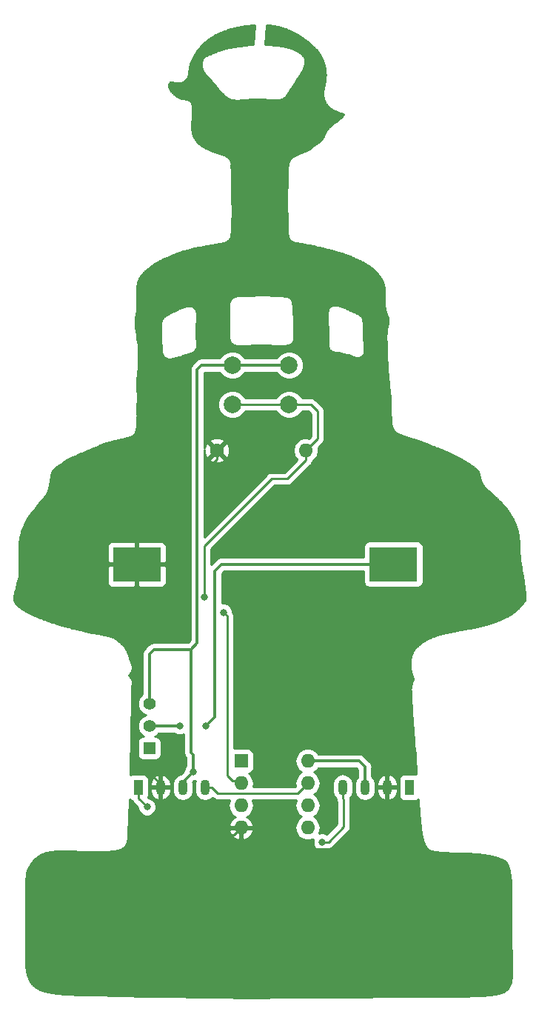
<source format=gbr>
G04 #@! TF.GenerationSoftware,KiCad,Pcbnew,5.0.2-bee76a0~70~ubuntu18.04.1*
G04 #@! TF.CreationDate,2019-03-10T18:19:13+01:00*
G04 #@! TF.ProjectId,robotac19,726f626f-7461-4633-9139-2e6b69636164,rev?*
G04 #@! TF.SameCoordinates,Original*
G04 #@! TF.FileFunction,Copper,L2,Bot*
G04 #@! TF.FilePolarity,Positive*
%FSLAX46Y46*%
G04 Gerber Fmt 4.6, Leading zero omitted, Abs format (unit mm)*
G04 Created by KiCad (PCBNEW 5.0.2-bee76a0~70~ubuntu18.04.1) date dom 10 mar 2019 18:19:13 CET*
%MOMM*%
%LPD*%
G01*
G04 APERTURE LIST*
G04 #@! TA.AperFunction,SMDPad,CuDef*
%ADD10R,5.500000X4.000000*%
G04 #@! TD*
G04 #@! TA.AperFunction,ComponentPad*
%ADD11C,1.600000*%
G04 #@! TD*
G04 #@! TA.AperFunction,ComponentPad*
%ADD12O,1.600000X1.600000*%
G04 #@! TD*
G04 #@! TA.AperFunction,ComponentPad*
%ADD13R,1.400000X1.400000*%
G04 #@! TD*
G04 #@! TA.AperFunction,ComponentPad*
%ADD14C,1.400000*%
G04 #@! TD*
G04 #@! TA.AperFunction,ComponentPad*
%ADD15O,1.070000X1.800000*%
G04 #@! TD*
G04 #@! TA.AperFunction,ComponentPad*
%ADD16R,1.070000X1.800000*%
G04 #@! TD*
G04 #@! TA.AperFunction,ComponentPad*
%ADD17C,2.000000*%
G04 #@! TD*
G04 #@! TA.AperFunction,ComponentPad*
%ADD18R,1.600000X1.600000*%
G04 #@! TD*
G04 #@! TA.AperFunction,ViaPad*
%ADD19C,0.800000*%
G04 #@! TD*
G04 #@! TA.AperFunction,Conductor*
%ADD20C,0.350000*%
G04 #@! TD*
G04 #@! TA.AperFunction,Conductor*
%ADD21C,0.250000*%
G04 #@! TD*
G04 #@! TA.AperFunction,Conductor*
%ADD22C,0.254000*%
G04 #@! TD*
G04 APERTURE END LIST*
D10*
G04 #@! TO.P,BT1,1*
G04 #@! TO.N,Net-(BT1-Pad1)*
X170180000Y-95000000D03*
G04 #@! TO.P,BT1,2*
G04 #@! TO.N,GND*
X140820000Y-95000000D03*
G04 #@! TD*
D11*
G04 #@! TO.P,R1,1*
G04 #@! TO.N,GND*
X150000000Y-82000000D03*
D12*
G04 #@! TO.P,R1,2*
G04 #@! TO.N,Net-(R1-Pad2)*
X160160000Y-82000000D03*
G04 #@! TD*
D13*
G04 #@! TO.P,SW2,1*
G04 #@! TO.N,Net-(SW2-Pad1)*
X142262000Y-116040000D03*
D14*
G04 #@! TO.P,SW2,2*
G04 #@! TO.N,Net-(BT1-Pad1)*
X142262000Y-113500000D03*
G04 #@! TO.P,SW2,3*
G04 #@! TO.N,Net-(D1-Pad1)*
X142262000Y-110960000D03*
G04 #@! TD*
D15*
G04 #@! TO.P,D2,4*
G04 #@! TO.N,Net-(D1-Pad2)*
X164380000Y-120500000D03*
G04 #@! TO.P,D2,1*
G04 #@! TO.N,Net-(D1-Pad1)*
X166920000Y-120500000D03*
G04 #@! TO.P,D2,3*
G04 #@! TO.N,GND*
X169460000Y-120500000D03*
D16*
G04 #@! TO.P,D2,2*
G04 #@! TO.N,Net-(D2-Pad2)*
X172000000Y-120500000D03*
G04 #@! TD*
G04 #@! TO.P,D1,2*
G04 #@! TO.N,Net-(D1-Pad2)*
X141000000Y-120500000D03*
D15*
G04 #@! TO.P,D1,3*
G04 #@! TO.N,GND*
X143540000Y-120500000D03*
G04 #@! TO.P,D1,1*
G04 #@! TO.N,Net-(D1-Pad1)*
X146080000Y-120500000D03*
G04 #@! TO.P,D1,4*
G04 #@! TO.N,Net-(D1-Pad4)*
X148620000Y-120500000D03*
G04 #@! TD*
D17*
G04 #@! TO.P,SW1,2*
G04 #@! TO.N,Net-(R1-Pad2)*
X151750000Y-76750000D03*
G04 #@! TO.P,SW1,1*
G04 #@! TO.N,Net-(D1-Pad1)*
X151750000Y-72250000D03*
G04 #@! TO.P,SW1,2*
G04 #@! TO.N,Net-(R1-Pad2)*
X158250000Y-76750000D03*
G04 #@! TO.P,SW1,1*
G04 #@! TO.N,Net-(D1-Pad1)*
X158250000Y-72250000D03*
G04 #@! TD*
D18*
G04 #@! TO.P,U1,1*
G04 #@! TO.N,Net-(U1-Pad1)*
X152750000Y-117500000D03*
D12*
G04 #@! TO.P,U1,5*
G04 #@! TO.N,Net-(U1-Pad5)*
X160370000Y-125120000D03*
G04 #@! TO.P,U1,2*
G04 #@! TO.N,Net-(R1-Pad2)*
X152750000Y-120040000D03*
G04 #@! TO.P,U1,6*
G04 #@! TO.N,Net-(U1-Pad6)*
X160370000Y-122580000D03*
G04 #@! TO.P,U1,3*
G04 #@! TO.N,Net-(U1-Pad3)*
X152750000Y-122580000D03*
G04 #@! TO.P,U1,7*
G04 #@! TO.N,Net-(D1-Pad4)*
X160370000Y-120040000D03*
G04 #@! TO.P,U1,4*
G04 #@! TO.N,GND*
X152750000Y-125120000D03*
G04 #@! TO.P,U1,8*
G04 #@! TO.N,Net-(D1-Pad1)*
X160370000Y-117500000D03*
G04 #@! TD*
D19*
G04 #@! TO.N,Net-(BT1-Pad1)*
X148750000Y-113500000D03*
X145750000Y-113500000D03*
G04 #@! TO.N,GND*
X146500000Y-103250000D03*
X152500010Y-103000000D03*
X149250000Y-83750000D03*
X145750000Y-84000000D03*
G04 #@! TO.N,Net-(D1-Pad1)*
X147250000Y-118750000D03*
G04 #@! TO.N,Net-(D1-Pad2)*
X142000000Y-122750000D03*
X162000000Y-126750000D03*
G04 #@! TO.N,Net-(R1-Pad2)*
X148582052Y-98750000D03*
X150750000Y-100500000D03*
G04 #@! TD*
D20*
G04 #@! TO.N,Net-(BT1-Pad1)*
X149750000Y-95750000D02*
X149750000Y-107750000D01*
X150500000Y-95000000D02*
X149750000Y-95750000D01*
X170180000Y-95000000D02*
X150500000Y-95000000D01*
X149750000Y-107750000D02*
X149750000Y-112500000D01*
X149750000Y-112500000D02*
X148750000Y-113500000D01*
X145750000Y-113500000D02*
X142262000Y-113500000D01*
D21*
G04 #@! TO.N,GND*
X151950001Y-125919999D02*
X144419999Y-125919999D01*
X152750000Y-125120000D02*
X151950001Y-125919999D01*
X143540000Y-125040000D02*
X143540000Y-120500000D01*
X144419999Y-125919999D02*
X143540000Y-125040000D01*
X146500000Y-103250000D02*
X142000000Y-103250000D01*
X142000000Y-103250000D02*
X140820000Y-102070000D01*
X140820000Y-102070000D02*
X140820000Y-95000000D01*
X169460000Y-126290000D02*
X169460000Y-120500000D01*
X168250000Y-127500000D02*
X169460000Y-126290000D01*
X153500000Y-127500000D02*
X168250000Y-127500000D01*
X152750000Y-125120000D02*
X152750000Y-126750000D01*
X152750000Y-126750000D02*
X153500000Y-127500000D01*
X169460000Y-105210000D02*
X169460000Y-120500000D01*
X152500010Y-103000000D02*
X167250000Y-103000000D01*
X167250000Y-103000000D02*
X169460000Y-105210000D01*
X150000000Y-82000000D02*
X150000000Y-83000000D01*
X150000000Y-83000000D02*
X149250000Y-83750000D01*
X140820000Y-88930000D02*
X140820000Y-95000000D01*
X145750000Y-84000000D02*
X140820000Y-88930000D01*
X143540000Y-120135000D02*
X140820000Y-117415000D01*
X140820000Y-117415000D02*
X140820000Y-102070000D01*
X143540000Y-120500000D02*
X143540000Y-120135000D01*
D20*
G04 #@! TO.N,Net-(D1-Pad1)*
X146080000Y-120500000D02*
X146080000Y-119920000D01*
X146080000Y-119920000D02*
X147250000Y-118750000D01*
X147250000Y-118750000D02*
X147250000Y-118184315D01*
X147250000Y-116750000D02*
X147250000Y-118750000D01*
X147025000Y-107725000D02*
X147000000Y-107725000D01*
X147025000Y-116525000D02*
X147250000Y-116750000D01*
X147025000Y-107725000D02*
X147025000Y-116525000D01*
X147025000Y-104725000D02*
X147025000Y-107725000D01*
X147000000Y-107750000D02*
X147025000Y-107725000D01*
X142262000Y-110960000D02*
X142262000Y-108738000D01*
X147025000Y-104725000D02*
X142775000Y-104725000D01*
X142262000Y-105238000D02*
X142262000Y-110960000D01*
X142775000Y-104725000D02*
X142262000Y-105238000D01*
X166920000Y-118170000D02*
X166920000Y-120500000D01*
X160370000Y-117500000D02*
X166250000Y-117500000D01*
X166250000Y-117500000D02*
X166920000Y-118170000D01*
X148250000Y-72250000D02*
X151750000Y-72250000D01*
X147750000Y-72750000D02*
X148250000Y-72250000D01*
X147025000Y-104725000D02*
X147750000Y-104000000D01*
X147750000Y-104000000D02*
X147750000Y-72750000D01*
X151750000Y-72250000D02*
X158250000Y-72250000D01*
D21*
G04 #@! TO.N,Net-(D1-Pad2)*
X141000000Y-120500000D02*
X141000000Y-121750000D01*
X141000000Y-121750000D02*
X142000000Y-122750000D01*
X164500000Y-125000000D02*
X164500000Y-121880000D01*
X162000000Y-126750000D02*
X162750000Y-126750000D01*
X162750000Y-126750000D02*
X164500000Y-125000000D01*
X164380000Y-121760000D02*
X164380000Y-120500000D01*
X164500000Y-121880000D02*
X164380000Y-121760000D01*
G04 #@! TO.N,Net-(D1-Pad4)*
X159570001Y-120839999D02*
X160370000Y-120040000D01*
X159244999Y-121165001D02*
X159570001Y-120839999D01*
X150070001Y-121165001D02*
X159244999Y-121165001D01*
X149405000Y-120500000D02*
X150070001Y-121165001D01*
X148620000Y-120500000D02*
X149405000Y-120500000D01*
G04 #@! TO.N,Net-(R1-Pad2)*
X156250000Y-85250000D02*
X157500000Y-85250000D01*
X148582052Y-92917948D02*
X156250000Y-85250000D01*
X148582052Y-93077948D02*
X148582052Y-92917948D01*
X158041370Y-85250000D02*
X157500000Y-85250000D01*
X148582052Y-93077948D02*
X148582052Y-98750000D01*
X160160000Y-82000000D02*
X160160000Y-83131370D01*
X160160000Y-83131370D02*
X158041370Y-85250000D01*
X150750000Y-100500000D02*
X151149999Y-100899999D01*
X151149999Y-100899999D02*
X151149999Y-119149999D01*
X152460000Y-119750000D02*
X152750000Y-120040000D01*
X151750000Y-119750000D02*
X152460000Y-119750000D01*
X151149999Y-119149999D02*
X151750000Y-119750000D01*
X160750000Y-76750000D02*
X158250000Y-76750000D01*
X161500000Y-77500000D02*
X160750000Y-76750000D01*
X160160000Y-82000000D02*
X161500000Y-80660000D01*
X161500000Y-80660000D02*
X161500000Y-77500000D01*
X158250000Y-76750000D02*
X151750000Y-76750000D01*
G04 #@! TD*
D22*
G04 #@! TO.N,GND*
G36*
X154148258Y-35591150D02*
X154060553Y-35592651D01*
X154028364Y-35589895D01*
X153993282Y-35593803D01*
X153957974Y-35594407D01*
X153926389Y-35601254D01*
X153645608Y-35632529D01*
X153645607Y-35632529D01*
X153396750Y-35660249D01*
X153396748Y-35660250D01*
X153148323Y-35687921D01*
X153148322Y-35687921D01*
X153033648Y-35700694D01*
X153033645Y-35700694D01*
X152965687Y-35708264D01*
X152899556Y-35715630D01*
X152899554Y-35715631D01*
X152775923Y-35729402D01*
X152766780Y-35728863D01*
X152708947Y-35736863D01*
X152650933Y-35743325D01*
X152642205Y-35746095D01*
X152623325Y-35748706D01*
X152623320Y-35748706D01*
X152549913Y-35758861D01*
X152489678Y-35767193D01*
X152489675Y-35767194D01*
X152406469Y-35778705D01*
X152219805Y-35804526D01*
X152192933Y-35808243D01*
X152192928Y-35808243D01*
X152085257Y-35823138D01*
X152059283Y-35826731D01*
X152059282Y-35826731D01*
X152036494Y-35829884D01*
X152023368Y-35829610D01*
X151969773Y-35839114D01*
X151915853Y-35846573D01*
X151903448Y-35850875D01*
X151845605Y-35861132D01*
X151845604Y-35861132D01*
X151613891Y-35902221D01*
X151357256Y-35947728D01*
X151357254Y-35947729D01*
X151312266Y-35955706D01*
X151312262Y-35955706D01*
X151214536Y-35973036D01*
X151179417Y-35979263D01*
X151179416Y-35979263D01*
X151086079Y-35995815D01*
X151037271Y-36001807D01*
X151019799Y-36007568D01*
X151001681Y-36010781D01*
X150955859Y-36028652D01*
X150903123Y-36046041D01*
X150903121Y-36046041D01*
X150768867Y-36090310D01*
X150768866Y-36090310D01*
X150506704Y-36176755D01*
X150506703Y-36176756D01*
X150500637Y-36178756D01*
X150500635Y-36178756D01*
X150446019Y-36196765D01*
X150372499Y-36221007D01*
X150372498Y-36221008D01*
X150354958Y-36226791D01*
X150342943Y-36228698D01*
X150290973Y-36247889D01*
X150238372Y-36265234D01*
X150227786Y-36271223D01*
X150203006Y-36280374D01*
X149936389Y-36378829D01*
X149936387Y-36378830D01*
X149823800Y-36420406D01*
X149783159Y-36435413D01*
X149783156Y-36435414D01*
X149725666Y-36456644D01*
X149656589Y-36482152D01*
X149656586Y-36482154D01*
X149636735Y-36489484D01*
X149629912Y-36490708D01*
X149573524Y-36512827D01*
X149516675Y-36533820D01*
X149510763Y-36537446D01*
X149474991Y-36551477D01*
X149474988Y-36551478D01*
X149194338Y-36661567D01*
X149165170Y-36673009D01*
X149165167Y-36673009D01*
X149085167Y-36704390D01*
X149060898Y-36713910D01*
X148899452Y-36777239D01*
X148878137Y-36778122D01*
X148773271Y-36826736D01*
X148729675Y-36843837D01*
X148712172Y-36855060D01*
X148693306Y-36863806D01*
X148683429Y-36871014D01*
X148664590Y-36876703D01*
X148614592Y-36917629D01*
X148558177Y-36953803D01*
X148546043Y-36971241D01*
X148544923Y-36972058D01*
X148544810Y-36972180D01*
X148534650Y-36979598D01*
X148521722Y-36993648D01*
X148506944Y-37005745D01*
X148489010Y-37027542D01*
X148458878Y-37047814D01*
X148425245Y-37098499D01*
X148396705Y-37129515D01*
X148390004Y-37147809D01*
X148382514Y-37156910D01*
X148365797Y-37188085D01*
X148346234Y-37217565D01*
X148333982Y-37247413D01*
X148295337Y-37319478D01*
X148294500Y-37320469D01*
X148294051Y-37321876D01*
X148286236Y-37336450D01*
X148284793Y-37350903D01*
X148261622Y-37423548D01*
X148256202Y-37436732D01*
X148256160Y-37436947D01*
X148246367Y-37460813D01*
X148241036Y-37488086D01*
X148232592Y-37514560D01*
X148228122Y-37554159D01*
X148207287Y-37660754D01*
X148212911Y-37688546D01*
X148211059Y-37704878D01*
X148211071Y-37705027D01*
X148209903Y-37715365D01*
X148201856Y-37774452D01*
X148202335Y-37782298D01*
X148201452Y-37790109D01*
X148206419Y-37849265D01*
X148207426Y-37865687D01*
X148207399Y-37865888D01*
X148211509Y-37932607D01*
X148213630Y-37967590D01*
X148213007Y-38008472D01*
X148217746Y-38034351D01*
X148219352Y-38060600D01*
X148229739Y-38100050D01*
X148238600Y-38148254D01*
X148246433Y-38191052D01*
X148249110Y-38223815D01*
X148256777Y-38250692D01*
X148256783Y-38250765D01*
X148258567Y-38257015D01*
X148264747Y-38290710D01*
X148276969Y-38321513D01*
X148280669Y-38334449D01*
X148293768Y-38380367D01*
X148293801Y-38380431D01*
X148301442Y-38407196D01*
X148301498Y-38407305D01*
X148301762Y-38408229D01*
X148313884Y-38459085D01*
X148320259Y-38472972D01*
X148324456Y-38487664D01*
X148348126Y-38533731D01*
X148364224Y-38568751D01*
X148378021Y-38598807D01*
X148382330Y-38631448D01*
X148434441Y-38721631D01*
X148449207Y-38753798D01*
X148468125Y-38779924D01*
X148484257Y-38807843D01*
X148507597Y-38834437D01*
X148568688Y-38918808D01*
X148596833Y-38936118D01*
X148627491Y-38971051D01*
X148762999Y-39125460D01*
X148763000Y-39125461D01*
X148771899Y-39135601D01*
X148851992Y-39226865D01*
X148851996Y-39226868D01*
X148902185Y-39284056D01*
X148902186Y-39284058D01*
X149098985Y-39508302D01*
X149221496Y-39647900D01*
X149379297Y-39834017D01*
X149503394Y-39980383D01*
X149590468Y-40083084D01*
X149590470Y-40083087D01*
X149729330Y-40246866D01*
X149729331Y-40246868D01*
X149765549Y-40289585D01*
X149814230Y-40347001D01*
X149871045Y-40414011D01*
X149873301Y-40417951D01*
X149914645Y-40465435D01*
X149955363Y-40513459D01*
X149958918Y-40516283D01*
X150069723Y-40643541D01*
X150069723Y-40643542D01*
X150135003Y-40718517D01*
X150135004Y-40718518D01*
X150156544Y-40743256D01*
X150207016Y-40801223D01*
X150212256Y-40809787D01*
X150251250Y-40852025D01*
X150289015Y-40895398D01*
X150296959Y-40901539D01*
X150327722Y-40934860D01*
X150364744Y-40974962D01*
X150364748Y-40974965D01*
X150380279Y-40991787D01*
X150455231Y-41072975D01*
X150495563Y-41116662D01*
X150528882Y-41152754D01*
X150539105Y-41167649D01*
X150574555Y-41202228D01*
X150608146Y-41238614D01*
X150622754Y-41249242D01*
X150626154Y-41252558D01*
X150648387Y-41274244D01*
X150648387Y-41274245D01*
X150680641Y-41305706D01*
X150720261Y-41344352D01*
X150757807Y-41380975D01*
X150757807Y-41380976D01*
X150770287Y-41393149D01*
X150838016Y-41459214D01*
X150861133Y-41486378D01*
X150886188Y-41506202D01*
X150909055Y-41528507D01*
X150938948Y-41547948D01*
X150960045Y-41564639D01*
X151014039Y-41607360D01*
X151014045Y-41607363D01*
X151057436Y-41641694D01*
X151063863Y-41646779D01*
X151079064Y-41669657D01*
X151170047Y-41730792D01*
X151202077Y-41756134D01*
X151225926Y-41768339D01*
X151248162Y-41783280D01*
X151272748Y-41793538D01*
X151272805Y-41793577D01*
X151285977Y-41799070D01*
X151383434Y-41848944D01*
X151409039Y-41851005D01*
X151435824Y-41865127D01*
X151461834Y-41872856D01*
X151461843Y-41872861D01*
X151465509Y-41873950D01*
X151469881Y-41875774D01*
X151469957Y-41875789D01*
X151494322Y-41885946D01*
X151530080Y-41893142D01*
X151556759Y-41901065D01*
X151591167Y-41911290D01*
X151591173Y-41911291D01*
X151610288Y-41916970D01*
X151654793Y-41933068D01*
X151674680Y-41936088D01*
X151693957Y-41941814D01*
X151741221Y-41946193D01*
X151766348Y-41950009D01*
X151766350Y-41950010D01*
X151827723Y-41959330D01*
X151844080Y-41961814D01*
X151844081Y-41961814D01*
X151878056Y-41966974D01*
X151878068Y-41966978D01*
X151954464Y-41978577D01*
X151977680Y-41982103D01*
X152020893Y-41991690D01*
X152044205Y-41992202D01*
X152067262Y-41995703D01*
X152111499Y-41993681D01*
X152143336Y-41994381D01*
X152143338Y-41994381D01*
X152204573Y-41995732D01*
X152204609Y-41995740D01*
X152267884Y-41997129D01*
X152278221Y-41997357D01*
X152278222Y-41997357D01*
X152339421Y-41998707D01*
X152339459Y-41998700D01*
X152354077Y-41999022D01*
X152380575Y-42002775D01*
X152421360Y-42000503D01*
X152462199Y-42001402D01*
X152488556Y-41996760D01*
X152514030Y-41995341D01*
X152514038Y-41995342D01*
X152597183Y-41990709D01*
X152648735Y-41987837D01*
X152648739Y-41987836D01*
X152695712Y-41985218D01*
X152727518Y-41983446D01*
X152740558Y-41984790D01*
X152794753Y-41979699D01*
X152849131Y-41976669D01*
X152861834Y-41973398D01*
X153023406Y-41958221D01*
X153023408Y-41958221D01*
X153037706Y-41956877D01*
X153037712Y-41956878D01*
X153151023Y-41946233D01*
X153172038Y-41944259D01*
X153172039Y-41944259D01*
X153186089Y-41942939D01*
X153186093Y-41942939D01*
X153275759Y-41934515D01*
X153320419Y-41930319D01*
X153320421Y-41930318D01*
X153451930Y-41917963D01*
X153543851Y-41909328D01*
X153632764Y-41902663D01*
X153632771Y-41902664D01*
X153694468Y-41898038D01*
X153767300Y-41892579D01*
X153767307Y-41892577D01*
X153865399Y-41885222D01*
X153928904Y-41880462D01*
X153998113Y-41878370D01*
X154017426Y-41877790D01*
X154017521Y-41877806D01*
X154084309Y-41875782D01*
X154152191Y-41873743D01*
X154152287Y-41873721D01*
X154167875Y-41873248D01*
X154188940Y-41872613D01*
X154188971Y-41872618D01*
X154256506Y-41870574D01*
X154323768Y-41868544D01*
X154323799Y-41868537D01*
X154340449Y-41868033D01*
X154357059Y-41867613D01*
X154357099Y-41867620D01*
X154423702Y-41865929D01*
X154491897Y-41864205D01*
X154491937Y-41864196D01*
X154499133Y-41864013D01*
X154596587Y-41861541D01*
X154613952Y-41861103D01*
X154613981Y-41861108D01*
X154678443Y-41859475D01*
X154745526Y-41857782D01*
X154823423Y-41860733D01*
X154836318Y-41861222D01*
X154836326Y-41861224D01*
X154914512Y-41864186D01*
X154971138Y-41866332D01*
X154971144Y-41866331D01*
X155151313Y-41873158D01*
X155151315Y-41873158D01*
X155160724Y-41873514D01*
X155392989Y-41891298D01*
X155392990Y-41891298D01*
X155436779Y-41894651D01*
X155436780Y-41894651D01*
X155469585Y-41897163D01*
X155571304Y-41904951D01*
X155571308Y-41904950D01*
X155740569Y-41917909D01*
X155793039Y-41921927D01*
X155793040Y-41921927D01*
X155841341Y-41925625D01*
X155927565Y-41932227D01*
X155927568Y-41932227D01*
X155976254Y-41935954D01*
X155981167Y-41937251D01*
X156043461Y-41941100D01*
X156105715Y-41945866D01*
X156110762Y-41945258D01*
X156196258Y-41950540D01*
X156196263Y-41950539D01*
X156296246Y-41956716D01*
X156402366Y-41963273D01*
X156421671Y-41967205D01*
X156469553Y-41967424D01*
X156517356Y-41970378D01*
X156536883Y-41967733D01*
X156629531Y-41968158D01*
X156629542Y-41968160D01*
X156705721Y-41968507D01*
X156764440Y-41968777D01*
X156764451Y-41968775D01*
X156765139Y-41968778D01*
X156814150Y-41969003D01*
X156859759Y-41972111D01*
X156881456Y-41969312D01*
X156903334Y-41969412D01*
X156948204Y-41960701D01*
X157009726Y-41952762D01*
X157048123Y-41947808D01*
X157048126Y-41947807D01*
X157067585Y-41945296D01*
X157071195Y-41946233D01*
X157202348Y-41927909D01*
X157211452Y-41926734D01*
X157211465Y-41926730D01*
X157265934Y-41919700D01*
X157269365Y-41918545D01*
X157272959Y-41918043D01*
X157293595Y-41910855D01*
X157293640Y-41910849D01*
X157322501Y-41900792D01*
X157335300Y-41901065D01*
X157424537Y-41866314D01*
X157459015Y-41854708D01*
X157461836Y-41852247D01*
X157502690Y-41838019D01*
X157513476Y-41831678D01*
X157525139Y-41827136D01*
X157540664Y-41817235D01*
X157540713Y-41817216D01*
X157571384Y-41797649D01*
X157571433Y-41797630D01*
X157571940Y-41797306D01*
X157593798Y-41784456D01*
X157641536Y-41768104D01*
X157703785Y-41713208D01*
X157715776Y-41705564D01*
X157754315Y-41668648D01*
X157794334Y-41633356D01*
X157802958Y-41622053D01*
X157862895Y-41564639D01*
X157884833Y-41514739D01*
X157905158Y-41488099D01*
X157905160Y-41488095D01*
X157910101Y-41481618D01*
X157910106Y-41481614D01*
X157953438Y-41424817D01*
X157954136Y-41423902D01*
X157971565Y-41406137D01*
X157994963Y-41370387D01*
X158020876Y-41336421D01*
X158031821Y-41314071D01*
X158078995Y-41241992D01*
X158078997Y-41241990D01*
X158103267Y-41204906D01*
X158152879Y-41129103D01*
X158152881Y-41129097D01*
X158170893Y-41101576D01*
X158186138Y-41078283D01*
X158186145Y-41078276D01*
X158228693Y-41013264D01*
X158241377Y-40993884D01*
X158243400Y-40991787D01*
X158278273Y-40937506D01*
X158313659Y-40883437D01*
X158314752Y-40880726D01*
X158440437Y-40685093D01*
X158552540Y-40510605D01*
X158552543Y-40510602D01*
X158591039Y-40450682D01*
X158625468Y-40397093D01*
X158625470Y-40397089D01*
X158779835Y-40156813D01*
X158863136Y-40027155D01*
X158899306Y-39970855D01*
X158934408Y-39916218D01*
X158934409Y-39916216D01*
X159050926Y-39734853D01*
X159093553Y-39669693D01*
X159093556Y-39669690D01*
X159131381Y-39611868D01*
X159167414Y-39556787D01*
X159167416Y-39556782D01*
X159209611Y-39492279D01*
X159322975Y-39318985D01*
X159336967Y-39297597D01*
X159336970Y-39297594D01*
X159382292Y-39228312D01*
X159410828Y-39184691D01*
X159410830Y-39184686D01*
X159423094Y-39165938D01*
X159429320Y-39159244D01*
X159459976Y-39109558D01*
X159491948Y-39060683D01*
X159495365Y-39052200D01*
X159498215Y-39047581D01*
X159502866Y-39040044D01*
X159502875Y-39040034D01*
X159542548Y-38975730D01*
X159573708Y-38925228D01*
X159573713Y-38925215D01*
X159582330Y-38911248D01*
X159609251Y-38867614D01*
X159622052Y-38846865D01*
X159632816Y-38834107D01*
X159657413Y-38789554D01*
X159684133Y-38746247D01*
X159689958Y-38730605D01*
X159700297Y-38711877D01*
X159726364Y-38664666D01*
X159726372Y-38664656D01*
X159755547Y-38611810D01*
X159760408Y-38603005D01*
X159760409Y-38603003D01*
X159761330Y-38601334D01*
X159791572Y-38546560D01*
X159791576Y-38546549D01*
X159803096Y-38525682D01*
X159820082Y-38501657D01*
X159835626Y-38466763D01*
X159854086Y-38433326D01*
X159863008Y-38405292D01*
X159866543Y-38397354D01*
X159866620Y-38397246D01*
X159894292Y-38335100D01*
X159921410Y-38274268D01*
X159921432Y-38274172D01*
X159941916Y-38228208D01*
X159956895Y-38194608D01*
X159979664Y-38149654D01*
X159984266Y-38133184D01*
X159991227Y-38117565D01*
X160002383Y-38068348D01*
X160005719Y-38056407D01*
X160005764Y-38056319D01*
X160024654Y-37988646D01*
X160042004Y-37926563D01*
X160042006Y-37926535D01*
X160050633Y-37895652D01*
X160062144Y-37854480D01*
X160079679Y-37794386D01*
X160080027Y-37790427D01*
X160081097Y-37786595D01*
X160085917Y-37723334D01*
X160087451Y-37705860D01*
X160088816Y-37690393D01*
X160091111Y-37664603D01*
X160092626Y-37647606D01*
X160093861Y-37635228D01*
X160100957Y-37573219D01*
X160100544Y-37568220D01*
X160101042Y-37563227D01*
X160098718Y-37539328D01*
X160099789Y-37535807D01*
X160087132Y-37406190D01*
X160086631Y-37400156D01*
X160086624Y-37400131D01*
X160081976Y-37343504D01*
X160080508Y-37338367D01*
X160079989Y-37333047D01*
X160069640Y-37298831D01*
X160069638Y-37298807D01*
X160068174Y-37293968D01*
X160069015Y-37273531D01*
X160037255Y-37186950D01*
X160026019Y-37147614D01*
X160022610Y-37143320D01*
X160015203Y-37118804D01*
X160005763Y-37101096D01*
X159998856Y-37082267D01*
X159979499Y-37050547D01*
X159975887Y-37033181D01*
X159946715Y-36990334D01*
X159919364Y-36939029D01*
X159903612Y-36926073D01*
X159901306Y-36922288D01*
X159901222Y-36922196D01*
X159892027Y-36907117D01*
X159891993Y-36907080D01*
X159882652Y-36891766D01*
X159870953Y-36879057D01*
X159861233Y-36864781D01*
X159825330Y-36829498D01*
X159744673Y-36741880D01*
X159728589Y-36734424D01*
X159723438Y-36729363D01*
X159707714Y-36713910D01*
X159685130Y-36691714D01*
X159661316Y-36663702D01*
X159637138Y-36644552D01*
X159615140Y-36622933D01*
X159584386Y-36602769D01*
X159572894Y-36593666D01*
X159572892Y-36593664D01*
X159533486Y-36562453D01*
X159511248Y-36544839D01*
X159511245Y-36544838D01*
X159484360Y-36523543D01*
X159484356Y-36523538D01*
X159419683Y-36472315D01*
X159409413Y-36464181D01*
X159380820Y-36437414D01*
X159356658Y-36422398D01*
X159334361Y-36404738D01*
X159299502Y-36386877D01*
X159295894Y-36384634D01*
X159291313Y-36381787D01*
X159291311Y-36381785D01*
X159227013Y-36341823D01*
X159208930Y-36330584D01*
X159187703Y-36313641D01*
X159151779Y-36295063D01*
X159117420Y-36273707D01*
X159091989Y-36264142D01*
X159090471Y-36263357D01*
X159079265Y-36257562D01*
X159079254Y-36257553D01*
X159033229Y-36233754D01*
X159031630Y-36232927D01*
X159031629Y-36232927D01*
X159023130Y-36228532D01*
X158983156Y-36207859D01*
X158961125Y-36192906D01*
X158923391Y-36176953D01*
X158886998Y-36158132D01*
X158861402Y-36150746D01*
X158786160Y-36118935D01*
X158768934Y-36111652D01*
X158721018Y-36091392D01*
X158699815Y-36079103D01*
X158659021Y-36065179D01*
X158619324Y-36048394D01*
X158595344Y-36043441D01*
X158528111Y-36020494D01*
X158492669Y-36008397D01*
X158492664Y-36008394D01*
X158428777Y-35986590D01*
X158420498Y-35983764D01*
X158401220Y-35974146D01*
X158356782Y-35962019D01*
X158313201Y-35947145D01*
X158291850Y-35944298D01*
X158268638Y-35937964D01*
X158209987Y-35921958D01*
X158209981Y-35921958D01*
X158149158Y-35905360D01*
X158149155Y-35905360D01*
X158078452Y-35886066D01*
X158077815Y-35885892D01*
X158060203Y-35878297D01*
X158012866Y-35868168D01*
X157966160Y-35855422D01*
X157947026Y-35854079D01*
X157918278Y-35847928D01*
X157918277Y-35847927D01*
X157886657Y-35841161D01*
X157786348Y-35819696D01*
X157786342Y-35819696D01*
X157715447Y-35804526D01*
X157715440Y-35804526D01*
X157714310Y-35804284D01*
X157687502Y-35798548D01*
X157670549Y-35792268D01*
X157621658Y-35784458D01*
X157573244Y-35774099D01*
X157555169Y-35773838D01*
X157455027Y-35757842D01*
X157455026Y-35757842D01*
X157384151Y-35746521D01*
X157341889Y-35739769D01*
X157341881Y-35739766D01*
X157272181Y-35728632D01*
X157244810Y-35724259D01*
X157230433Y-35719638D01*
X157178300Y-35713635D01*
X157126495Y-35705360D01*
X157111406Y-35705933D01*
X157061214Y-35700154D01*
X157001791Y-35693312D01*
X157001788Y-35693312D01*
X156907617Y-35682470D01*
X156853378Y-35676225D01*
X156853375Y-35676224D01*
X156791198Y-35669065D01*
X156745919Y-35663852D01*
X156733113Y-35660274D01*
X156679001Y-35656148D01*
X156625097Y-35649942D01*
X156611844Y-35651027D01*
X156544643Y-35645903D01*
X156518684Y-35643924D01*
X156518681Y-35643923D01*
X156447318Y-35638481D01*
X156384154Y-35633664D01*
X156384152Y-35633664D01*
X156376725Y-35633098D01*
X156277114Y-35625502D01*
X156277109Y-35625503D01*
X156186329Y-35618581D01*
X156185656Y-35618530D01*
X156173863Y-35615677D01*
X156118472Y-35613406D01*
X156063217Y-35609193D01*
X156051180Y-35610647D01*
X156013038Y-35609085D01*
X155918030Y-35605190D01*
X155918022Y-35605191D01*
X155887476Y-35603940D01*
X155713903Y-35596825D01*
X155689739Y-35595834D01*
X155558292Y-35590445D01*
X155548068Y-35588297D01*
X155521296Y-35588010D01*
X155652464Y-33385086D01*
X155664472Y-33386078D01*
X155843416Y-33400855D01*
X155846699Y-33401126D01*
X155945822Y-33409312D01*
X155945826Y-33409312D01*
X155961654Y-33410619D01*
X155978026Y-33412920D01*
X155978027Y-33412920D01*
X155982012Y-33413480D01*
X156111630Y-33431698D01*
X156111635Y-33431698D01*
X156158679Y-33438309D01*
X156284316Y-33455967D01*
X156284320Y-33455969D01*
X156369195Y-33467898D01*
X156417925Y-33474747D01*
X156417928Y-33474747D01*
X156433589Y-33476948D01*
X156582168Y-33506724D01*
X156582170Y-33506724D01*
X156734536Y-33537259D01*
X156754312Y-33541222D01*
X156754314Y-33541223D01*
X156789194Y-33548213D01*
X156886598Y-33567734D01*
X156886603Y-33567734D01*
X156901682Y-33570756D01*
X156918045Y-33575080D01*
X156918048Y-33575082D01*
X156989234Y-33593895D01*
X157019232Y-33601823D01*
X157250927Y-33663057D01*
X157250929Y-33663057D01*
X157351997Y-33689768D01*
X157351999Y-33689768D01*
X157367664Y-33693908D01*
X157384748Y-33699568D01*
X157384752Y-33699570D01*
X157552706Y-33755209D01*
X157586155Y-33766291D01*
X157586163Y-33766295D01*
X157656334Y-33789540D01*
X157714226Y-33808720D01*
X157714233Y-33808721D01*
X157757060Y-33822908D01*
X157830915Y-33847375D01*
X157974009Y-33905055D01*
X158174373Y-33985822D01*
X158174378Y-33985823D01*
X158260049Y-34020356D01*
X158292467Y-34033424D01*
X158339872Y-34056023D01*
X158412653Y-34090720D01*
X158412658Y-34090724D01*
X158474717Y-34120308D01*
X158534443Y-34148782D01*
X158534449Y-34148784D01*
X158546896Y-34154717D01*
X158612289Y-34185892D01*
X158612290Y-34185893D01*
X158650201Y-34203966D01*
X158734078Y-34243953D01*
X158734080Y-34243953D01*
X158753971Y-34253436D01*
X158894203Y-34331279D01*
X158894209Y-34331281D01*
X158905894Y-34337767D01*
X158974952Y-34376101D01*
X158974956Y-34376105D01*
X159046402Y-34415764D01*
X159074165Y-34431175D01*
X159074166Y-34431176D01*
X159214515Y-34509083D01*
X159295492Y-34560644D01*
X159337067Y-34587285D01*
X159337785Y-34587972D01*
X159393799Y-34623638D01*
X159449833Y-34659544D01*
X159450760Y-34659907D01*
X159535558Y-34713902D01*
X159535561Y-34713905D01*
X159603136Y-34756932D01*
X159647913Y-34785443D01*
X159674565Y-34802413D01*
X159702218Y-34822385D01*
X159800892Y-34893650D01*
X159800893Y-34893651D01*
X159899401Y-34964796D01*
X159899402Y-34964797D01*
X159912178Y-34974024D01*
X160008777Y-35043790D01*
X160008782Y-35043792D01*
X160041391Y-35067343D01*
X160136031Y-35135695D01*
X160167245Y-35160962D01*
X160167247Y-35160964D01*
X160205970Y-35192308D01*
X160265620Y-35240592D01*
X160265622Y-35240594D01*
X160312284Y-35278363D01*
X160370490Y-35325477D01*
X160370492Y-35325478D01*
X160418471Y-35364313D01*
X160462149Y-35399670D01*
X160462154Y-35399675D01*
X160506936Y-35435923D01*
X160567019Y-35484558D01*
X160567024Y-35484561D01*
X160598525Y-35510059D01*
X160689089Y-35591814D01*
X160730371Y-35629081D01*
X160730371Y-35629082D01*
X160744866Y-35642167D01*
X160828950Y-35718074D01*
X160925859Y-35805559D01*
X160925860Y-35805560D01*
X161060838Y-35927410D01*
X161098317Y-35964850D01*
X161098319Y-35964853D01*
X161291311Y-36157641D01*
X161291314Y-36157643D01*
X161324566Y-36190859D01*
X161390724Y-36256948D01*
X161390726Y-36256951D01*
X161432620Y-36298800D01*
X161486177Y-36352301D01*
X161486180Y-36352303D01*
X161494822Y-36360936D01*
X161517181Y-36392464D01*
X161549224Y-36437650D01*
X161549227Y-36437653D01*
X161575649Y-36474911D01*
X161580452Y-36481684D01*
X161617772Y-36534311D01*
X161617773Y-36534313D01*
X161675712Y-36616016D01*
X161686595Y-36631363D01*
X161712369Y-36676314D01*
X161733701Y-36713521D01*
X161733704Y-36713531D01*
X161775496Y-36786420D01*
X161800806Y-36830567D01*
X161800810Y-36830571D01*
X161807132Y-36841597D01*
X161849271Y-36915093D01*
X161849273Y-36915095D01*
X161865315Y-36943074D01*
X161895491Y-36995706D01*
X161920818Y-37052335D01*
X161942533Y-37100892D01*
X161942535Y-37100900D01*
X161963427Y-37147614D01*
X161997610Y-37224051D01*
X161997617Y-37224061D01*
X162030893Y-37298464D01*
X162030893Y-37298465D01*
X162091964Y-37435020D01*
X162099425Y-37455830D01*
X162099427Y-37455843D01*
X162109089Y-37482790D01*
X162125459Y-37528461D01*
X162125472Y-37528482D01*
X162138503Y-37564829D01*
X162138507Y-37564859D01*
X162161690Y-37629513D01*
X162174163Y-37664314D01*
X162185308Y-37701990D01*
X162200708Y-37754112D01*
X162200713Y-37754167D01*
X162219443Y-37817457D01*
X162238886Y-37883261D01*
X162238952Y-37883386D01*
X162248473Y-37915605D01*
X162257717Y-37954827D01*
X162271398Y-38012908D01*
X162271399Y-38012945D01*
X162286651Y-38077669D01*
X162302291Y-38144115D01*
X162302325Y-38144190D01*
X162310847Y-38180375D01*
X162317148Y-38216439D01*
X162328937Y-38283951D01*
X162328937Y-38283955D01*
X162336296Y-38326137D01*
X162340030Y-38347541D01*
X162340029Y-38347581D01*
X162348500Y-38396099D01*
X162352120Y-38416852D01*
X162352125Y-38416864D01*
X162358931Y-38455875D01*
X162363937Y-38501597D01*
X162371139Y-38567399D01*
X162371143Y-38567413D01*
X162377738Y-38627708D01*
X162385569Y-38699360D01*
X162390262Y-38742328D01*
X162392197Y-38786564D01*
X162395228Y-38856139D01*
X162395242Y-38856196D01*
X162395332Y-38858250D01*
X162395322Y-38858313D01*
X162398152Y-38922790D01*
X162401220Y-38992983D01*
X162401235Y-38993044D01*
X162403293Y-39040209D01*
X162402261Y-39086405D01*
X162402139Y-39091819D01*
X162402137Y-39091830D01*
X162401156Y-39135601D01*
X162400548Y-39162651D01*
X162400542Y-39162680D01*
X162399555Y-39206885D01*
X162399110Y-39226692D01*
X162399112Y-39226705D01*
X162398892Y-39236566D01*
X162397526Y-39297510D01*
X162397531Y-39297536D01*
X162397475Y-39300031D01*
X162396392Y-39348426D01*
X162390992Y-39407301D01*
X162385141Y-39471089D01*
X162384612Y-39476831D01*
X162384608Y-39476846D01*
X162378725Y-39540840D01*
X162377858Y-39550265D01*
X162377851Y-39550289D01*
X162374634Y-39585315D01*
X162372256Y-39611170D01*
X162372257Y-39611183D01*
X162371915Y-39614909D01*
X162367130Y-39666966D01*
X162358417Y-39720606D01*
X162357359Y-39727124D01*
X162357338Y-39727179D01*
X162349007Y-39778533D01*
X162347910Y-39785287D01*
X162347910Y-39785291D01*
X162347075Y-39790441D01*
X162335738Y-39860239D01*
X162335740Y-39860301D01*
X162332954Y-39877479D01*
X162323560Y-39935382D01*
X162323560Y-39935389D01*
X162321962Y-39945240D01*
X162313847Y-39995226D01*
X162301188Y-40048851D01*
X162298616Y-40059735D01*
X162298576Y-40059822D01*
X162282941Y-40126048D01*
X162267599Y-40190955D01*
X162267596Y-40191043D01*
X162264635Y-40203586D01*
X162262214Y-40213825D01*
X162262175Y-40213911D01*
X162246625Y-40279770D01*
X162243380Y-40293496D01*
X162242305Y-40295900D01*
X162230498Y-40347680D01*
X162230485Y-40347709D01*
X162227748Y-40359719D01*
X162212993Y-40422208D01*
X162212899Y-40424861D01*
X162200508Y-40479200D01*
X162200508Y-40479212D01*
X162195319Y-40501951D01*
X162195168Y-40502611D01*
X162195127Y-40502703D01*
X162180651Y-40566226D01*
X162177038Y-40582063D01*
X162176182Y-40585815D01*
X162165859Y-40616255D01*
X162161246Y-40651379D01*
X162153374Y-40685922D01*
X162152483Y-40718089D01*
X162146709Y-40761913D01*
X162146702Y-40761934D01*
X162142377Y-40794782D01*
X162140262Y-40810814D01*
X162140255Y-40810836D01*
X162138424Y-40824751D01*
X162135496Y-40846954D01*
X162135498Y-40846991D01*
X162133871Y-40859365D01*
X162129089Y-40895660D01*
X162129091Y-40895683D01*
X162129004Y-40896337D01*
X162120935Y-40932530D01*
X162120233Y-40963026D01*
X162116253Y-40993277D01*
X162118683Y-41030302D01*
X162117765Y-41070054D01*
X162117757Y-41070091D01*
X162116671Y-41117345D01*
X162115706Y-41159058D01*
X162115709Y-41159077D01*
X162114651Y-41204906D01*
X162114655Y-41204930D01*
X162114649Y-41205182D01*
X162110601Y-41248246D01*
X162113096Y-41272473D01*
X162112534Y-41296819D01*
X162119971Y-41339307D01*
X162121811Y-41357102D01*
X162128868Y-41425623D01*
X162128903Y-41425738D01*
X162130593Y-41442071D01*
X162137518Y-41509102D01*
X162139260Y-41554416D01*
X162144422Y-41575998D01*
X162146699Y-41598068D01*
X162160006Y-41641217D01*
X162174102Y-41700132D01*
X162189789Y-41765801D01*
X162189815Y-41765859D01*
X162192018Y-41775076D01*
X162198676Y-41802952D01*
X162207459Y-41851069D01*
X162214311Y-41868381D01*
X162218639Y-41886494D01*
X162238953Y-41930685D01*
X162253797Y-41968141D01*
X162271905Y-42013890D01*
X162271948Y-42013957D01*
X162286714Y-42051237D01*
X162286727Y-42051257D01*
X162292042Y-42064680D01*
X162299784Y-42084242D01*
X162315854Y-42131730D01*
X162324561Y-42146843D01*
X162330979Y-42163060D01*
X162358093Y-42205063D01*
X162378372Y-42240250D01*
X162395695Y-42270319D01*
X162395701Y-42270338D01*
X162429278Y-42328599D01*
X162440232Y-42347615D01*
X162462394Y-42391323D01*
X162473798Y-42405848D01*
X162483023Y-42421854D01*
X162515376Y-42458802D01*
X162525761Y-42472029D01*
X162542274Y-42493062D01*
X162578320Y-42538974D01*
X162606050Y-42574305D01*
X162615700Y-42586601D01*
X162642272Y-42625038D01*
X162657265Y-42639564D01*
X162670150Y-42655982D01*
X162705585Y-42686381D01*
X162758575Y-42737718D01*
X162798867Y-42776756D01*
X162798869Y-42776758D01*
X162822316Y-42799475D01*
X162850782Y-42831344D01*
X162870643Y-42846299D01*
X162888506Y-42863606D01*
X162924385Y-42886768D01*
X162975955Y-42925596D01*
X163027966Y-42964760D01*
X163027978Y-42964766D01*
X163028390Y-42965076D01*
X163054772Y-42984942D01*
X163083063Y-43010329D01*
X163108531Y-43025423D01*
X163132180Y-43043231D01*
X163166420Y-43059732D01*
X163201710Y-43080647D01*
X163201711Y-43080648D01*
X163213153Y-43087429D01*
X163231793Y-43098476D01*
X163272769Y-43122761D01*
X163297149Y-43137210D01*
X163310812Y-43145308D01*
X163338821Y-43165759D01*
X163368694Y-43179616D01*
X163397031Y-43196412D01*
X163429746Y-43207937D01*
X163441794Y-43213525D01*
X163471723Y-43227408D01*
X163471726Y-43227410D01*
X163494764Y-43238096D01*
X163505623Y-43243133D01*
X163505625Y-43243133D01*
X163512618Y-43246377D01*
X163586680Y-43280731D01*
X163611303Y-43295726D01*
X163647729Y-43309049D01*
X163682905Y-43325366D01*
X163710896Y-43332156D01*
X163768469Y-43353212D01*
X163806871Y-43367259D01*
X163806876Y-43367262D01*
X163821461Y-43372596D01*
X163835707Y-43377807D01*
X163835712Y-43377808D01*
X163879748Y-43393912D01*
X163902475Y-43405539D01*
X163942941Y-43417023D01*
X163982469Y-43431479D01*
X164007708Y-43435403D01*
X164009487Y-43435908D01*
X164009502Y-43435916D01*
X164074141Y-43454258D01*
X164139268Y-43472742D01*
X164139277Y-43472743D01*
X164174431Y-43482718D01*
X164192683Y-43487898D01*
X164214176Y-43497112D01*
X164257436Y-43506272D01*
X164299977Y-43518343D01*
X164323292Y-43520215D01*
X164330278Y-43521695D01*
X164330281Y-43521696D01*
X164365708Y-43529197D01*
X164462267Y-43549643D01*
X164462271Y-43549643D01*
X164490819Y-43555688D01*
X164465985Y-43590846D01*
X164446412Y-43618534D01*
X164446410Y-43618539D01*
X164445535Y-43619776D01*
X164441393Y-43624497D01*
X164440377Y-43625655D01*
X164440348Y-43625677D01*
X164415436Y-43654074D01*
X164400311Y-43671309D01*
X164400301Y-43671327D01*
X164399661Y-43672056D01*
X164375872Y-43699166D01*
X164375869Y-43699171D01*
X164369237Y-43706730D01*
X164287031Y-43783610D01*
X164266252Y-43803042D01*
X164266249Y-43803044D01*
X164207053Y-43858404D01*
X164207051Y-43858405D01*
X164202263Y-43862883D01*
X164115165Y-43944337D01*
X164049838Y-43997860D01*
X164049837Y-43997860D01*
X163982449Y-44053070D01*
X163982448Y-44053071D01*
X163962918Y-44069072D01*
X163914762Y-44108526D01*
X163914760Y-44108527D01*
X163797001Y-44205007D01*
X163766998Y-44229222D01*
X163606251Y-44358954D01*
X163606249Y-44358956D01*
X163570787Y-44387577D01*
X163570783Y-44387579D01*
X163453571Y-44482179D01*
X163407235Y-44518046D01*
X163407229Y-44518049D01*
X163369521Y-44547239D01*
X163360079Y-44554548D01*
X163301948Y-44599544D01*
X163301947Y-44599545D01*
X163248010Y-44641297D01*
X163220223Y-44662806D01*
X163189226Y-44682644D01*
X163167019Y-44703991D01*
X163142658Y-44722849D01*
X163118502Y-44750630D01*
X163114369Y-44754604D01*
X163093172Y-44774980D01*
X163093169Y-44774982D01*
X162996985Y-44867442D01*
X162923398Y-44938178D01*
X162913294Y-44946219D01*
X162913275Y-44946229D01*
X162855313Y-44992356D01*
X162807739Y-45030210D01*
X162807729Y-45030222D01*
X162806838Y-45030931D01*
X162758515Y-45067889D01*
X162754135Y-45072867D01*
X162748944Y-45076998D01*
X162710108Y-45122889D01*
X162701075Y-45133167D01*
X162701033Y-45133199D01*
X162672028Y-45166194D01*
X162654947Y-45185609D01*
X162654927Y-45185643D01*
X162654799Y-45185788D01*
X162621173Y-45219912D01*
X162610386Y-45236315D01*
X162597426Y-45251058D01*
X162573582Y-45292244D01*
X162553973Y-45322085D01*
X162524633Y-45366672D01*
X162501331Y-45396225D01*
X162487869Y-45422638D01*
X162486656Y-45424484D01*
X162486652Y-45424494D01*
X162471567Y-45447439D01*
X162457312Y-45482593D01*
X162454944Y-45487243D01*
X162436439Y-45523551D01*
X162436419Y-45523577D01*
X162408253Y-45578847D01*
X162393589Y-45600685D01*
X162377765Y-45638642D01*
X162375211Y-45643651D01*
X162375190Y-45643727D01*
X162358938Y-45675617D01*
X162351797Y-45700931D01*
X162348558Y-45708702D01*
X162339350Y-45730789D01*
X162339347Y-45730793D01*
X162321140Y-45774468D01*
X162321057Y-45774591D01*
X162297583Y-45830967D01*
X162287440Y-45855294D01*
X162287436Y-45855315D01*
X162281885Y-45868631D01*
X162254071Y-45928927D01*
X162227076Y-45987443D01*
X162227073Y-45987456D01*
X162219647Y-46003553D01*
X162219640Y-46003562D01*
X162202091Y-46041606D01*
X162163134Y-46126050D01*
X162163130Y-46126067D01*
X162148505Y-46157769D01*
X162124197Y-46194850D01*
X162102730Y-46227595D01*
X162102728Y-46227599D01*
X162066235Y-46283267D01*
X162066234Y-46283269D01*
X162032570Y-46334622D01*
X162020714Y-46352707D01*
X161983246Y-46394967D01*
X161977379Y-46401585D01*
X161977374Y-46401588D01*
X161936840Y-46447305D01*
X161936835Y-46447309D01*
X161914801Y-46472162D01*
X161887872Y-46502534D01*
X161887870Y-46502537D01*
X161879639Y-46511820D01*
X161874698Y-46516176D01*
X161874688Y-46516182D01*
X161830320Y-46555295D01*
X161773492Y-46605388D01*
X161773490Y-46605391D01*
X161739257Y-46635568D01*
X161717251Y-46654966D01*
X161602372Y-46738538D01*
X161410489Y-46878128D01*
X161356446Y-46917443D01*
X161324739Y-46940509D01*
X161321661Y-46941967D01*
X161270204Y-46980181D01*
X161218386Y-47017877D01*
X161216080Y-47020375D01*
X161190062Y-47039697D01*
X161120179Y-47091593D01*
X161062279Y-47134590D01*
X161058290Y-47137552D01*
X161038245Y-47148738D01*
X161004259Y-47177676D01*
X160968407Y-47204300D01*
X160952997Y-47221323D01*
X160943084Y-47229764D01*
X160886038Y-47278337D01*
X160886036Y-47278339D01*
X160840629Y-47317001D01*
X160840625Y-47317003D01*
X160783182Y-47365913D01*
X160745746Y-47397788D01*
X160707683Y-47428809D01*
X160707681Y-47428810D01*
X160699546Y-47435438D01*
X160659247Y-47468256D01*
X160632619Y-47485652D01*
X160632613Y-47485654D01*
X160601993Y-47505658D01*
X160576025Y-47522621D01*
X160544892Y-47538844D01*
X160533349Y-47544858D01*
X160533347Y-47544859D01*
X160497190Y-47563699D01*
X160413698Y-47607202D01*
X160413694Y-47607205D01*
X160347546Y-47641672D01*
X160347545Y-47641673D01*
X160297315Y-47667846D01*
X160277655Y-47676295D01*
X160234207Y-47694968D01*
X160234205Y-47694968D01*
X160160010Y-47726855D01*
X160160009Y-47726855D01*
X160043339Y-47776996D01*
X159956376Y-47814368D01*
X159949919Y-47816971D01*
X159949917Y-47816971D01*
X159802470Y-47876391D01*
X159721509Y-47909017D01*
X159640356Y-47941720D01*
X159635079Y-47942802D01*
X159577790Y-47966933D01*
X159520210Y-47990137D01*
X159515706Y-47993084D01*
X159490900Y-48003533D01*
X159389787Y-48046122D01*
X159346512Y-48064349D01*
X159346507Y-48064350D01*
X159288584Y-48088748D01*
X159252462Y-48103962D01*
X159229554Y-48110334D01*
X159190426Y-48130093D01*
X159150039Y-48147105D01*
X159130348Y-48160433D01*
X159047010Y-48202518D01*
X159047009Y-48202519D01*
X158981491Y-48235606D01*
X158981489Y-48235606D01*
X158888007Y-48282815D01*
X158855181Y-48295686D01*
X158827937Y-48313150D01*
X158799052Y-48327737D01*
X158771293Y-48349459D01*
X158724548Y-48379414D01*
X158693938Y-48399023D01*
X158657720Y-48418489D01*
X158637330Y-48435302D01*
X158615083Y-48449557D01*
X158585410Y-48478113D01*
X158575602Y-48486193D01*
X158575518Y-48486238D01*
X158529261Y-48524368D01*
X158507167Y-48542567D01*
X158459656Y-48580316D01*
X158455641Y-48585053D01*
X158450847Y-48589005D01*
X158413159Y-48635131D01*
X158392047Y-48647932D01*
X158325640Y-48738430D01*
X158312499Y-48753935D01*
X158312498Y-48753937D01*
X158297523Y-48771606D01*
X158285808Y-48792712D01*
X158271522Y-48812181D01*
X158262735Y-48831007D01*
X158262658Y-48831112D01*
X158253011Y-48851801D01*
X158244252Y-48867582D01*
X158230491Y-48882017D01*
X158217311Y-48916120D01*
X158198654Y-48949733D01*
X158196268Y-48970567D01*
X158189884Y-48987085D01*
X158188472Y-48990110D01*
X158188442Y-48990231D01*
X158171053Y-49027492D01*
X158165484Y-49050219D01*
X158157049Y-49072045D01*
X158149459Y-49115619D01*
X158122569Y-49225364D01*
X158126213Y-49249085D01*
X158120130Y-49284006D01*
X158119295Y-49288792D01*
X158119289Y-49288809D01*
X158108700Y-49349564D01*
X158096124Y-49421692D01*
X158096124Y-49421711D01*
X158095119Y-49427479D01*
X158089232Y-49461220D01*
X158081272Y-49488122D01*
X158077663Y-49527523D01*
X158070863Y-49566496D01*
X158071525Y-49594541D01*
X158068995Y-49622163D01*
X158067648Y-49636869D01*
X158067637Y-49636905D01*
X158061631Y-49702531D01*
X158055339Y-49771195D01*
X158055343Y-49771233D01*
X158054553Y-49779870D01*
X158054021Y-49785663D01*
X158054016Y-49785679D01*
X158048388Y-49847016D01*
X158045461Y-49878901D01*
X158041099Y-49897274D01*
X158039310Y-49945941D01*
X158034860Y-49994438D01*
X158036833Y-50013185D01*
X158035812Y-50041111D01*
X158033339Y-50108391D01*
X158033349Y-50108454D01*
X158030569Y-50184485D01*
X158030570Y-50184494D01*
X158030244Y-50193416D01*
X158029926Y-50202087D01*
X158029908Y-50202163D01*
X158027549Y-50266842D01*
X158026700Y-50289984D01*
X158024403Y-50301368D01*
X158024250Y-50357290D01*
X158022212Y-50413153D01*
X158024065Y-50424643D01*
X158023990Y-50452144D01*
X158023980Y-50455683D01*
X158023979Y-50455687D01*
X158023880Y-50491954D01*
X158023608Y-50590598D01*
X158023609Y-50590604D01*
X158023398Y-50667693D01*
X158023338Y-50689512D01*
X158022932Y-50691592D01*
X158023153Y-50756918D01*
X158022974Y-50822310D01*
X158023382Y-50824392D01*
X158023462Y-50847853D01*
X158023991Y-51004244D01*
X158023991Y-51004246D01*
X158024644Y-51197111D01*
X158025049Y-51316695D01*
X158025049Y-51316696D01*
X158025767Y-51528810D01*
X158023785Y-51593869D01*
X158023424Y-51605675D01*
X158023422Y-51605683D01*
X158022028Y-51651292D01*
X158021038Y-51683646D01*
X158021027Y-51683695D01*
X158019007Y-51750087D01*
X158016917Y-51818451D01*
X158016926Y-51818503D01*
X158016736Y-51824720D01*
X158014787Y-51888603D01*
X158009809Y-51947807D01*
X158004115Y-52015267D01*
X158004127Y-52015375D01*
X158003469Y-52023206D01*
X158002459Y-52035180D01*
X158002456Y-52035191D01*
X157997943Y-52088744D01*
X157995918Y-52112757D01*
X157995913Y-52112775D01*
X157992877Y-52148819D01*
X157991124Y-52169616D01*
X157991125Y-52169627D01*
X157990614Y-52175700D01*
X157987529Y-52212299D01*
X157982761Y-52234060D01*
X157981883Y-52279365D01*
X157978081Y-52324516D01*
X157980580Y-52346666D01*
X157977390Y-52511357D01*
X157977389Y-52511361D01*
X157976674Y-52548314D01*
X157974777Y-52646248D01*
X157974778Y-52646255D01*
X157970508Y-52866891D01*
X157966650Y-53065885D01*
X157966648Y-53065895D01*
X157965517Y-53124310D01*
X157964035Y-53200775D01*
X157964036Y-53200782D01*
X157960704Y-53372895D01*
X157955616Y-53635560D01*
X157953042Y-53650357D01*
X157954311Y-53702884D01*
X157953293Y-53755434D01*
X157955938Y-53770223D01*
X157956031Y-53774060D01*
X157959022Y-53897882D01*
X157959019Y-53897897D01*
X157960830Y-53972760D01*
X157962279Y-54032752D01*
X157962282Y-54032764D01*
X157963838Y-54097089D01*
X157965001Y-54145235D01*
X157965000Y-54145242D01*
X157967302Y-54240450D01*
X157968260Y-54280116D01*
X157968261Y-54280119D01*
X157968436Y-54287360D01*
X157966252Y-54305661D01*
X157970063Y-54354677D01*
X157971251Y-54403816D01*
X157975281Y-54421793D01*
X157977299Y-54447740D01*
X157979671Y-54478251D01*
X157979663Y-54478320D01*
X157984804Y-54544244D01*
X157990128Y-54612691D01*
X157990149Y-54612765D01*
X157997566Y-54707915D01*
X158003956Y-54789941D01*
X158009280Y-54941689D01*
X158012668Y-55038360D01*
X158012665Y-55038381D01*
X158014855Y-55100740D01*
X158017394Y-55173176D01*
X158017400Y-55173200D01*
X158020967Y-55274783D01*
X158024256Y-55368573D01*
X158024255Y-55368582D01*
X158027275Y-55454655D01*
X158028985Y-55503408D01*
X158028986Y-55503411D01*
X158031903Y-55586540D01*
X158030816Y-55730349D01*
X158030067Y-55829429D01*
X158029349Y-55924257D01*
X158029348Y-55924262D01*
X158029092Y-55958188D01*
X158028327Y-56059169D01*
X158028328Y-56059175D01*
X158028111Y-56087979D01*
X158027201Y-56208237D01*
X158026424Y-56212233D01*
X158026691Y-56275669D01*
X158026212Y-56339086D01*
X158026976Y-56343083D01*
X158027482Y-56463269D01*
X158027482Y-56463271D01*
X158027603Y-56491864D01*
X158027975Y-56580033D01*
X158028218Y-56637623D01*
X158028540Y-56714144D01*
X158028540Y-56714145D01*
X158028580Y-56723543D01*
X158029109Y-56849060D01*
X158029110Y-56849065D01*
X158029195Y-56869113D01*
X158026058Y-56898469D01*
X158029479Y-56936418D01*
X158029640Y-56974513D01*
X158035521Y-57003439D01*
X158036702Y-57016538D01*
X158039979Y-57052932D01*
X158039976Y-57052956D01*
X158044641Y-57104784D01*
X158044630Y-57104889D01*
X158049467Y-57158443D01*
X158052059Y-57187270D01*
X158052069Y-57187305D01*
X158053765Y-57206141D01*
X158055654Y-57255595D01*
X158059815Y-57273008D01*
X158061424Y-57290828D01*
X158075454Y-57338466D01*
X158081218Y-57362587D01*
X158085043Y-57378616D01*
X158085044Y-57378645D01*
X158094895Y-57419938D01*
X158094896Y-57419975D01*
X158104211Y-57459002D01*
X158116313Y-57509772D01*
X158116338Y-57509826D01*
X158119748Y-57524120D01*
X158133941Y-57586181D01*
X158135277Y-57589162D01*
X158136035Y-57592340D01*
X158143828Y-57609303D01*
X158144022Y-57613692D01*
X158198869Y-57731128D01*
X158217371Y-57772484D01*
X158217558Y-57772748D01*
X158224914Y-57789149D01*
X158227986Y-57793470D01*
X158230231Y-57798278D01*
X158250890Y-57826418D01*
X158259305Y-57852094D01*
X158319487Y-57922198D01*
X158342945Y-57955199D01*
X158347446Y-57958022D01*
X158355442Y-57968919D01*
X158374862Y-57986702D01*
X158392006Y-58006672D01*
X158424501Y-58032156D01*
X158430787Y-58037912D01*
X158456859Y-58072678D01*
X158490527Y-58092615D01*
X158505692Y-58106502D01*
X158527153Y-58114305D01*
X158535499Y-58119247D01*
X158553281Y-58133203D01*
X158593414Y-58153543D01*
X158632154Y-58176484D01*
X158645339Y-58181123D01*
X158645485Y-58181209D01*
X158653685Y-58184089D01*
X158735000Y-58225301D01*
X158776616Y-58228486D01*
X158799878Y-58237695D01*
X158813067Y-58240103D01*
X158825718Y-58244551D01*
X158879317Y-58252199D01*
X159229057Y-58316055D01*
X159229061Y-58316055D01*
X159393887Y-58346148D01*
X159689685Y-58400155D01*
X159689687Y-58400156D01*
X159741030Y-58409530D01*
X159822413Y-58424389D01*
X159822415Y-58424389D01*
X160070175Y-58469624D01*
X160342845Y-58519408D01*
X160563551Y-58564145D01*
X160563555Y-58564145D01*
X160592568Y-58570026D01*
X160592569Y-58570026D01*
X160880072Y-58628301D01*
X160914733Y-58635327D01*
X160914734Y-58635327D01*
X160931639Y-58638753D01*
X161046965Y-58662130D01*
X161046969Y-58662130D01*
X161135695Y-58680114D01*
X161230073Y-58701087D01*
X161230075Y-58701088D01*
X161499123Y-58760876D01*
X161602048Y-58783748D01*
X161729611Y-58812096D01*
X161729613Y-58812097D01*
X161783135Y-58823991D01*
X161861317Y-58841365D01*
X161861320Y-58841365D01*
X161953883Y-58861935D01*
X162180706Y-58918121D01*
X162180707Y-58918121D01*
X162219263Y-58927672D01*
X162219265Y-58927673D01*
X162313097Y-58950916D01*
X162350228Y-58960114D01*
X162350229Y-58960114D01*
X162388497Y-58969593D01*
X162388498Y-58969594D01*
X162557960Y-59011571D01*
X162557961Y-59011572D01*
X162783023Y-59067322D01*
X163008193Y-59130189D01*
X163048281Y-59141382D01*
X163048282Y-59141382D01*
X163090030Y-59153038D01*
X163178232Y-59177664D01*
X163178233Y-59177664D01*
X163347983Y-59225058D01*
X163347987Y-59225058D01*
X163481848Y-59262432D01*
X163611131Y-59298528D01*
X163831850Y-59368708D01*
X163831852Y-59368708D01*
X164000029Y-59422182D01*
X164000031Y-59422182D01*
X164039341Y-59434681D01*
X164039344Y-59434683D01*
X164099816Y-59453910D01*
X164167916Y-59475563D01*
X164167919Y-59475563D01*
X164266790Y-59506999D01*
X164425449Y-59557448D01*
X164511590Y-59589064D01*
X164511593Y-59589066D01*
X164589459Y-59617644D01*
X164638249Y-59635551D01*
X164638251Y-59635551D01*
X164751730Y-59677200D01*
X164838775Y-59709148D01*
X164838776Y-59709149D01*
X164849141Y-59712953D01*
X164965430Y-59755635D01*
X164965437Y-59755636D01*
X165047315Y-59785687D01*
X165212479Y-59846305D01*
X165290693Y-59879767D01*
X165290696Y-59879769D01*
X165447603Y-59946896D01*
X165447604Y-59946897D01*
X165498383Y-59968621D01*
X165559387Y-59994719D01*
X165644847Y-60031280D01*
X165881176Y-60132387D01*
X165965171Y-60168322D01*
X165965319Y-60168394D01*
X165965331Y-60168403D01*
X166032436Y-60200892D01*
X166086746Y-60227189D01*
X166086758Y-60227192D01*
X166101036Y-60234105D01*
X166115263Y-60240993D01*
X166115266Y-60240996D01*
X166190632Y-60277487D01*
X166190638Y-60277492D01*
X166255703Y-60308994D01*
X166312065Y-60336284D01*
X166312071Y-60336285D01*
X166315431Y-60337913D01*
X166381089Y-60372661D01*
X166389752Y-60377246D01*
X166389757Y-60377250D01*
X166436750Y-60402120D01*
X166509001Y-60440359D01*
X166509008Y-60440361D01*
X166516998Y-60444590D01*
X166534748Y-60453985D01*
X166534760Y-60453994D01*
X166594974Y-60485860D01*
X166653987Y-60517095D01*
X166654001Y-60517099D01*
X166654847Y-60517547D01*
X166661429Y-60521371D01*
X166779010Y-60589683D01*
X166793266Y-60597966D01*
X166793271Y-60597970D01*
X166858480Y-60635855D01*
X166863038Y-60638503D01*
X166863041Y-60638506D01*
X166892530Y-60655638D01*
X166909924Y-60665744D01*
X166909926Y-60665745D01*
X166924699Y-60674327D01*
X166978367Y-60705507D01*
X167042095Y-60746242D01*
X167042099Y-60746246D01*
X167075535Y-60767617D01*
X167089400Y-60776479D01*
X167108451Y-60788656D01*
X167125517Y-60799564D01*
X167155774Y-60818904D01*
X167155777Y-60818905D01*
X167234639Y-60869311D01*
X167283913Y-60900808D01*
X167288287Y-60903923D01*
X167340577Y-60941163D01*
X167340579Y-60941165D01*
X167403327Y-60985853D01*
X167403331Y-60985857D01*
X167443353Y-61014359D01*
X167513222Y-61064118D01*
X167513229Y-61064121D01*
X167529728Y-61075871D01*
X167569327Y-61104073D01*
X167611161Y-61137333D01*
X167667088Y-61181800D01*
X167667098Y-61181805D01*
X167670312Y-61184360D01*
X167679248Y-61191465D01*
X167679249Y-61191466D01*
X167738446Y-61238535D01*
X167738451Y-61238541D01*
X167780076Y-61271636D01*
X167834433Y-61314857D01*
X167872979Y-61349409D01*
X167878795Y-61354622D01*
X167878802Y-61354632D01*
X167946090Y-61414949D01*
X167979256Y-61444680D01*
X167979261Y-61444683D01*
X168015095Y-61476804D01*
X168076960Y-61532262D01*
X168102552Y-61558428D01*
X168159020Y-61616168D01*
X168159030Y-61616175D01*
X168163519Y-61620765D01*
X168165545Y-61622836D01*
X168165552Y-61622847D01*
X168211058Y-61669376D01*
X168259875Y-61719294D01*
X168259885Y-61719301D01*
X168296533Y-61756774D01*
X168328245Y-61794299D01*
X168328251Y-61794309D01*
X168369768Y-61843432D01*
X168415329Y-61897343D01*
X168415338Y-61897351D01*
X168457109Y-61946774D01*
X168491568Y-61987549D01*
X168517919Y-62024198D01*
X168517927Y-62024216D01*
X168561876Y-62085338D01*
X168596673Y-62133737D01*
X168596682Y-62133745D01*
X168599415Y-62137547D01*
X168599420Y-62137557D01*
X168644582Y-62200369D01*
X168662468Y-62225247D01*
X168675505Y-62247090D01*
X168683563Y-62260591D01*
X168683571Y-62260613D01*
X168718832Y-62319685D01*
X168752698Y-62376429D01*
X168752712Y-62376444D01*
X168754300Y-62379106D01*
X168754306Y-62379122D01*
X168782453Y-62426279D01*
X168808551Y-62470009D01*
X168822290Y-62498535D01*
X168825481Y-62505163D01*
X168825488Y-62505188D01*
X168853318Y-62562969D01*
X168884008Y-62626699D01*
X168884025Y-62626722D01*
X168885050Y-62628849D01*
X168885051Y-62628854D01*
X168921910Y-62705388D01*
X168929788Y-62721747D01*
X168940338Y-62750408D01*
X168942608Y-62756574D01*
X168942608Y-62756577D01*
X168960035Y-62803933D01*
X168989201Y-62883192D01*
X168989203Y-62883196D01*
X169015664Y-62955106D01*
X169025722Y-62982446D01*
X169034406Y-63015705D01*
X169035379Y-63019434D01*
X169035381Y-63019463D01*
X169051524Y-63081283D01*
X169069449Y-63149952D01*
X169069462Y-63149979D01*
X169070547Y-63154134D01*
X169070548Y-63154151D01*
X169086900Y-63216759D01*
X169087643Y-63219605D01*
X169088563Y-63236723D01*
X169092942Y-63318218D01*
X169095173Y-63359778D01*
X169095168Y-63359813D01*
X169098461Y-63421033D01*
X169102403Y-63494469D01*
X169102413Y-63494508D01*
X169103177Y-63508705D01*
X169107741Y-63593720D01*
X169107752Y-63598249D01*
X169107751Y-63598254D01*
X169107856Y-63642248D01*
X169108070Y-63733162D01*
X169108072Y-63733171D01*
X169108338Y-63845041D01*
X169108388Y-63866325D01*
X169108386Y-63866334D01*
X169108575Y-63945841D01*
X169108705Y-64001244D01*
X169108706Y-64001249D01*
X169108746Y-64018247D01*
X169107796Y-64097091D01*
X169107507Y-64120987D01*
X169107505Y-64120995D01*
X169106862Y-64174200D01*
X169106446Y-64208525D01*
X169106443Y-64208539D01*
X169106076Y-64239015D01*
X169105872Y-64255891D01*
X169105873Y-64255896D01*
X169105737Y-64267203D01*
X169104816Y-64343414D01*
X169104819Y-64343432D01*
X169104580Y-64363320D01*
X169104228Y-64392418D01*
X169102694Y-64400655D01*
X169103414Y-64459785D01*
X169102699Y-64518948D01*
X169104233Y-64527180D01*
X169104680Y-64563689D01*
X169105396Y-64622515D01*
X169105399Y-64622528D01*
X169105497Y-64630587D01*
X169106726Y-64731201D01*
X169106929Y-64747933D01*
X169106927Y-64747945D01*
X169107882Y-64826301D01*
X169108242Y-64855851D01*
X169105654Y-64876788D01*
X169109063Y-64923168D01*
X169109630Y-64969657D01*
X169113998Y-64990296D01*
X169117018Y-65031383D01*
X169118470Y-65051224D01*
X169118461Y-65051300D01*
X169123398Y-65118530D01*
X169128317Y-65185714D01*
X169128337Y-65185787D01*
X169128750Y-65191407D01*
X169136239Y-65293443D01*
X169140186Y-65347265D01*
X169139357Y-65381270D01*
X169145108Y-65414384D01*
X169147566Y-65447896D01*
X169156623Y-65480678D01*
X169165789Y-65533452D01*
X169170126Y-65558443D01*
X169170125Y-65558475D01*
X169180516Y-65618322D01*
X169185504Y-65647064D01*
X169185503Y-65647087D01*
X169189002Y-65667227D01*
X169193188Y-65691348D01*
X169193196Y-65691370D01*
X169196224Y-65708796D01*
X169208578Y-65779948D01*
X169208592Y-65779984D01*
X169209119Y-65783016D01*
X169221646Y-65855139D01*
X169223667Y-65885998D01*
X169233161Y-65921435D01*
X169239440Y-65957588D01*
X169250577Y-65986444D01*
X169252491Y-65993591D01*
X169264653Y-66038992D01*
X169272013Y-66066502D01*
X169272018Y-66066573D01*
X169289053Y-66130195D01*
X169289966Y-66133609D01*
X169292921Y-66156048D01*
X169307376Y-66198627D01*
X169319006Y-66242063D01*
X169328988Y-66262314D01*
X169339700Y-66293878D01*
X169339707Y-66293930D01*
X169353244Y-66333797D01*
X169367414Y-66375574D01*
X169367443Y-66375625D01*
X169378714Y-66408834D01*
X169383493Y-66432331D01*
X169400339Y-66472510D01*
X169414345Y-66513768D01*
X169426349Y-66534559D01*
X169438414Y-66563325D01*
X169455321Y-66603650D01*
X169455332Y-66603666D01*
X169462038Y-66619657D01*
X169462044Y-66619689D01*
X169487599Y-66680621D01*
X169490690Y-66687994D01*
X169496864Y-66710447D01*
X169516724Y-66750064D01*
X169533860Y-66790923D01*
X169546884Y-66810230D01*
X169551698Y-66819832D01*
X169579976Y-66876256D01*
X169582541Y-66881373D01*
X169582851Y-66887479D01*
X169582977Y-66889976D01*
X169582971Y-66890018D01*
X169586290Y-66955413D01*
X169586703Y-66963574D01*
X169586695Y-66963630D01*
X169588594Y-67000927D01*
X169589797Y-67024682D01*
X169589806Y-67024717D01*
X169590120Y-67030883D01*
X169592130Y-67070476D01*
X169591722Y-67078969D01*
X169591719Y-67078980D01*
X169589071Y-67133947D01*
X169589054Y-67134014D01*
X169586566Y-67185864D01*
X169585223Y-67213696D01*
X169585227Y-67213724D01*
X169582581Y-67268646D01*
X169582589Y-67268702D01*
X169582390Y-67272839D01*
X169578238Y-67298504D01*
X169578224Y-67298543D01*
X169571696Y-67338929D01*
X169563718Y-67388181D01*
X169563721Y-67388251D01*
X169558677Y-67419428D01*
X169558342Y-67421493D01*
X169550945Y-67450581D01*
X169539326Y-67496159D01*
X169539321Y-67496250D01*
X169529508Y-67534788D01*
X169529504Y-67534857D01*
X169526596Y-67546283D01*
X169517875Y-67580527D01*
X169509448Y-67611989D01*
X169503762Y-67633205D01*
X169503703Y-67633326D01*
X169486390Y-67698022D01*
X169476757Y-67733944D01*
X169468981Y-67752354D01*
X169459398Y-67798844D01*
X169447123Y-67844682D01*
X169445814Y-67864702D01*
X169435752Y-67913497D01*
X169421523Y-67982425D01*
X169421523Y-67982489D01*
X169414684Y-68015632D01*
X169412655Y-68025461D01*
X169403779Y-68052478D01*
X169399046Y-68091383D01*
X169391125Y-68129750D01*
X169390919Y-68158178D01*
X169388098Y-68181363D01*
X169388085Y-68181404D01*
X169379833Y-68249245D01*
X169371796Y-68315253D01*
X169371799Y-68315290D01*
X169361282Y-68401575D01*
X169354890Y-68427765D01*
X169353141Y-68468383D01*
X169348223Y-68508735D01*
X169350242Y-68535573D01*
X169348513Y-68575847D01*
X169345354Y-68649199D01*
X169345360Y-68649241D01*
X169344812Y-68662027D01*
X169341655Y-68735561D01*
X169341658Y-68735579D01*
X169341160Y-68747195D01*
X169337314Y-68836659D01*
X169335315Y-68882998D01*
X169331387Y-68905416D01*
X169332414Y-68950236D01*
X169330481Y-68995045D01*
X169333956Y-69017546D01*
X169340479Y-69302207D01*
X169347316Y-69600875D01*
X169347316Y-69600877D01*
X169348143Y-69637005D01*
X169350349Y-69733323D01*
X169357335Y-70038457D01*
X169363244Y-70296597D01*
X169363243Y-70296605D01*
X169371403Y-70652842D01*
X169370139Y-70661273D01*
X169372946Y-70720228D01*
X169374297Y-70779209D01*
X169376150Y-70787526D01*
X169388428Y-71045388D01*
X169400515Y-71299465D01*
X169400514Y-71299472D01*
X169405027Y-71394315D01*
X169406701Y-71429489D01*
X169418388Y-71675107D01*
X169430889Y-71937929D01*
X169430888Y-71937937D01*
X169433223Y-71986997D01*
X169437299Y-72072687D01*
X169437302Y-72072700D01*
X169446620Y-72268460D01*
X169445300Y-72279818D01*
X169449821Y-72335730D01*
X169452490Y-72391800D01*
X169455253Y-72402903D01*
X169470091Y-72586393D01*
X169470090Y-72586402D01*
X169476870Y-72670226D01*
X169480966Y-72720876D01*
X169480967Y-72720879D01*
X169494909Y-72893255D01*
X169494908Y-72893264D01*
X169499424Y-72949080D01*
X169505786Y-73027734D01*
X169505787Y-73027738D01*
X169525951Y-73276971D01*
X169548534Y-73556214D01*
X169570379Y-73826461D01*
X169569368Y-73839371D01*
X169575807Y-73893608D01*
X169580207Y-73948039D01*
X169583748Y-73960493D01*
X169606243Y-74149974D01*
X169606243Y-74149978D01*
X169643750Y-74465882D01*
X169680051Y-74771649D01*
X169680051Y-74771652D01*
X169716963Y-75082562D01*
X169716963Y-75082565D01*
X169759158Y-75437953D01*
X169763008Y-75511153D01*
X169763002Y-75511194D01*
X169766626Y-75579933D01*
X169770093Y-75645850D01*
X169770103Y-75645889D01*
X169774320Y-75725876D01*
X169783838Y-75906671D01*
X169788751Y-76000098D01*
X169788749Y-76000110D01*
X169793433Y-76089144D01*
X169795835Y-76134830D01*
X169795836Y-76134834D01*
X169800440Y-76222345D01*
X169804474Y-76362068D01*
X169806938Y-76447453D01*
X169806935Y-76447473D01*
X169809477Y-76535414D01*
X169810830Y-76582310D01*
X169810832Y-76582320D01*
X169813114Y-76661251D01*
X169815616Y-76747921D01*
X169815615Y-76747924D01*
X169815787Y-76753869D01*
X169819508Y-76882779D01*
X169819509Y-76882785D01*
X169821882Y-76964948D01*
X169828317Y-77203462D01*
X169835314Y-77462963D01*
X169840502Y-77655811D01*
X169840498Y-77655833D01*
X169842018Y-77712177D01*
X169844129Y-77790655D01*
X169844135Y-77790683D01*
X169847325Y-77908942D01*
X169847324Y-77908949D01*
X169848954Y-77969333D01*
X169850855Y-78039781D01*
X169854613Y-78179065D01*
X169852565Y-78196105D01*
X169856430Y-78246385D01*
X169857790Y-78296783D01*
X169861584Y-78313489D01*
X169864560Y-78352155D01*
X169870473Y-78429072D01*
X169870482Y-78429103D01*
X169871404Y-78441090D01*
X169880055Y-78553573D01*
X169882731Y-78588427D01*
X169882726Y-78588471D01*
X169887925Y-78656073D01*
X169892082Y-78710219D01*
X169890880Y-78733837D01*
X169897247Y-78777288D01*
X169900613Y-78821061D01*
X169907004Y-78843877D01*
X169907453Y-78846943D01*
X169912395Y-78880674D01*
X169912629Y-78882273D01*
X169924219Y-78961484D01*
X169924505Y-78963439D01*
X169925084Y-78988923D01*
X169932956Y-79024280D01*
X169932957Y-79024339D01*
X169934258Y-79030179D01*
X169940329Y-79071721D01*
X169948800Y-79095557D01*
X169961228Y-79151271D01*
X169962263Y-79155918D01*
X169962266Y-79155925D01*
X169963282Y-79160482D01*
X169972855Y-79203492D01*
X169978068Y-79241668D01*
X169987469Y-79268930D01*
X169993745Y-79297073D01*
X170009403Y-79332539D01*
X170009426Y-79332604D01*
X170018220Y-79358106D01*
X170018227Y-79358154D01*
X170024847Y-79377323D01*
X170032081Y-79398300D01*
X170032108Y-79398346D01*
X170037020Y-79412570D01*
X170047674Y-79443457D01*
X170065365Y-79499122D01*
X170069503Y-79506625D01*
X170072300Y-79514722D01*
X170101771Y-79565150D01*
X170106892Y-79574418D01*
X170111176Y-79598005D01*
X170172225Y-79692757D01*
X170181068Y-79708778D01*
X170181192Y-79708925D01*
X170193906Y-79731929D01*
X170208918Y-79749706D01*
X170221517Y-79769261D01*
X170252358Y-79801149D01*
X170296284Y-79853167D01*
X170312502Y-79881356D01*
X170380782Y-79933914D01*
X170392872Y-79946411D01*
X170434154Y-79974996D01*
X170473941Y-80005621D01*
X170489524Y-80013335D01*
X170560365Y-80062387D01*
X170609246Y-80072955D01*
X170641663Y-80092060D01*
X170665534Y-80100402D01*
X170688199Y-80111608D01*
X170729066Y-80122603D01*
X171205542Y-80289111D01*
X171662085Y-80448654D01*
X171662087Y-80448654D01*
X172108703Y-80604727D01*
X172108706Y-80604727D01*
X172428098Y-80716342D01*
X172428099Y-80716343D01*
X172453805Y-80725326D01*
X172555465Y-80760852D01*
X172555467Y-80760852D01*
X172935078Y-80893509D01*
X173240866Y-81003804D01*
X173240867Y-81003804D01*
X173486619Y-81092445D01*
X173486627Y-81092446D01*
X173662601Y-81155917D01*
X173850697Y-81223763D01*
X173850698Y-81223763D01*
X173864965Y-81228909D01*
X173977614Y-81269541D01*
X173977619Y-81269542D01*
X174151161Y-81332136D01*
X174457001Y-81451683D01*
X174457005Y-81451684D01*
X174707815Y-81549719D01*
X174834201Y-81599120D01*
X175085765Y-81697452D01*
X175085766Y-81697453D01*
X175107845Y-81706083D01*
X175211423Y-81746570D01*
X175211428Y-81746571D01*
X175390741Y-81816659D01*
X175569417Y-81892565D01*
X175569421Y-81892566D01*
X175571117Y-81893286D01*
X175571124Y-81893291D01*
X175638093Y-81921739D01*
X175695297Y-81946040D01*
X175695300Y-81946041D01*
X175761637Y-81974220D01*
X175822603Y-82000121D01*
X175822608Y-82000124D01*
X175861527Y-82016657D01*
X175946777Y-82052874D01*
X175946787Y-82052876D01*
X176002849Y-82076692D01*
X176181584Y-82157773D01*
X176181588Y-82157774D01*
X176216500Y-82173611D01*
X176334800Y-82227277D01*
X176433281Y-82271953D01*
X176433289Y-82271959D01*
X176521858Y-82312136D01*
X176556150Y-82327693D01*
X176556154Y-82327694D01*
X176610498Y-82352346D01*
X176785171Y-82437775D01*
X176785172Y-82437775D01*
X176787054Y-82438696D01*
X176787061Y-82438701D01*
X176874040Y-82481239D01*
X176908254Y-82497972D01*
X176908257Y-82497973D01*
X176984725Y-82535370D01*
X177032959Y-82558960D01*
X177032961Y-82558962D01*
X177082491Y-82583186D01*
X177154163Y-82618240D01*
X177154165Y-82618240D01*
X177206400Y-82643788D01*
X177257059Y-82670663D01*
X177434641Y-82764874D01*
X177497434Y-82798188D01*
X177497436Y-82798190D01*
X177519769Y-82810038D01*
X177616615Y-82861419D01*
X177616622Y-82861421D01*
X177736873Y-82925217D01*
X177736875Y-82925217D01*
X177785786Y-82951166D01*
X177832695Y-82978423D01*
X177832701Y-82978428D01*
X177911958Y-83024479D01*
X177949352Y-83046207D01*
X177949356Y-83046208D01*
X178024571Y-83089911D01*
X178121231Y-83146075D01*
X178224746Y-83206222D01*
X178344670Y-83275904D01*
X178436589Y-83334897D01*
X178499714Y-83375413D01*
X178499722Y-83375420D01*
X178549487Y-83407358D01*
X178613250Y-83448283D01*
X178613263Y-83448288D01*
X178662154Y-83479665D01*
X178724128Y-83519442D01*
X178724135Y-83519449D01*
X178778795Y-83554529D01*
X178837666Y-83592315D01*
X178837676Y-83592319D01*
X178878818Y-83618724D01*
X178917143Y-83646099D01*
X178917145Y-83646101D01*
X179104592Y-83779990D01*
X179131272Y-83799047D01*
X179131276Y-83799052D01*
X179176468Y-83831331D01*
X179241057Y-83877467D01*
X179241064Y-83877470D01*
X179265335Y-83894806D01*
X179384384Y-83979841D01*
X179417515Y-84006496D01*
X179417520Y-84006502D01*
X179465839Y-84045374D01*
X179522633Y-84091066D01*
X179522641Y-84091070D01*
X179556967Y-84118685D01*
X179673820Y-84212695D01*
X179720462Y-84250220D01*
X179720464Y-84250222D01*
X179735613Y-84262409D01*
X179825579Y-84334789D01*
X179825589Y-84334794D01*
X179840082Y-84346454D01*
X179849259Y-84355968D01*
X179869652Y-84403584D01*
X179869673Y-84403615D01*
X179876692Y-84419999D01*
X179876700Y-84420036D01*
X179903188Y-84481861D01*
X179904689Y-84485365D01*
X179913255Y-84516635D01*
X179924949Y-84559378D01*
X179924978Y-84559435D01*
X179939839Y-84613715D01*
X179939854Y-84613745D01*
X179952035Y-84658249D01*
X179963578Y-84700444D01*
X179973629Y-84742679D01*
X179987799Y-84802248D01*
X179987801Y-84802304D01*
X180002815Y-84865391D01*
X180018977Y-84933383D01*
X180019013Y-84933461D01*
X180020059Y-84937861D01*
X180021512Y-84954694D01*
X180035639Y-85003372D01*
X180047366Y-85052686D01*
X180054393Y-85068014D01*
X180058122Y-85080847D01*
X180077319Y-85146997D01*
X180077322Y-85147003D01*
X180094487Y-85206065D01*
X180113632Y-85272024D01*
X180113684Y-85272125D01*
X180123579Y-85306210D01*
X180131578Y-85345268D01*
X180142337Y-85370833D01*
X180150071Y-85397475D01*
X180168439Y-85432856D01*
X180176874Y-85452895D01*
X180210620Y-85533077D01*
X180210625Y-85533085D01*
X180211499Y-85535160D01*
X180211500Y-85535167D01*
X180237219Y-85596275D01*
X180263835Y-85659516D01*
X180263839Y-85659521D01*
X180281543Y-85701588D01*
X180295302Y-85742201D01*
X180307651Y-85763620D01*
X180317243Y-85786411D01*
X180341268Y-85821929D01*
X180348351Y-85834214D01*
X180349373Y-85835987D01*
X180349382Y-85836013D01*
X180367256Y-85867021D01*
X180367264Y-85867046D01*
X180391415Y-85908937D01*
X180402190Y-85927633D01*
X180416141Y-85958461D01*
X180435790Y-85985907D01*
X180452645Y-86015143D01*
X180474944Y-86040602D01*
X180479107Y-86046413D01*
X180516616Y-86098807D01*
X180516640Y-86098830D01*
X180542343Y-86134715D01*
X180546443Y-86140442D01*
X180564318Y-86171072D01*
X180585618Y-86195132D01*
X180604326Y-86221251D01*
X180630215Y-86245509D01*
X180632498Y-86248087D01*
X180680053Y-86301804D01*
X180680076Y-86301822D01*
X180682789Y-86304886D01*
X180709726Y-86335323D01*
X180720496Y-86347493D01*
X180742902Y-86377747D01*
X180765099Y-86397892D01*
X180784957Y-86420331D01*
X180814921Y-86443110D01*
X180836752Y-86462922D01*
X180836754Y-86462925D01*
X180868172Y-86491440D01*
X180868178Y-86491448D01*
X180899817Y-86520162D01*
X180902069Y-86522205D01*
X180904171Y-86524985D01*
X180951906Y-86567437D01*
X180968072Y-86582109D01*
X180968082Y-86582115D01*
X180999402Y-86610539D01*
X181002388Y-86612331D01*
X181033979Y-86640426D01*
X181163891Y-86755960D01*
X181163894Y-86755964D01*
X181223015Y-86808541D01*
X181258860Y-86840418D01*
X181341828Y-86914203D01*
X181423439Y-86986785D01*
X181423442Y-86986788D01*
X181457861Y-87017398D01*
X181524253Y-87076444D01*
X181524260Y-87076448D01*
X181594592Y-87138996D01*
X181694611Y-87234485D01*
X181765327Y-87302000D01*
X181765332Y-87302006D01*
X181811855Y-87346421D01*
X181862913Y-87395167D01*
X181862918Y-87395170D01*
X181911143Y-87441210D01*
X181993467Y-87519807D01*
X181993468Y-87519809D01*
X182013155Y-87538604D01*
X182091050Y-87612973D01*
X182091055Y-87612976D01*
X182146062Y-87665492D01*
X182189008Y-87710041D01*
X182189009Y-87710042D01*
X182319907Y-87845827D01*
X182388249Y-87916722D01*
X182388250Y-87916723D01*
X182581562Y-88117256D01*
X182581565Y-88117258D01*
X182622126Y-88159333D01*
X182738351Y-88293022D01*
X182738352Y-88293023D01*
X182756939Y-88314402D01*
X182826871Y-88394842D01*
X182826874Y-88394845D01*
X182912784Y-88493661D01*
X182912790Y-88493666D01*
X182931846Y-88515584D01*
X183026928Y-88624953D01*
X183085515Y-88701197D01*
X183152970Y-88788984D01*
X183193323Y-88841502D01*
X183193327Y-88841509D01*
X183231666Y-88891403D01*
X183275527Y-88948485D01*
X183275533Y-88948490D01*
X183314126Y-88998714D01*
X183367022Y-89067555D01*
X183378879Y-89085369D01*
X183440732Y-89178305D01*
X183440734Y-89178310D01*
X183466838Y-89217530D01*
X183515483Y-89290621D01*
X183515489Y-89290627D01*
X183542870Y-89331766D01*
X183564393Y-89364106D01*
X183564396Y-89364112D01*
X183598671Y-89415609D01*
X183639144Y-89476421D01*
X183639149Y-89476426D01*
X183649048Y-89491298D01*
X183654773Y-89501529D01*
X183654775Y-89501534D01*
X183675541Y-89538636D01*
X183720664Y-89619260D01*
X183720669Y-89619266D01*
X183757436Y-89684957D01*
X183845223Y-89841809D01*
X183879499Y-89903052D01*
X183881905Y-89908304D01*
X183881908Y-89908317D01*
X183902976Y-89954299D01*
X183938094Y-90030954D01*
X183938102Y-90030965D01*
X183946468Y-90049224D01*
X183965565Y-90090909D01*
X183965569Y-90090926D01*
X183988778Y-90141580D01*
X184021753Y-90213558D01*
X184021764Y-90213573D01*
X184026250Y-90223364D01*
X184065600Y-90309255D01*
X184066558Y-90311899D01*
X184066561Y-90311916D01*
X184092066Y-90382264D01*
X184112537Y-90438736D01*
X184112544Y-90438747D01*
X184122688Y-90466726D01*
X184133280Y-90495948D01*
X184133281Y-90495955D01*
X184146464Y-90532319D01*
X184179255Y-90622781D01*
X184179262Y-90622792D01*
X184209382Y-90705877D01*
X184213837Y-90718166D01*
X184231705Y-90782808D01*
X184240669Y-90815252D01*
X184240671Y-90815285D01*
X184256216Y-90871526D01*
X184276589Y-90945265D01*
X184276606Y-90945299D01*
X184284175Y-90972683D01*
X184292471Y-91002704D01*
X184292472Y-91002714D01*
X184309316Y-91063663D01*
X184328406Y-91132746D01*
X184328409Y-91132752D01*
X184329967Y-91138390D01*
X184331448Y-91145715D01*
X184331448Y-91145755D01*
X184345879Y-91217109D01*
X184358174Y-91277931D01*
X184358187Y-91277962D01*
X184363997Y-91306687D01*
X184370500Y-91338857D01*
X184370500Y-91338881D01*
X184381384Y-91392701D01*
X184397228Y-91471078D01*
X184397238Y-91471102D01*
X184401882Y-91494066D01*
X184418848Y-91578012D01*
X184420808Y-91591924D01*
X184420806Y-91591964D01*
X184429809Y-91655797D01*
X184439629Y-91725484D01*
X184439643Y-91725525D01*
X184444012Y-91756498D01*
X184449113Y-91792687D01*
X184449113Y-91792689D01*
X184467705Y-91924589D01*
X184484565Y-92044221D01*
X184492407Y-92128295D01*
X184502693Y-92238658D01*
X184511348Y-92331567D01*
X184516097Y-92382597D01*
X184516095Y-92382618D01*
X184521741Y-92443241D01*
X184528598Y-92516917D01*
X184528605Y-92516940D01*
X184531045Y-92543139D01*
X184532899Y-92575336D01*
X184532898Y-92575346D01*
X184535397Y-92618707D01*
X184540657Y-92710024D01*
X184540661Y-92710038D01*
X184543093Y-92752235D01*
X184545707Y-92797629D01*
X184545702Y-92797665D01*
X184549491Y-92863329D01*
X184553463Y-92932292D01*
X184553472Y-92932327D01*
X184556020Y-92976484D01*
X184561806Y-93076965D01*
X184567762Y-93290196D01*
X184573294Y-93488440D01*
X184573291Y-93488457D01*
X184574949Y-93547756D01*
X184577057Y-93623291D01*
X184577061Y-93623308D01*
X184582324Y-93811585D01*
X184586946Y-93977156D01*
X184586945Y-93977163D01*
X184588483Y-94032215D01*
X184590711Y-94112021D01*
X184590712Y-94112025D01*
X184595166Y-94271508D01*
X184594010Y-94321450D01*
X184597046Y-94338804D01*
X184597538Y-94356415D01*
X184608648Y-94405118D01*
X184651441Y-94649717D01*
X184651441Y-94649719D01*
X184658600Y-94690636D01*
X184673291Y-94774604D01*
X184708924Y-94978274D01*
X184788586Y-95433604D01*
X184823878Y-95635332D01*
X184823878Y-95635336D01*
X184892277Y-96026285D01*
X184907447Y-96119303D01*
X184907447Y-96119304D01*
X184934132Y-96282933D01*
X184934132Y-96282934D01*
X184974483Y-96530356D01*
X184987446Y-96609846D01*
X184987446Y-96609848D01*
X185023720Y-96832278D01*
X185034995Y-96912789D01*
X185034994Y-96912812D01*
X185044830Y-96983013D01*
X185053705Y-97046387D01*
X185053712Y-97046406D01*
X185056720Y-97067877D01*
X185056719Y-97067894D01*
X185064907Y-97126310D01*
X185075438Y-97201473D01*
X185075445Y-97201492D01*
X185081931Y-97247765D01*
X185110244Y-97449772D01*
X185129358Y-97586246D01*
X185142915Y-97720459D01*
X185149570Y-97786400D01*
X185149564Y-97786459D01*
X185156238Y-97852473D01*
X185163112Y-97920583D01*
X185163129Y-97920639D01*
X185170783Y-97996347D01*
X185177876Y-98066604D01*
X185177874Y-98066626D01*
X185184516Y-98132374D01*
X185191427Y-98200823D01*
X185191434Y-98200845D01*
X185196510Y-98251094D01*
X185199501Y-98339308D01*
X185203705Y-98463357D01*
X185205575Y-98518791D01*
X185205571Y-98518815D01*
X185207787Y-98584395D01*
X185210122Y-98653614D01*
X185210127Y-98653636D01*
X185211898Y-98706023D01*
X185214892Y-98794789D01*
X185214750Y-98797456D01*
X185214750Y-98797457D01*
X185212100Y-98847379D01*
X185212079Y-98847460D01*
X185208924Y-98907168D01*
X185207596Y-98932151D01*
X185207598Y-98932167D01*
X185204951Y-98982030D01*
X185204961Y-98982099D01*
X185204867Y-98983876D01*
X185200514Y-99014216D01*
X185200513Y-99014219D01*
X185196953Y-99039037D01*
X185194386Y-99056903D01*
X185194371Y-99056946D01*
X185190994Y-99080517D01*
X185187444Y-99105226D01*
X185187447Y-99105275D01*
X185185525Y-99118685D01*
X185179584Y-99139193D01*
X185171460Y-99167196D01*
X185163286Y-99181684D01*
X185163261Y-99181759D01*
X185161457Y-99184959D01*
X185156848Y-99191115D01*
X185101068Y-99265611D01*
X185101063Y-99265622D01*
X185091580Y-99278287D01*
X185089117Y-99281576D01*
X185089113Y-99281580D01*
X185057894Y-99323275D01*
X185008250Y-99389576D01*
X185008247Y-99389583D01*
X184968097Y-99443204D01*
X184939165Y-99477285D01*
X184927805Y-99490666D01*
X184927799Y-99490671D01*
X184896382Y-99527681D01*
X184840494Y-99593513D01*
X184840487Y-99593525D01*
X184840246Y-99593809D01*
X184750982Y-99698960D01*
X184718626Y-99732767D01*
X184667627Y-99786049D01*
X184667619Y-99786061D01*
X184659640Y-99794397D01*
X184659629Y-99794405D01*
X184628260Y-99827181D01*
X184566356Y-99891855D01*
X184566346Y-99891870D01*
X184564417Y-99893886D01*
X184524997Y-99935072D01*
X184466328Y-99989707D01*
X184437342Y-100016699D01*
X184437340Y-100016701D01*
X184389206Y-100061527D01*
X184301437Y-100143261D01*
X184290840Y-100153130D01*
X184264252Y-100175169D01*
X184199657Y-100228711D01*
X184199654Y-100228715D01*
X184195041Y-100232538D01*
X184195040Y-100232539D01*
X184158988Y-100262423D01*
X184091166Y-100318640D01*
X184091165Y-100318642D01*
X184050836Y-100352070D01*
X184048217Y-100354241D01*
X184005213Y-100386198D01*
X184005196Y-100386206D01*
X183951147Y-100426369D01*
X183949365Y-100427693D01*
X183949359Y-100427696D01*
X183935150Y-100438255D01*
X183896923Y-100466658D01*
X183896913Y-100466669D01*
X183841071Y-100508164D01*
X183841066Y-100508169D01*
X183797392Y-100540622D01*
X183774314Y-100555994D01*
X183712578Y-100597114D01*
X183696605Y-100607752D01*
X183696599Y-100607755D01*
X183655518Y-100635118D01*
X183584316Y-100682541D01*
X183584311Y-100682546D01*
X183539679Y-100712274D01*
X183508138Y-100731132D01*
X183494765Y-100739127D01*
X183494763Y-100739128D01*
X183483119Y-100746090D01*
X183437412Y-100773417D01*
X183437409Y-100773419D01*
X183378964Y-100808363D01*
X183378962Y-100808365D01*
X183377489Y-100809246D01*
X183377482Y-100809248D01*
X183325174Y-100840522D01*
X183279572Y-100867785D01*
X183179386Y-100919387D01*
X183118345Y-100950825D01*
X183118339Y-100950827D01*
X183053016Y-100984472D01*
X182998398Y-101012602D01*
X182998395Y-101012604D01*
X182878307Y-101074456D01*
X182830213Y-101099227D01*
X182719769Y-101156111D01*
X182595451Y-101209213D01*
X182557578Y-101225390D01*
X182557577Y-101225390D01*
X182509757Y-101245816D01*
X182434294Y-101278049D01*
X182434293Y-101278049D01*
X182252682Y-101355622D01*
X182142651Y-101402620D01*
X181971617Y-101464851D01*
X181971612Y-101464854D01*
X181847897Y-101509869D01*
X181847892Y-101509870D01*
X181802292Y-101526463D01*
X181721110Y-101556002D01*
X181721105Y-101556005D01*
X181677882Y-101571733D01*
X181546211Y-101619642D01*
X181448764Y-101650950D01*
X181371217Y-101675863D01*
X181371210Y-101675864D01*
X181317440Y-101693140D01*
X181242767Y-101717130D01*
X181242760Y-101717134D01*
X181236009Y-101719303D01*
X181071253Y-101772237D01*
X180940244Y-101814327D01*
X180821938Y-101848175D01*
X180786368Y-101858351D01*
X180786359Y-101858352D01*
X180720005Y-101877337D01*
X180656659Y-101895460D01*
X180656651Y-101895464D01*
X180616172Y-101907046D01*
X180506774Y-101938345D01*
X180389019Y-101972033D01*
X180350753Y-101981643D01*
X180350752Y-101981643D01*
X180236151Y-102010423D01*
X180236149Y-102010423D01*
X180201188Y-102019203D01*
X180105294Y-102043285D01*
X180105291Y-102043286D01*
X179921762Y-102089376D01*
X179839791Y-102109961D01*
X179691841Y-102141486D01*
X179691840Y-102141486D01*
X179465634Y-102189685D01*
X179465632Y-102189685D01*
X179239816Y-102237801D01*
X179239814Y-102237801D01*
X179162491Y-102254277D01*
X179107858Y-102265918D01*
X179107857Y-102265918D01*
X179005292Y-102287773D01*
X178730895Y-102346239D01*
X178381212Y-102410790D01*
X178381205Y-102410790D01*
X177822889Y-102513858D01*
X177822888Y-102513859D01*
X177450299Y-102582640D01*
X177104373Y-102646497D01*
X177104367Y-102646497D01*
X176667928Y-102727065D01*
X176656733Y-102727274D01*
X176601687Y-102739294D01*
X176546264Y-102749525D01*
X176535858Y-102753668D01*
X176466462Y-102768821D01*
X176466461Y-102768821D01*
X176434780Y-102775739D01*
X176334646Y-102797604D01*
X176334644Y-102797605D01*
X176254511Y-102815103D01*
X176085959Y-102851907D01*
X176085954Y-102851907D01*
X175895607Y-102893471D01*
X175895606Y-102893471D01*
X175688049Y-102938792D01*
X175670369Y-102940032D01*
X175622272Y-102953155D01*
X175573553Y-102963793D01*
X175557304Y-102970881D01*
X175516779Y-102981938D01*
X175495179Y-102987826D01*
X175495135Y-102987829D01*
X175429624Y-103005695D01*
X175365042Y-103023299D01*
X175365003Y-103023318D01*
X175344600Y-103028883D01*
X175320317Y-103035502D01*
X175320291Y-103035504D01*
X175262340Y-103051306D01*
X175216030Y-103063930D01*
X175198867Y-103066001D01*
X175151101Y-103081640D01*
X175102598Y-103094866D01*
X175087109Y-103102589D01*
X175043442Y-103116888D01*
X174988764Y-103134790D01*
X174988755Y-103134795D01*
X174907212Y-103161496D01*
X174907208Y-103161498D01*
X174900017Y-103163853D01*
X174767614Y-103207205D01*
X174744388Y-103211640D01*
X174703645Y-103228151D01*
X174661869Y-103241829D01*
X174641265Y-103253429D01*
X174613188Y-103264807D01*
X174468970Y-103323245D01*
X174468967Y-103323247D01*
X174340572Y-103375275D01*
X174311893Y-103383371D01*
X174278196Y-103400551D01*
X174243149Y-103414753D01*
X174218247Y-103431116D01*
X174181110Y-103450050D01*
X174175358Y-103452982D01*
X174175356Y-103452983D01*
X174150488Y-103465661D01*
X174107132Y-103487764D01*
X174107117Y-103487768D01*
X174064450Y-103509523D01*
X174055160Y-103514259D01*
X174055158Y-103514261D01*
X174042588Y-103520670D01*
X173986942Y-103549039D01*
X173986930Y-103549049D01*
X173980879Y-103552134D01*
X173936509Y-103574755D01*
X173901347Y-103589017D01*
X173876555Y-103605320D01*
X173850120Y-103618797D01*
X173820325Y-103642297D01*
X173780087Y-103668757D01*
X173780081Y-103668759D01*
X173717122Y-103710161D01*
X173667354Y-103742888D01*
X173667351Y-103742891D01*
X173665987Y-103743788D01*
X173593862Y-103791216D01*
X173559677Y-103813695D01*
X173519831Y-103836440D01*
X173503427Y-103850684D01*
X173485280Y-103862617D01*
X173452622Y-103894797D01*
X173425688Y-103918186D01*
X173414654Y-103927767D01*
X173414642Y-103927774D01*
X173383701Y-103954644D01*
X173365267Y-103970651D01*
X173365262Y-103970658D01*
X173359265Y-103975866D01*
X173312790Y-104016223D01*
X173312782Y-104016233D01*
X173256407Y-104065188D01*
X173239585Y-104079795D01*
X173204249Y-104103236D01*
X173146820Y-104141290D01*
X173146702Y-104141408D01*
X173132573Y-104150778D01*
X173109352Y-104166177D01*
X173068580Y-104189862D01*
X173053252Y-104203377D01*
X173036219Y-104214672D01*
X173002779Y-104247879D01*
X172988441Y-104260522D01*
X172934978Y-104307662D01*
X172934967Y-104307676D01*
X172922460Y-104318705D01*
X172872549Y-104362714D01*
X172836455Y-104390672D01*
X172822069Y-104407227D01*
X172805618Y-104421733D01*
X172777937Y-104458010D01*
X172752194Y-104487634D01*
X172752188Y-104487639D01*
X172724018Y-104520057D01*
X172691784Y-104557148D01*
X172691777Y-104557160D01*
X172668720Y-104583694D01*
X172667783Y-104584772D01*
X172637413Y-104615032D01*
X172623635Y-104635571D01*
X172607412Y-104654239D01*
X172586154Y-104691444D01*
X172577600Y-104704199D01*
X172565468Y-104722285D01*
X172565454Y-104722299D01*
X172552980Y-104740902D01*
X172541377Y-104758199D01*
X172541374Y-104758202D01*
X172539260Y-104761355D01*
X172538227Y-104762895D01*
X172538226Y-104762897D01*
X172518654Y-104792089D01*
X172494835Y-104827605D01*
X172469790Y-104859249D01*
X172457404Y-104883444D01*
X172442266Y-104906022D01*
X172426734Y-104943353D01*
X172424801Y-104947129D01*
X172410640Y-104974788D01*
X172410601Y-104974837D01*
X172380452Y-105033740D01*
X172354451Y-105084512D01*
X172334998Y-105115294D01*
X172323829Y-105144327D01*
X172309651Y-105172012D01*
X172299678Y-105207096D01*
X172295695Y-105217459D01*
X172287484Y-105238804D01*
X172287439Y-105238875D01*
X172275192Y-105270755D01*
X172270706Y-105282417D01*
X172270701Y-105282447D01*
X172263518Y-105301145D01*
X172243502Y-105353187D01*
X172228206Y-105383766D01*
X172219414Y-105415848D01*
X172207473Y-105446887D01*
X172201631Y-105480737D01*
X172200570Y-105484609D01*
X172184664Y-105542652D01*
X172181073Y-105555745D01*
X172181023Y-105555845D01*
X172164381Y-105616605D01*
X172160737Y-105629893D01*
X172149114Y-105659829D01*
X172142974Y-105694765D01*
X172133607Y-105728963D01*
X172131331Y-105760963D01*
X172122228Y-105812775D01*
X172110073Y-105881895D01*
X172110073Y-105881907D01*
X172106184Y-105903997D01*
X172104762Y-105912076D01*
X172096441Y-105940519D01*
X172093093Y-105978358D01*
X172086507Y-106015767D01*
X172087160Y-106045339D01*
X172085459Y-106064630D01*
X172080501Y-106120666D01*
X172080510Y-106120745D01*
X172080269Y-106123469D01*
X172080249Y-106123538D01*
X172074375Y-106190244D01*
X172073704Y-106197832D01*
X172067982Y-106225932D01*
X172067805Y-106264843D01*
X172064391Y-106303613D01*
X172067499Y-106332145D01*
X172067349Y-106365008D01*
X172067346Y-106365023D01*
X172067062Y-106427759D01*
X172066801Y-106484742D01*
X172063512Y-106511305D01*
X172066496Y-106552025D01*
X172066309Y-106592860D01*
X172071377Y-106618959D01*
X172075241Y-106671537D01*
X172080143Y-106738663D01*
X172080169Y-106738757D01*
X172082083Y-106764834D01*
X172082548Y-106771191D01*
X172081352Y-106798471D01*
X172087475Y-106838303D01*
X172090425Y-106878496D01*
X172097700Y-106904822D01*
X172097955Y-106906480D01*
X172108984Y-106978221D01*
X172112142Y-106998777D01*
X172119437Y-107046301D01*
X172120904Y-107055861D01*
X172121704Y-107081725D01*
X172131109Y-107122390D01*
X172137437Y-107163642D01*
X172146231Y-107187842D01*
X172153314Y-107218450D01*
X172153315Y-107218480D01*
X172160219Y-107248301D01*
X172173127Y-107304160D01*
X172173170Y-107304256D01*
X172180656Y-107336606D01*
X172183748Y-107364232D01*
X172195808Y-107402167D01*
X172204768Y-107440945D01*
X172216194Y-107466296D01*
X172217071Y-107469054D01*
X172226197Y-107497759D01*
X172226202Y-107497807D01*
X172246327Y-107561091D01*
X172262804Y-107612953D01*
X172267926Y-107639544D01*
X172283167Y-107676978D01*
X172295409Y-107715495D01*
X172308516Y-107739257D01*
X172320264Y-107768108D01*
X172320264Y-107768110D01*
X172328718Y-107788873D01*
X172353660Y-107850156D01*
X172353685Y-107850194D01*
X172365647Y-107879570D01*
X172366279Y-107881121D01*
X172374225Y-107909261D01*
X172391660Y-107943451D01*
X172406132Y-107978991D01*
X172422205Y-108003361D01*
X172431791Y-108022148D01*
X172456386Y-108070379D01*
X172456364Y-108070433D01*
X172455742Y-108071408D01*
X172435651Y-108122904D01*
X172430511Y-108135922D01*
X172430469Y-108136151D01*
X172418904Y-108165499D01*
X172418901Y-108165517D01*
X172407330Y-108194884D01*
X172407124Y-108196022D01*
X172398518Y-108218080D01*
X172398513Y-108218088D01*
X172377347Y-108272343D01*
X172349480Y-108343769D01*
X172349478Y-108343780D01*
X172341220Y-108364946D01*
X172341215Y-108364954D01*
X172319028Y-108421827D01*
X172299870Y-108470928D01*
X172284139Y-108502149D01*
X172275419Y-108533609D01*
X172263556Y-108564017D01*
X172257479Y-108598265D01*
X172241367Y-108656458D01*
X172235160Y-108678852D01*
X172235160Y-108678856D01*
X172232438Y-108688677D01*
X172232433Y-108688686D01*
X172228206Y-108703944D01*
X172222275Y-108725342D01*
X172222274Y-108725355D01*
X172215116Y-108751193D01*
X172209887Y-108770049D01*
X172197153Y-108803672D01*
X172191940Y-108834848D01*
X172183499Y-108865315D01*
X172180840Y-108901227D01*
X172178785Y-108913518D01*
X172178767Y-108913564D01*
X172167827Y-108978982D01*
X172161392Y-109017416D01*
X172157869Y-109023304D01*
X172138955Y-109151466D01*
X172128901Y-109211494D01*
X172129105Y-109218206D01*
X172128125Y-109224847D01*
X172131156Y-109285628D01*
X172135095Y-109415125D01*
X172137927Y-109421415D01*
X172145501Y-109573298D01*
X172157071Y-109805465D01*
X172171517Y-110095408D01*
X172171516Y-110095417D01*
X172174528Y-110155840D01*
X172178231Y-110230156D01*
X172178233Y-110230165D01*
X172185990Y-110385758D01*
X172185988Y-110385770D01*
X172189838Y-110462949D01*
X172192707Y-110520506D01*
X172192709Y-110520515D01*
X172200708Y-110680866D01*
X172200056Y-110685766D01*
X172204067Y-110748210D01*
X172207183Y-110810684D01*
X172208387Y-110815476D01*
X172218445Y-110972064D01*
X172218443Y-110972078D01*
X172222404Y-111033708D01*
X172227092Y-111106693D01*
X172227096Y-111106709D01*
X172236858Y-111258588D01*
X172236857Y-111258597D01*
X172242111Y-111340320D01*
X172245512Y-111393229D01*
X172245513Y-111393234D01*
X172263574Y-111674132D01*
X172278160Y-111900979D01*
X172292332Y-112121586D01*
X172291809Y-112125943D01*
X172296657Y-112188908D01*
X172300701Y-112251857D01*
X172301830Y-112256092D01*
X172335193Y-112689403D01*
X172378614Y-113253366D01*
X172378614Y-113253368D01*
X172422024Y-113817190D01*
X172422024Y-113817193D01*
X172465450Y-114381209D01*
X172465450Y-114381211D01*
X172508860Y-114945014D01*
X172508845Y-114945137D01*
X172514095Y-115013014D01*
X172519208Y-115079416D01*
X172519241Y-115079533D01*
X172559523Y-115600296D01*
X172603682Y-116171186D01*
X172647680Y-116740000D01*
X172690068Y-117288003D01*
X172729210Y-117794036D01*
X172747326Y-118073781D01*
X172760554Y-118278196D01*
X172760553Y-118278204D01*
X172764359Y-118336994D01*
X172769267Y-118412835D01*
X172769268Y-118412839D01*
X172778519Y-118555750D01*
X172778518Y-118555755D01*
X172796511Y-118833689D01*
X172796509Y-118833705D01*
X172800777Y-118899590D01*
X172805227Y-118968320D01*
X172805230Y-118968330D01*
X172808515Y-119019049D01*
X172782765Y-119001843D01*
X172535000Y-118952560D01*
X171465000Y-118952560D01*
X171217235Y-119001843D01*
X171007191Y-119142191D01*
X170866843Y-119352235D01*
X170817560Y-119600000D01*
X170817560Y-121400000D01*
X170866843Y-121647765D01*
X171007191Y-121857809D01*
X171217235Y-121998157D01*
X171465000Y-122047440D01*
X172535000Y-122047440D01*
X172782765Y-121998157D01*
X172992809Y-121857809D01*
X173004069Y-121840957D01*
X173004108Y-121841494D01*
X173004106Y-121841509D01*
X173008902Y-121907794D01*
X173013838Y-121976054D01*
X173013841Y-121976065D01*
X173022827Y-122100268D01*
X173036156Y-122284743D01*
X173045623Y-122423743D01*
X173045619Y-122423772D01*
X173050736Y-122498827D01*
X173054789Y-122558331D01*
X173054795Y-122558353D01*
X173061377Y-122654888D01*
X173078052Y-122899482D01*
X173088115Y-123047285D01*
X173088113Y-123047300D01*
X173093575Y-123127476D01*
X173097279Y-123181887D01*
X173097282Y-123181897D01*
X173102584Y-123259736D01*
X173102052Y-123264345D01*
X173107165Y-123326994D01*
X173111438Y-123389715D01*
X173112650Y-123394194D01*
X173119304Y-123475716D01*
X173119302Y-123475737D01*
X173124563Y-123540141D01*
X173130279Y-123610173D01*
X173130284Y-123610192D01*
X173136580Y-123687262D01*
X173136579Y-123687267D01*
X173140756Y-123738392D01*
X173147563Y-123821730D01*
X173147565Y-123821736D01*
X173153830Y-123898429D01*
X173153830Y-123898431D01*
X173155554Y-123919532D01*
X173164816Y-124032898D01*
X173164818Y-124032905D01*
X173176710Y-124178449D01*
X173189340Y-124333153D01*
X173188377Y-124345167D01*
X173194821Y-124400290D01*
X173199337Y-124455613D01*
X173202643Y-124467205D01*
X173211635Y-124544131D01*
X173211634Y-124544145D01*
X173216892Y-124589106D01*
X173227299Y-124678130D01*
X173227304Y-124678144D01*
X173241676Y-124801051D01*
X173262818Y-124981941D01*
X173281406Y-125141013D01*
X173281404Y-125141034D01*
X173287618Y-125194182D01*
X173297062Y-125275000D01*
X173297070Y-125275024D01*
X173306445Y-125355215D01*
X173305901Y-125370572D01*
X173314266Y-125422109D01*
X173320329Y-125473962D01*
X173325056Y-125488582D01*
X173330764Y-125523742D01*
X173335089Y-125550413D01*
X173335087Y-125550479D01*
X173345214Y-125612846D01*
X173356678Y-125683532D01*
X173356702Y-125683595D01*
X173371290Y-125773440D01*
X173371291Y-125773444D01*
X173373186Y-125785114D01*
X173381470Y-125836135D01*
X173381686Y-125852816D01*
X173392260Y-125902598D01*
X173400418Y-125952845D01*
X173406235Y-125968428D01*
X173412813Y-125999359D01*
X173426891Y-126065634D01*
X173426922Y-126065707D01*
X173429765Y-126079072D01*
X173433095Y-126094751D01*
X173433095Y-126094763D01*
X173444444Y-126148186D01*
X173461125Y-126226721D01*
X173461129Y-126226731D01*
X173465250Y-126246126D01*
X173472523Y-126280363D01*
X173474573Y-126304732D01*
X173486510Y-126346198D01*
X173495477Y-126388409D01*
X173505125Y-126410872D01*
X173509597Y-126426402D01*
X173514671Y-126444029D01*
X173514672Y-126444038D01*
X173518882Y-126458658D01*
X173531979Y-126504154D01*
X173531990Y-126504175D01*
X173532560Y-126506154D01*
X173551999Y-126573667D01*
X173552006Y-126573681D01*
X173554802Y-126583394D01*
X173554806Y-126583443D01*
X173573718Y-126649120D01*
X173584970Y-126688214D01*
X173591846Y-126723972D01*
X173603577Y-126752813D01*
X173612196Y-126782744D01*
X173628897Y-126815082D01*
X173637959Y-126837346D01*
X173637961Y-126837354D01*
X173641958Y-126847173D01*
X173665754Y-126905675D01*
X173665797Y-126905741D01*
X173677494Y-126934474D01*
X173688824Y-126962308D01*
X173688827Y-126962312D01*
X173694155Y-126975400D01*
X173711850Y-127018870D01*
X173731017Y-127065967D01*
X173754109Y-127124763D01*
X173756396Y-127128327D01*
X173757994Y-127132253D01*
X173792744Y-127184965D01*
X173807418Y-127207828D01*
X173807423Y-127207841D01*
X173836314Y-127252852D01*
X173853688Y-127279923D01*
X173853691Y-127279927D01*
X173855201Y-127282278D01*
X173857041Y-127291195D01*
X173928608Y-127396656D01*
X173960305Y-127446046D01*
X173966456Y-127452429D01*
X173971438Y-127459770D01*
X173986318Y-127474438D01*
X173986325Y-127474448D01*
X174000634Y-127488551D01*
X174003059Y-127494030D01*
X174045788Y-127534749D01*
X174101673Y-127592739D01*
X174110030Y-127596383D01*
X174141386Y-127627296D01*
X174146288Y-127630522D01*
X174150542Y-127634575D01*
X174166461Y-127644666D01*
X174166476Y-127644680D01*
X174182370Y-127654753D01*
X174182427Y-127654808D01*
X174203211Y-127667974D01*
X174236116Y-127689624D01*
X174286933Y-127736834D01*
X174410749Y-127782864D01*
X174534010Y-127830396D01*
X174606941Y-127828598D01*
X174636960Y-127833426D01*
X174701345Y-127843789D01*
X174701385Y-127843788D01*
X174725243Y-127847625D01*
X174825927Y-127863835D01*
X174837537Y-127865704D01*
X174837552Y-127865710D01*
X174908157Y-127877076D01*
X174945350Y-127883065D01*
X174962624Y-127888474D01*
X175011812Y-127893762D01*
X175060660Y-127901626D01*
X175078748Y-127900961D01*
X175114603Y-127904814D01*
X175193244Y-127913269D01*
X175193265Y-127913267D01*
X175220090Y-127916150D01*
X175251134Y-127919492D01*
X175251156Y-127919499D01*
X175314260Y-127926289D01*
X175347155Y-127929830D01*
X175347215Y-127929849D01*
X175412692Y-127936879D01*
X175460857Y-127942062D01*
X175477801Y-127946431D01*
X175527740Y-127949232D01*
X175577466Y-127954571D01*
X175594967Y-127953002D01*
X175745448Y-127961442D01*
X175894014Y-127969787D01*
X175894023Y-127969789D01*
X175961451Y-127973574D01*
X176028715Y-127977352D01*
X176028725Y-127977351D01*
X176173954Y-127985503D01*
X176310002Y-127993148D01*
X176310034Y-127993156D01*
X176379552Y-127997056D01*
X176444678Y-128000715D01*
X176444709Y-128000711D01*
X176527926Y-128005379D01*
X176537579Y-128007575D01*
X176595201Y-128009153D01*
X176652755Y-128012381D01*
X176662557Y-128010996D01*
X176760829Y-128013687D01*
X176760834Y-128013688D01*
X176813655Y-128015133D01*
X176895692Y-128017379D01*
X176895700Y-128017378D01*
X176984267Y-128019801D01*
X176984295Y-128019807D01*
X177058685Y-128021837D01*
X177119118Y-128023490D01*
X177119141Y-128023486D01*
X177274298Y-128027719D01*
X177430635Y-128031998D01*
X177430670Y-128032006D01*
X177498673Y-128033860D01*
X177565471Y-128035688D01*
X177565506Y-128035682D01*
X177719117Y-128039870D01*
X177881399Y-128045367D01*
X177881408Y-128045369D01*
X177938834Y-128047312D01*
X178016232Y-128049934D01*
X178016245Y-128049932D01*
X178172868Y-128055232D01*
X178345394Y-128061080D01*
X178345409Y-128061084D01*
X178412318Y-128063349D01*
X178480223Y-128065651D01*
X178480239Y-128065648D01*
X178651907Y-128071460D01*
X178868012Y-128078780D01*
X178909235Y-128081251D01*
X178909243Y-128081253D01*
X178957275Y-128084130D01*
X179026793Y-128088297D01*
X179026817Y-128088303D01*
X179091473Y-128092169D01*
X179161424Y-128096359D01*
X179161463Y-128096354D01*
X179210089Y-128099261D01*
X179332404Y-128106588D01*
X179436557Y-128112839D01*
X179477362Y-128116372D01*
X179477375Y-128116376D01*
X179539353Y-128121740D01*
X179611768Y-128128011D01*
X179611784Y-128128009D01*
X179660750Y-128132247D01*
X179711222Y-128136624D01*
X179711245Y-128136631D01*
X179778024Y-128142417D01*
X179845618Y-128148279D01*
X179845642Y-128148276D01*
X179892282Y-128152318D01*
X179999006Y-128161572D01*
X180035196Y-128166096D01*
X180035217Y-128166103D01*
X180101684Y-128174408D01*
X180169051Y-128182829D01*
X180169074Y-128182827D01*
X180241188Y-128191838D01*
X180267065Y-128195071D01*
X180267070Y-128195073D01*
X180364510Y-128207249D01*
X180382683Y-128209520D01*
X180382687Y-128209521D01*
X180457337Y-128218848D01*
X180516558Y-128226248D01*
X180516562Y-128226248D01*
X180550302Y-128230463D01*
X180649621Y-128247404D01*
X180696768Y-128255451D01*
X180696806Y-128255466D01*
X180764997Y-128267098D01*
X180829728Y-128278147D01*
X180829767Y-128278146D01*
X180875887Y-128286013D01*
X180924299Y-128294274D01*
X180924332Y-128294287D01*
X180990559Y-128305582D01*
X181057260Y-128316964D01*
X181057296Y-128316963D01*
X181085505Y-128321774D01*
X181184897Y-128344603D01*
X181223264Y-128353419D01*
X181223303Y-128353436D01*
X181288015Y-128368297D01*
X181354721Y-128383625D01*
X181354765Y-128383626D01*
X181400361Y-128394097D01*
X181537164Y-128425539D01*
X181599264Y-128439813D01*
X181620406Y-128446210D01*
X181620411Y-128446213D01*
X181673177Y-128462179D01*
X181749544Y-128485288D01*
X181749551Y-128485289D01*
X181775317Y-128493085D01*
X181835449Y-128511280D01*
X181835450Y-128511281D01*
X181942809Y-128543767D01*
X181942811Y-128543768D01*
X182027812Y-128569488D01*
X182071951Y-128582844D01*
X182071952Y-128582844D01*
X182088855Y-128587959D01*
X182229803Y-128643179D01*
X182229804Y-128643179D01*
X182379023Y-128701641D01*
X182413250Y-128715051D01*
X182413258Y-128715056D01*
X182481640Y-128741846D01*
X182538871Y-128764269D01*
X182538877Y-128764270D01*
X182549865Y-128768575D01*
X182559746Y-128773536D01*
X182657629Y-128822684D01*
X182755570Y-128871862D01*
X182755571Y-128871862D01*
X182853338Y-128920952D01*
X182853341Y-128920955D01*
X182917005Y-128952921D01*
X182965113Y-128977077D01*
X182991245Y-128995606D01*
X183020799Y-129016565D01*
X183020809Y-129016570D01*
X183035000Y-129026632D01*
X183041797Y-129036775D01*
X183041805Y-129036783D01*
X183084456Y-129100425D01*
X183084460Y-129100435D01*
X183122854Y-129157722D01*
X183133108Y-129173022D01*
X183143642Y-129195228D01*
X183143645Y-129195240D01*
X183175092Y-129261533D01*
X183201460Y-129317123D01*
X183201467Y-129317132D01*
X183204869Y-129324305D01*
X183204870Y-129324308D01*
X183247416Y-129414000D01*
X183258050Y-129445295D01*
X183259466Y-129449463D01*
X183259481Y-129449579D01*
X183280999Y-129512858D01*
X183302823Y-129577107D01*
X183302882Y-129577210D01*
X183304440Y-129581791D01*
X183306001Y-129586385D01*
X183306013Y-129586477D01*
X183327615Y-129650015D01*
X183341465Y-129690787D01*
X183350870Y-129729027D01*
X183353136Y-129738242D01*
X183353137Y-129738270D01*
X183368581Y-129801062D01*
X183385341Y-129869233D01*
X183385354Y-129869261D01*
X183388092Y-129880391D01*
X183388092Y-129880401D01*
X183399446Y-129926559D01*
X183402662Y-129939631D01*
X183416742Y-129996880D01*
X183425239Y-130043288D01*
X183438330Y-130114805D01*
X183438336Y-130114821D01*
X183439439Y-130120841D01*
X183440238Y-130125214D01*
X183440237Y-130125304D01*
X183451998Y-130189517D01*
X183464494Y-130257847D01*
X183464528Y-130257933D01*
X183465645Y-130264031D01*
X183476440Y-130323018D01*
X183484798Y-130379798D01*
X183495023Y-130449368D01*
X183495051Y-130449446D01*
X183495245Y-130450762D01*
X183496259Y-130457662D01*
X183496258Y-130457685D01*
X183505836Y-130522786D01*
X183515886Y-130591128D01*
X183515893Y-130591149D01*
X183516610Y-130596019D01*
X183526477Y-130663205D01*
X183543390Y-130786600D01*
X183553275Y-130858769D01*
X183553274Y-130858781D01*
X183562626Y-130927042D01*
X183571582Y-130992433D01*
X183571584Y-130992439D01*
X183577913Y-131038634D01*
X183589764Y-131125136D01*
X183589766Y-131125141D01*
X183598045Y-131185571D01*
X183610398Y-131275806D01*
X183608640Y-131602851D01*
X183608510Y-131627096D01*
X183608363Y-131654505D01*
X183605591Y-132170495D01*
X183603238Y-132608605D01*
X183600919Y-133040471D01*
X183599100Y-133379024D01*
X183598562Y-133381767D01*
X183598737Y-133446487D01*
X183598390Y-133511153D01*
X183598920Y-133513895D01*
X183599620Y-133772209D01*
X183599620Y-133772210D01*
X183600679Y-134163007D01*
X183600678Y-134163010D01*
X183601737Y-134553704D01*
X183601737Y-134553705D01*
X183602796Y-134944532D01*
X183602795Y-134944535D01*
X183603862Y-135338419D01*
X183603260Y-135341653D01*
X183604045Y-135405910D01*
X183604219Y-135470056D01*
X183604868Y-135473275D01*
X183610907Y-135967499D01*
X183610907Y-135967501D01*
X183618553Y-136593087D01*
X183626783Y-137266620D01*
X183635494Y-137979888D01*
X183635495Y-137979891D01*
X183641535Y-138474133D01*
X183640934Y-138477548D01*
X183642358Y-138541531D01*
X183643141Y-138605575D01*
X183643860Y-138608970D01*
X183650328Y-138899515D01*
X183650325Y-138899529D01*
X183651875Y-138969029D01*
X183653330Y-139034390D01*
X183653333Y-139034403D01*
X183659744Y-139321858D01*
X183659743Y-139321862D01*
X183661447Y-139398215D01*
X183662384Y-139440220D01*
X183670387Y-139798905D01*
X183679850Y-140223270D01*
X183689437Y-140654109D01*
X183693211Y-140873487D01*
X183697032Y-141095793D01*
X183699739Y-141254086D01*
X183699733Y-141254118D01*
X183700854Y-141319291D01*
X183702045Y-141388954D01*
X183702052Y-141388988D01*
X183703570Y-141477238D01*
X183703569Y-141477244D01*
X183708162Y-141744230D01*
X183705989Y-141787004D01*
X183702293Y-141859517D01*
X183702302Y-141859579D01*
X183701951Y-141866452D01*
X183701930Y-141866534D01*
X183698555Y-141932862D01*
X183695065Y-142001114D01*
X183695077Y-142001197D01*
X183694889Y-142004902D01*
X183692116Y-142059195D01*
X183687071Y-142109406D01*
X183680782Y-142171979D01*
X183680766Y-142172143D01*
X183680760Y-142172162D01*
X183675104Y-142228312D01*
X183674115Y-142238123D01*
X183674107Y-142238151D01*
X183670296Y-142276021D01*
X183667237Y-142306367D01*
X183667239Y-142306388D01*
X183662808Y-142350372D01*
X183656386Y-142390068D01*
X183647420Y-142445413D01*
X183647409Y-142445443D01*
X183636516Y-142512781D01*
X183625876Y-142578442D01*
X183625879Y-142578537D01*
X183620797Y-142609943D01*
X183615577Y-142632227D01*
X183615540Y-142632309D01*
X183600183Y-142697939D01*
X183584822Y-142763510D01*
X183584821Y-142763531D01*
X183574337Y-142808304D01*
X183567755Y-142836388D01*
X183559804Y-142860793D01*
X183539227Y-142923915D01*
X183539222Y-142923958D01*
X183529258Y-142954528D01*
X183503990Y-143032030D01*
X183497638Y-143046548D01*
X183469936Y-143109802D01*
X183469910Y-143109920D01*
X183462952Y-143125820D01*
X183462907Y-143125885D01*
X183436527Y-143186177D01*
X183430356Y-143200270D01*
X183424674Y-143210181D01*
X183409998Y-143235761D01*
X183409980Y-143235781D01*
X183385712Y-143278084D01*
X183385703Y-143278094D01*
X183367062Y-143310591D01*
X183347538Y-143344619D01*
X183316082Y-143387254D01*
X183274495Y-143443614D01*
X183274486Y-143443633D01*
X183254982Y-143470066D01*
X183243231Y-143482454D01*
X183205163Y-143522584D01*
X183205162Y-143522586D01*
X183200707Y-143527282D01*
X183200704Y-143527284D01*
X183167783Y-143561988D01*
X183149645Y-143581108D01*
X183121965Y-143604135D01*
X183121957Y-143604140D01*
X183088679Y-143631827D01*
X183055109Y-143659753D01*
X183055101Y-143659763D01*
X183026435Y-143683611D01*
X182976076Y-143716559D01*
X182919804Y-143753372D01*
X182919796Y-143753380D01*
X182898730Y-143767162D01*
X182880883Y-143778838D01*
X182864099Y-143787514D01*
X182833543Y-143803307D01*
X182805800Y-143817645D01*
X182724935Y-143859435D01*
X182708124Y-143868121D01*
X182696019Y-143873076D01*
X182695995Y-143873081D01*
X182666161Y-143885296D01*
X182622376Y-143903213D01*
X182622337Y-143903239D01*
X182593487Y-143915049D01*
X182593436Y-143915059D01*
X182531907Y-143940247D01*
X182504474Y-143951470D01*
X182478583Y-143959773D01*
X182425300Y-143976858D01*
X182425186Y-143976871D01*
X182368572Y-143995026D01*
X182368548Y-143995029D01*
X182351620Y-144000459D01*
X182296947Y-144017969D01*
X182296835Y-144018031D01*
X182268654Y-144027069D01*
X182232272Y-144036228D01*
X182232232Y-144036230D01*
X182170677Y-144051721D01*
X182170622Y-144051724D01*
X182132899Y-144061224D01*
X182101470Y-144069129D01*
X182101429Y-144069148D01*
X182039884Y-144084637D01*
X182039837Y-144084659D01*
X181999739Y-144094754D01*
X181951673Y-144104150D01*
X181884229Y-144117332D01*
X181884218Y-144117337D01*
X181882730Y-144117627D01*
X181882603Y-144117652D01*
X181882507Y-144117652D01*
X181815721Y-144130712D01*
X181750274Y-144143492D01*
X181750187Y-144143528D01*
X181749265Y-144143708D01*
X181703223Y-144152703D01*
X181640042Y-144160929D01*
X181640017Y-144160927D01*
X181576467Y-144169205D01*
X181506275Y-144178343D01*
X181506249Y-144178352D01*
X181421862Y-144189344D01*
X181336900Y-144200400D01*
X181336897Y-144200400D01*
X181185193Y-144220142D01*
X181185170Y-144220140D01*
X181124731Y-144228010D01*
X181051425Y-144237549D01*
X181051399Y-144237558D01*
X180986164Y-144246052D01*
X180897298Y-144252476D01*
X180897268Y-144252472D01*
X180830572Y-144257299D01*
X180762758Y-144262201D01*
X180762729Y-144262209D01*
X180645172Y-144270717D01*
X180545900Y-144277900D01*
X180545879Y-144277897D01*
X180469863Y-144283401D01*
X180411346Y-144287635D01*
X180411330Y-144287639D01*
X180303749Y-144295429D01*
X180139449Y-144307307D01*
X180017763Y-144311737D01*
X180017726Y-144311731D01*
X179946042Y-144314348D01*
X179882962Y-144316644D01*
X179882930Y-144316652D01*
X179746773Y-144321622D01*
X179547051Y-144328899D01*
X179413765Y-144333750D01*
X179413755Y-144333748D01*
X179323660Y-144337029D01*
X179278937Y-144338656D01*
X179278932Y-144338657D01*
X179152394Y-144343265D01*
X178917104Y-144346781D01*
X178770197Y-144348974D01*
X178770186Y-144348972D01*
X178700177Y-144350019D01*
X178635298Y-144350988D01*
X178635288Y-144350990D01*
X178479723Y-144353317D01*
X178313505Y-144355800D01*
X178306485Y-144355905D01*
X178178603Y-144357815D01*
X178178598Y-144357816D01*
X178021326Y-144360166D01*
X177464531Y-144362608D01*
X177005462Y-144364617D01*
X177005460Y-144364617D01*
X176944417Y-144364885D01*
X176870540Y-144365208D01*
X176870538Y-144365208D01*
X176388887Y-144367320D01*
X175918146Y-144369380D01*
X175918144Y-144369380D01*
X175844810Y-144369701D01*
X175783225Y-144369971D01*
X175783223Y-144369971D01*
X175373642Y-144371766D01*
X175372588Y-144371565D01*
X175306247Y-144372062D01*
X175239796Y-144372353D01*
X175238743Y-144372567D01*
X174933709Y-144374851D01*
X174736437Y-144376328D01*
X174418300Y-144378709D01*
X174418299Y-144378709D01*
X173965131Y-144382099D01*
X173965126Y-144382100D01*
X173779492Y-144383490D01*
X173777033Y-144383038D01*
X173711996Y-144383995D01*
X173647070Y-144384481D01*
X173644626Y-144384986D01*
X173348823Y-144389339D01*
X173075369Y-144393358D01*
X173075368Y-144393358D01*
X173036382Y-144393931D01*
X172940463Y-144395341D01*
X172940462Y-144395341D01*
X172589557Y-144400500D01*
X172589556Y-144400500D01*
X172238535Y-144405660D01*
X172238531Y-144405661D01*
X171958428Y-144409780D01*
X171207750Y-144413744D01*
X171207747Y-144413745D01*
X170521615Y-144417369D01*
X170521613Y-144417369D01*
X169835208Y-144420994D01*
X169148569Y-144424618D01*
X169148566Y-144424619D01*
X168596336Y-144427535D01*
X168595438Y-144427364D01*
X168528987Y-144427891D01*
X168462332Y-144428243D01*
X168461434Y-144428427D01*
X167214089Y-144438318D01*
X165832406Y-144449272D01*
X165832404Y-144449272D01*
X164450610Y-144460225D01*
X164450607Y-144460225D01*
X163068797Y-144471179D01*
X163068795Y-144471179D01*
X161619825Y-144482665D01*
X160310979Y-144491477D01*
X160310978Y-144491477D01*
X159068973Y-144499838D01*
X159068972Y-144499838D01*
X157961825Y-144507290D01*
X157961820Y-144507289D01*
X157917630Y-144507587D01*
X157826917Y-144508198D01*
X157826907Y-144508200D01*
X156656518Y-144516104D01*
X155412826Y-144524479D01*
X154836202Y-144524716D01*
X154836198Y-144524717D01*
X154324340Y-144524928D01*
X154324335Y-144524929D01*
X153947534Y-144525085D01*
X153300705Y-144525351D01*
X153300700Y-144525352D01*
X152860092Y-144525535D01*
X152522943Y-144522212D01*
X152522940Y-144522211D01*
X152469559Y-144521686D01*
X152388031Y-144520882D01*
X152388026Y-144520883D01*
X152114471Y-144518190D01*
X152114470Y-144518190D01*
X151571179Y-144512839D01*
X151571175Y-144512840D01*
X151297586Y-144510146D01*
X151297585Y-144510146D01*
X150824434Y-144505486D01*
X147914443Y-144455122D01*
X147914439Y-144455121D01*
X144934783Y-144403552D01*
X144934779Y-144403551D01*
X141955013Y-144351982D01*
X141955010Y-144351981D01*
X138974926Y-144300405D01*
X138974922Y-144300404D01*
X135929851Y-144247703D01*
X135678258Y-144241714D01*
X135678251Y-144241713D01*
X135610248Y-144240096D01*
X135543379Y-144238504D01*
X135543372Y-144238505D01*
X135356725Y-144234066D01*
X135035277Y-144226420D01*
X135035276Y-144226420D01*
X134975735Y-144225004D01*
X134900395Y-144223212D01*
X134900394Y-144223212D01*
X134612750Y-144216372D01*
X134331706Y-144209685D01*
X134121561Y-144200513D01*
X134121549Y-144200510D01*
X134059307Y-144197796D01*
X133986778Y-144194630D01*
X133986764Y-144194632D01*
X133837000Y-144188101D01*
X133836996Y-144188100D01*
X133772449Y-144185286D01*
X133702212Y-144182223D01*
X133702207Y-144182224D01*
X133473581Y-144172257D01*
X133208681Y-144160700D01*
X132926697Y-144148391D01*
X132875192Y-144144660D01*
X132875174Y-144144655D01*
X132809283Y-144139886D01*
X132746461Y-144135335D01*
X132746452Y-144135333D01*
X132677374Y-144130338D01*
X132611934Y-144125602D01*
X132611909Y-144125605D01*
X132549471Y-144121091D01*
X132489395Y-144116740D01*
X132489339Y-144116725D01*
X132423901Y-144111998D01*
X132354886Y-144107000D01*
X132354825Y-144107008D01*
X132302951Y-144103260D01*
X132259668Y-144098929D01*
X132259645Y-144098922D01*
X132198583Y-144092817D01*
X132125444Y-144085498D01*
X132125415Y-144085501D01*
X132071727Y-144080133D01*
X132020160Y-144074968D01*
X132020120Y-144074956D01*
X131956684Y-144068611D01*
X131885953Y-144061527D01*
X131885907Y-144061531D01*
X131828089Y-144055748D01*
X131726409Y-144045572D01*
X131625292Y-144031548D01*
X131583931Y-144025804D01*
X131583901Y-144025794D01*
X131514182Y-144016119D01*
X131450315Y-144007250D01*
X131450286Y-144007252D01*
X131390069Y-143998895D01*
X131362173Y-143995023D01*
X131362163Y-143995020D01*
X131294533Y-143985636D01*
X131228540Y-143976477D01*
X131228530Y-143976478D01*
X131200459Y-143972583D01*
X131112929Y-143956176D01*
X131077412Y-143949515D01*
X131077376Y-143949501D01*
X131013265Y-143937486D01*
X130944842Y-143924654D01*
X130944801Y-143924654D01*
X130913432Y-143918775D01*
X130872601Y-143911119D01*
X130872563Y-143911104D01*
X130806790Y-143898779D01*
X130740029Y-143886261D01*
X130739987Y-143886261D01*
X130723612Y-143883193D01*
X130651625Y-143865255D01*
X130620078Y-143857393D01*
X130620035Y-143857373D01*
X130553691Y-143840849D01*
X130489207Y-143824779D01*
X130489161Y-143824777D01*
X130460527Y-143817645D01*
X130365548Y-143793973D01*
X130297539Y-143777018D01*
X130171956Y-143735460D01*
X130171954Y-143735460D01*
X130146918Y-143727175D01*
X130128653Y-143721130D01*
X130128644Y-143721125D01*
X130049744Y-143695015D01*
X130042503Y-143692618D01*
X130042502Y-143692618D01*
X130031557Y-143688996D01*
X130000571Y-143678741D01*
X130000565Y-143678740D01*
X129980144Y-143671983D01*
X129922283Y-143652835D01*
X129862117Y-143626629D01*
X129811151Y-143604428D01*
X129811143Y-143604426D01*
X129787509Y-143594132D01*
X129779530Y-143590656D01*
X129779521Y-143590650D01*
X129717768Y-143563752D01*
X129655839Y-143536775D01*
X129655829Y-143536773D01*
X129595433Y-143510466D01*
X129567929Y-143494802D01*
X129498680Y-143455361D01*
X129498665Y-143455356D01*
X129489958Y-143450397D01*
X129406402Y-143402808D01*
X129406393Y-143402800D01*
X129341577Y-143365887D01*
X129314521Y-143350477D01*
X129295152Y-143336039D01*
X129278248Y-143323438D01*
X129278241Y-143323430D01*
X129230120Y-143287561D01*
X129170081Y-143242805D01*
X129170069Y-143242799D01*
X129161021Y-143236055D01*
X129074674Y-143171689D01*
X129046008Y-143143621D01*
X128992540Y-143091270D01*
X128992539Y-143091268D01*
X128937908Y-143037777D01*
X128937904Y-143037771D01*
X128885464Y-142986427D01*
X128869117Y-142970421D01*
X128856840Y-142954528D01*
X128762877Y-142832890D01*
X128762874Y-142832887D01*
X128751236Y-142817821D01*
X128751233Y-142817816D01*
X128709281Y-142763510D01*
X128691236Y-142740151D01*
X128665010Y-142694666D01*
X128640878Y-142652810D01*
X128640872Y-142652803D01*
X128628302Y-142631003D01*
X128598013Y-142578471D01*
X128561667Y-142515432D01*
X128561664Y-142515429D01*
X128558328Y-142509642D01*
X128532724Y-142465235D01*
X128522861Y-142443427D01*
X128514296Y-142424486D01*
X128514294Y-142424477D01*
X128501017Y-142395120D01*
X128498733Y-142390068D01*
X128498731Y-142390065D01*
X128483740Y-142356919D01*
X128458720Y-142301585D01*
X128458708Y-142301568D01*
X128455511Y-142294498D01*
X128423822Y-142210255D01*
X128419292Y-142198212D01*
X128419291Y-142198204D01*
X128388850Y-142117278D01*
X128363439Y-142027128D01*
X128362900Y-142025217D01*
X128362900Y-142025213D01*
X128335855Y-141929265D01*
X128326298Y-141895359D01*
X128326297Y-141895356D01*
X128310878Y-141840656D01*
X128310877Y-141840643D01*
X128287755Y-141758618D01*
X128275826Y-141716295D01*
X128262525Y-141641007D01*
X128253245Y-141588470D01*
X128253243Y-141588464D01*
X128229233Y-141452560D01*
X128226543Y-141437332D01*
X128226543Y-141437329D01*
X128217997Y-141388954D01*
X128203073Y-141304472D01*
X128203070Y-141304466D01*
X128202788Y-141302865D01*
X128195849Y-141230561D01*
X128180310Y-141068589D01*
X128180309Y-141068586D01*
X128174102Y-141003883D01*
X128160766Y-140864890D01*
X128159185Y-140823069D01*
X128156613Y-140755065D01*
X128156614Y-140755060D01*
X128152894Y-140656713D01*
X128151515Y-140620239D01*
X128151514Y-140620236D01*
X128150158Y-140584381D01*
X128149181Y-140558532D01*
X128149182Y-140558527D01*
X128144941Y-140446378D01*
X128144084Y-140423706D01*
X128144083Y-140423703D01*
X128143388Y-140405321D01*
X128143224Y-140250545D01*
X128143223Y-140250540D01*
X128143215Y-140242755D01*
X128143049Y-140087229D01*
X128143050Y-140087224D01*
X128142957Y-140000169D01*
X128142907Y-139952306D01*
X128142906Y-139952302D01*
X128142879Y-139926822D01*
X128145188Y-139798905D01*
X128151214Y-139464938D01*
X128152828Y-139375520D01*
X128158449Y-139064256D01*
X128158449Y-139064253D01*
X128159750Y-138992180D01*
X128161033Y-138985692D01*
X128160967Y-138924779D01*
X128162066Y-138863889D01*
X128160893Y-138857382D01*
X128160679Y-138660602D01*
X128160619Y-138605215D01*
X128160620Y-138605210D01*
X128160266Y-138280300D01*
X128160060Y-138090059D01*
X128160060Y-138090058D01*
X128159996Y-138031017D01*
X128160697Y-138027254D01*
X128159923Y-137963623D01*
X128159854Y-137899926D01*
X128159102Y-137896169D01*
X128157035Y-137726172D01*
X128153680Y-137450242D01*
X128153679Y-137450237D01*
X128152476Y-137351348D01*
X128148307Y-137008430D01*
X128148307Y-137008429D01*
X128146438Y-136854710D01*
X128143811Y-136629544D01*
X128142257Y-136496365D01*
X128142259Y-136496357D01*
X128141196Y-136405388D01*
X128140684Y-136361457D01*
X128140683Y-136361453D01*
X128138531Y-136177170D01*
X128135710Y-135935346D01*
X128135709Y-135935342D01*
X128134071Y-135794999D01*
X128134906Y-135565948D01*
X128135256Y-135470056D01*
X128135636Y-135365993D01*
X128136296Y-135185154D01*
X128136681Y-135079456D01*
X128136732Y-135065481D01*
X128137080Y-134970003D01*
X128141950Y-134641364D01*
X128141950Y-134641363D01*
X128145879Y-134376164D01*
X128145879Y-134376163D01*
X128147803Y-134246335D01*
X128147804Y-134246331D01*
X128152002Y-133963092D01*
X128155720Y-133712132D01*
X128156540Y-133708072D01*
X128156719Y-133644767D01*
X128157658Y-133581374D01*
X128156909Y-133577294D01*
X128157149Y-133492172D01*
X128157150Y-133492168D01*
X128158138Y-133141175D01*
X128158366Y-133060404D01*
X128158367Y-133060399D01*
X128159355Y-132709487D01*
X128159355Y-132709486D01*
X128159770Y-132562496D01*
X128160507Y-132319213D01*
X128160507Y-132319212D01*
X128161036Y-132144515D01*
X128161166Y-132101655D01*
X128161699Y-131926259D01*
X128162044Y-131812200D01*
X128162095Y-131795492D01*
X128162396Y-131696134D01*
X128164090Y-131629916D01*
X128164091Y-131629913D01*
X128165905Y-131558996D01*
X128167541Y-131495038D01*
X128167540Y-131495035D01*
X128169638Y-131413012D01*
X128174774Y-131212293D01*
X128174942Y-131205734D01*
X128174943Y-131205730D01*
X128179747Y-131017985D01*
X128193920Y-130855563D01*
X128193920Y-130855559D01*
X128201406Y-130769769D01*
X128204987Y-130728730D01*
X128212620Y-130641276D01*
X128218792Y-130570539D01*
X128224296Y-130507475D01*
X128224296Y-130507471D01*
X128226182Y-130485858D01*
X128227592Y-130477480D01*
X128227593Y-130477477D01*
X128236824Y-130422642D01*
X128241436Y-130395249D01*
X128241436Y-130395243D01*
X128244036Y-130379798D01*
X128248769Y-130351682D01*
X128260727Y-130280665D01*
X128273861Y-130225496D01*
X128273863Y-130225492D01*
X128306143Y-130089914D01*
X128306571Y-130088581D01*
X128306577Y-130088571D01*
X128331365Y-130011388D01*
X128347827Y-129960137D01*
X128347828Y-129960128D01*
X128362147Y-129915547D01*
X128371861Y-129892220D01*
X128395359Y-129835798D01*
X128395360Y-129835792D01*
X128404427Y-129814020D01*
X128428540Y-129756124D01*
X128432110Y-129747552D01*
X128433733Y-129744389D01*
X128433738Y-129744383D01*
X128465316Y-129682826D01*
X128495314Y-129624352D01*
X128495316Y-129624344D01*
X128520860Y-129574552D01*
X128536690Y-129548392D01*
X128553703Y-129520279D01*
X128553713Y-129520268D01*
X128595998Y-129450390D01*
X128623553Y-129404858D01*
X128623557Y-129404848D01*
X128630886Y-129392736D01*
X128653356Y-129360465D01*
X128654151Y-129359323D01*
X128654161Y-129359314D01*
X128698289Y-129295940D01*
X128731249Y-129248608D01*
X128731252Y-129248601D01*
X128790658Y-129163287D01*
X128811319Y-129137653D01*
X128811326Y-129137647D01*
X128872356Y-129061924D01*
X128895984Y-129032609D01*
X128895985Y-129032608D01*
X128940854Y-128976936D01*
X128955496Y-128958770D01*
X128996986Y-128914233D01*
X129025635Y-128883482D01*
X129025639Y-128883476D01*
X129066362Y-128839762D01*
X129066365Y-128839758D01*
X129082270Y-128822684D01*
X129107125Y-128796004D01*
X129107126Y-128796003D01*
X129125511Y-128776268D01*
X129170464Y-128734688D01*
X129185226Y-128721035D01*
X129185230Y-128721032D01*
X129228041Y-128681434D01*
X129248199Y-128662789D01*
X129284266Y-128629431D01*
X129284271Y-128629425D01*
X129301408Y-128613574D01*
X129319762Y-128598984D01*
X129378557Y-128552251D01*
X129378560Y-128552247D01*
X129422799Y-128517082D01*
X129467046Y-128481913D01*
X129467052Y-128481906D01*
X129483256Y-128469026D01*
X129498496Y-128458648D01*
X129498520Y-128458638D01*
X129553597Y-128421134D01*
X129609999Y-128382734D01*
X129610009Y-128382724D01*
X129653022Y-128353436D01*
X129671403Y-128340921D01*
X129693926Y-128327904D01*
X129755738Y-128292183D01*
X129755742Y-128292180D01*
X129782124Y-128276932D01*
X129782125Y-128276932D01*
X129802648Y-128265071D01*
X129851035Y-128237108D01*
X129851042Y-128237102D01*
X129867170Y-128227781D01*
X129894954Y-128214233D01*
X129955646Y-128184665D01*
X129955739Y-128184594D01*
X129999671Y-128163173D01*
X130052739Y-128137302D01*
X130071331Y-128128239D01*
X130089081Y-128121054D01*
X130089091Y-128121052D01*
X130110618Y-128112337D01*
X130140163Y-128100382D01*
X130140201Y-128100375D01*
X130158352Y-128093022D01*
X130163128Y-128091090D01*
X130163136Y-128091084D01*
X130197694Y-128077086D01*
X130214139Y-128070429D01*
X130214145Y-128070425D01*
X130265131Y-128049784D01*
X130265179Y-128049752D01*
X130285612Y-128041481D01*
X130307143Y-128034247D01*
X130307175Y-128034243D01*
X130369585Y-128013274D01*
X130435003Y-127991302D01*
X130435029Y-127991287D01*
X130464600Y-127981351D01*
X130483214Y-127975096D01*
X130492558Y-127973365D01*
X130492582Y-127973365D01*
X130565359Y-127959871D01*
X130615924Y-127950499D01*
X130615939Y-127950499D01*
X130683509Y-127937964D01*
X130748535Y-127925907D01*
X130748564Y-127925895D01*
X130809570Y-127914578D01*
X130929480Y-127892337D01*
X131022264Y-127875136D01*
X131047643Y-127872692D01*
X131047690Y-127872697D01*
X131116065Y-127866103D01*
X131181899Y-127859763D01*
X131181943Y-127859750D01*
X131225350Y-127855564D01*
X131359834Y-127842601D01*
X131414413Y-127837347D01*
X131414433Y-127837349D01*
X131480487Y-127830987D01*
X131548696Y-127824421D01*
X131548716Y-127824415D01*
X131578662Y-127821531D01*
X131701133Y-127818807D01*
X131728703Y-127818194D01*
X131728715Y-127818196D01*
X131807986Y-127816432D01*
X131863584Y-127815196D01*
X131863592Y-127815194D01*
X131915883Y-127814030D01*
X131971308Y-127812798D01*
X131971313Y-127812799D01*
X132030647Y-127811479D01*
X132106194Y-127809799D01*
X132106201Y-127809797D01*
X132140155Y-127809042D01*
X132173654Y-127810245D01*
X132173663Y-127810247D01*
X132274480Y-127813866D01*
X132308486Y-127815087D01*
X132308489Y-127815087D01*
X132366114Y-127817155D01*
X132415261Y-127818922D01*
X132415275Y-127818925D01*
X132476077Y-127821108D01*
X132550078Y-127823768D01*
X132550095Y-127823765D01*
X132617468Y-127826184D01*
X132666814Y-127827957D01*
X132676498Y-127829956D01*
X132734128Y-127830375D01*
X132791762Y-127832445D01*
X132801530Y-127830864D01*
X133488710Y-127835856D01*
X134435472Y-127842737D01*
X134435475Y-127842736D01*
X135247585Y-127848638D01*
X135247587Y-127848638D01*
X136059330Y-127854538D01*
X136059332Y-127854538D01*
X136744571Y-127859518D01*
X136752803Y-127861011D01*
X136811926Y-127860008D01*
X136871114Y-127860438D01*
X136879339Y-127858864D01*
X136989878Y-127856988D01*
X137105369Y-127855031D01*
X137105380Y-127855033D01*
X137164836Y-127854023D01*
X137240259Y-127852745D01*
X137240273Y-127852742D01*
X137342326Y-127851009D01*
X137457701Y-127849052D01*
X137457706Y-127849053D01*
X137545913Y-127847556D01*
X137592602Y-127846764D01*
X137592605Y-127846763D01*
X137653993Y-127845721D01*
X137673950Y-127848150D01*
X137721310Y-127844579D01*
X137768791Y-127843773D01*
X137788387Y-127839528D01*
X137809989Y-127837892D01*
X137876910Y-127832846D01*
X137877019Y-127832816D01*
X137878889Y-127832674D01*
X137878905Y-127832676D01*
X137940520Y-127828013D01*
X138013407Y-127822500D01*
X138013426Y-127822495D01*
X138036956Y-127820717D01*
X138058303Y-127821977D01*
X138104069Y-127815648D01*
X138150160Y-127812167D01*
X138170757Y-127806428D01*
X138183702Y-127804636D01*
X138228473Y-127798445D01*
X138228538Y-127798449D01*
X138297756Y-127788860D01*
X138361995Y-127779979D01*
X138362084Y-127779948D01*
X138374140Y-127778278D01*
X138406404Y-127777148D01*
X138440807Y-127769043D01*
X138475811Y-127764195D01*
X138506167Y-127753662D01*
X138564116Y-127740003D01*
X138629753Y-127724553D01*
X138629782Y-127724540D01*
X138657856Y-127717932D01*
X138681086Y-127712468D01*
X138725848Y-127704924D01*
X138746537Y-127697058D01*
X138768091Y-127691985D01*
X138809213Y-127673249D01*
X138850989Y-127657347D01*
X138888710Y-127643006D01*
X138888747Y-127642983D01*
X138925383Y-127629049D01*
X138925430Y-127629020D01*
X138933567Y-127625925D01*
X138969354Y-127612321D01*
X139029421Y-127590150D01*
X139032261Y-127588409D01*
X139035381Y-127587223D01*
X139089425Y-127553370D01*
X139123427Y-127532528D01*
X139136217Y-127530016D01*
X139239007Y-127461697D01*
X139257611Y-127450298D01*
X139257660Y-127450252D01*
X139286027Y-127432864D01*
X139295329Y-127424263D01*
X139305885Y-127417247D01*
X139327040Y-127396196D01*
X139327093Y-127396160D01*
X139344979Y-127378355D01*
X139379234Y-127346682D01*
X139390047Y-127341613D01*
X139418866Y-127310036D01*
X139435609Y-127294555D01*
X139438275Y-127288770D01*
X139470640Y-127253308D01*
X139485803Y-127238223D01*
X139485857Y-127238143D01*
X139507005Y-127217092D01*
X139516228Y-127203357D01*
X139527382Y-127191136D01*
X139542398Y-127166279D01*
X139542409Y-127166267D01*
X139553812Y-127147389D01*
X139620579Y-127047962D01*
X139623727Y-127032326D01*
X139639113Y-127006188D01*
X139672019Y-126951742D01*
X139673385Y-126947967D01*
X139675418Y-126944514D01*
X139695768Y-126886188D01*
X139696350Y-126884519D01*
X139741355Y-126760178D01*
X139741168Y-126756072D01*
X139742931Y-126751019D01*
X139762406Y-126702079D01*
X139765099Y-126687475D01*
X139769991Y-126673454D01*
X139777306Y-126621293D01*
X139781310Y-126599572D01*
X139786811Y-126569744D01*
X139786814Y-126569737D01*
X139790902Y-126547563D01*
X139792983Y-126536278D01*
X139792983Y-126536274D01*
X139797095Y-126513970D01*
X139798808Y-126504682D01*
X139807922Y-126473489D01*
X139811002Y-126438542D01*
X139811272Y-126437080D01*
X139811272Y-126437066D01*
X139817371Y-126403981D01*
X139816915Y-126371490D01*
X139820003Y-126336456D01*
X139826217Y-126266007D01*
X139830695Y-126246566D01*
X139832125Y-126198975D01*
X139833002Y-126189033D01*
X139833001Y-126189024D01*
X139836308Y-126151514D01*
X139834148Y-126131669D01*
X139837439Y-126022169D01*
X139839523Y-125952845D01*
X139841444Y-125888946D01*
X139841445Y-125888943D01*
X139843047Y-125835649D01*
X139845499Y-125754092D01*
X139845498Y-125754085D01*
X139845993Y-125737597D01*
X139850111Y-125648162D01*
X139853763Y-125568873D01*
X139854332Y-125556512D01*
X139858359Y-125469039D01*
X151358096Y-125469039D01*
X151518959Y-125857423D01*
X151894866Y-126272389D01*
X152400959Y-126511914D01*
X152623000Y-126390629D01*
X152623000Y-125247000D01*
X152877000Y-125247000D01*
X152877000Y-126390629D01*
X153099041Y-126511914D01*
X153605134Y-126272389D01*
X153981041Y-125857423D01*
X154141904Y-125469039D01*
X154019915Y-125247000D01*
X152877000Y-125247000D01*
X152623000Y-125247000D01*
X151480085Y-125247000D01*
X151358096Y-125469039D01*
X139858359Y-125469039D01*
X139858986Y-125455443D01*
X139858985Y-125455436D01*
X139861721Y-125396012D01*
X139868116Y-125257164D01*
X139868913Y-125253798D01*
X139871217Y-125189845D01*
X139874165Y-125125844D01*
X139873646Y-125122420D01*
X139885754Y-124786360D01*
X139897748Y-124453462D01*
X139904881Y-124255480D01*
X139904882Y-124255476D01*
X139909732Y-124120832D01*
X139909739Y-124120645D01*
X139916918Y-123921344D01*
X139931085Y-123528077D01*
X139943580Y-123290879D01*
X139948879Y-123190320D01*
X139959480Y-122989133D01*
X139959481Y-122989128D01*
X139964204Y-122899482D01*
X139966579Y-122854400D01*
X139966579Y-122854398D01*
X139976125Y-122673192D01*
X139981450Y-122572134D01*
X139983426Y-122563425D01*
X139984995Y-122504846D01*
X139988079Y-122446320D01*
X139986800Y-122437481D01*
X139994168Y-122162442D01*
X140002516Y-121850813D01*
X140007191Y-121857809D01*
X140217235Y-121998157D01*
X140276832Y-122010011D01*
X140284097Y-122046537D01*
X140401151Y-122221720D01*
X140452072Y-122297929D01*
X140515528Y-122340329D01*
X140965000Y-122789802D01*
X140965000Y-122955874D01*
X141122569Y-123336280D01*
X141413720Y-123627431D01*
X141794126Y-123785000D01*
X142205874Y-123785000D01*
X142586280Y-123627431D01*
X142877431Y-123336280D01*
X143035000Y-122955874D01*
X143035000Y-122544126D01*
X142877431Y-122163720D01*
X142586280Y-121872569D01*
X142205874Y-121715000D01*
X142088232Y-121715000D01*
X142133157Y-121647765D01*
X142182440Y-121400000D01*
X142182440Y-120627000D01*
X142370000Y-120627000D01*
X142370000Y-120992000D01*
X142507662Y-121430072D01*
X142802488Y-121782117D01*
X143232617Y-121993900D01*
X143413000Y-121868244D01*
X143413000Y-120627000D01*
X143667000Y-120627000D01*
X143667000Y-121868244D01*
X143847383Y-121993900D01*
X144277512Y-121782117D01*
X144572338Y-121430072D01*
X144710000Y-120992000D01*
X144710000Y-120627000D01*
X143667000Y-120627000D01*
X143413000Y-120627000D01*
X142370000Y-120627000D01*
X142182440Y-120627000D01*
X142182440Y-120008000D01*
X142370000Y-120008000D01*
X142370000Y-120373000D01*
X143413000Y-120373000D01*
X143413000Y-119131756D01*
X143667000Y-119131756D01*
X143667000Y-120373000D01*
X144710000Y-120373000D01*
X144710000Y-120008000D01*
X144572338Y-119569928D01*
X144277512Y-119217883D01*
X143847383Y-119006100D01*
X143667000Y-119131756D01*
X143413000Y-119131756D01*
X143232617Y-119006100D01*
X142802488Y-119217883D01*
X142507662Y-119569928D01*
X142370000Y-120008000D01*
X142182440Y-120008000D01*
X142182440Y-119600000D01*
X142133157Y-119352235D01*
X141992809Y-119142191D01*
X141782765Y-119001843D01*
X141535000Y-118952560D01*
X140465000Y-118952560D01*
X140217235Y-119001843D01*
X140072756Y-119098381D01*
X140076260Y-118954018D01*
X140077245Y-118949321D01*
X140077895Y-118886669D01*
X140079417Y-118823940D01*
X140078594Y-118819205D01*
X140080344Y-118650392D01*
X140080345Y-118650388D01*
X140081545Y-118534577D01*
X140081743Y-118515476D01*
X140081743Y-118515475D01*
X140084843Y-118216276D01*
X140084843Y-118216275D01*
X140086545Y-118052076D01*
X140086546Y-118052072D01*
X140091045Y-117617934D01*
X140093314Y-117399140D01*
X140111518Y-117017698D01*
X140111518Y-117017697D01*
X140124924Y-116736799D01*
X140142737Y-116363562D01*
X140158350Y-116036420D01*
X140158349Y-116036417D01*
X140167922Y-115835825D01*
X140169756Y-115827611D01*
X140171133Y-115768539D01*
X140173952Y-115709471D01*
X140172704Y-115701141D01*
X140173683Y-115659147D01*
X140173684Y-115659144D01*
X140175055Y-115600296D01*
X140176828Y-115524261D01*
X140176827Y-115524257D01*
X140180213Y-115378965D01*
X140181121Y-115340000D01*
X140914560Y-115340000D01*
X140914560Y-116740000D01*
X140963843Y-116987765D01*
X141104191Y-117197809D01*
X141314235Y-117338157D01*
X141562000Y-117387440D01*
X142962000Y-117387440D01*
X143209765Y-117338157D01*
X143419809Y-117197809D01*
X143560157Y-116987765D01*
X143609440Y-116740000D01*
X143609440Y-115340000D01*
X143560157Y-115092235D01*
X143419809Y-114882191D01*
X143209765Y-114741843D01*
X142962000Y-114692560D01*
X142871428Y-114692560D01*
X143018217Y-114631758D01*
X143339975Y-114310000D01*
X145096289Y-114310000D01*
X145163720Y-114377431D01*
X145544126Y-114535000D01*
X145955874Y-114535000D01*
X146215001Y-114427666D01*
X146215001Y-116445222D01*
X146199132Y-116525000D01*
X146257060Y-116816219D01*
X146261998Y-116841046D01*
X146440000Y-117107445D01*
X146440001Y-118096288D01*
X146372569Y-118163720D01*
X146215000Y-118544126D01*
X146215000Y-118639487D01*
X145870795Y-118983693D01*
X145623489Y-119032885D01*
X145236477Y-119291477D01*
X144977885Y-119678490D01*
X144910000Y-120019770D01*
X144910000Y-120980231D01*
X144977885Y-121321511D01*
X145236478Y-121708523D01*
X145623490Y-121967115D01*
X146080000Y-122057921D01*
X146536511Y-121967115D01*
X146923523Y-121708523D01*
X147182115Y-121321511D01*
X147250000Y-120980230D01*
X147250000Y-120019769D01*
X147229384Y-119916128D01*
X147360513Y-119785000D01*
X147455874Y-119785000D01*
X147500364Y-119766571D01*
X147450000Y-120019770D01*
X147450000Y-120980231D01*
X147517885Y-121321511D01*
X147776478Y-121708523D01*
X148163490Y-121967115D01*
X148620000Y-122057921D01*
X149076511Y-121967115D01*
X149463523Y-121708523D01*
X149491325Y-121666914D01*
X149522072Y-121712930D01*
X149585525Y-121755328D01*
X149585527Y-121755330D01*
X149680670Y-121818902D01*
X149773464Y-121880905D01*
X149995149Y-121925001D01*
X149995153Y-121925001D01*
X150070000Y-121939889D01*
X150144847Y-121925001D01*
X151461797Y-121925001D01*
X151398260Y-122020091D01*
X151286887Y-122580000D01*
X151398260Y-123139909D01*
X151715423Y-123614577D01*
X152099108Y-123870947D01*
X151894866Y-123967611D01*
X151518959Y-124382577D01*
X151358096Y-124770961D01*
X151480085Y-124993000D01*
X152623000Y-124993000D01*
X152623000Y-124973000D01*
X152877000Y-124973000D01*
X152877000Y-124993000D01*
X154019915Y-124993000D01*
X154141904Y-124770961D01*
X153981041Y-124382577D01*
X153605134Y-123967611D01*
X153400892Y-123870947D01*
X153784577Y-123614577D01*
X154101740Y-123139909D01*
X154213113Y-122580000D01*
X154101740Y-122020091D01*
X154038203Y-121925001D01*
X159081797Y-121925001D01*
X159018260Y-122020091D01*
X158906887Y-122580000D01*
X159018260Y-123139909D01*
X159335423Y-123614577D01*
X159687758Y-123850000D01*
X159335423Y-124085423D01*
X159018260Y-124560091D01*
X158906887Y-125120000D01*
X159018260Y-125679909D01*
X159335423Y-126154577D01*
X159810091Y-126471740D01*
X160228667Y-126555000D01*
X160511333Y-126555000D01*
X160929909Y-126471740D01*
X161019886Y-126411619D01*
X160965000Y-126544126D01*
X160965000Y-126955874D01*
X161122569Y-127336280D01*
X161413720Y-127627431D01*
X161794126Y-127785000D01*
X162205874Y-127785000D01*
X162586280Y-127627431D01*
X162698973Y-127514738D01*
X162750000Y-127524888D01*
X162824847Y-127510000D01*
X162824852Y-127510000D01*
X163046537Y-127465904D01*
X163297929Y-127297929D01*
X163340331Y-127234470D01*
X164984473Y-125590329D01*
X165047929Y-125547929D01*
X165100769Y-125468848D01*
X165215904Y-125296538D01*
X165226891Y-125241303D01*
X165260000Y-125074852D01*
X165260000Y-125074848D01*
X165274888Y-125000000D01*
X165260000Y-124925152D01*
X165260000Y-121954848D01*
X165274888Y-121880000D01*
X165260000Y-121805152D01*
X165260000Y-121805148D01*
X165236821Y-121688621D01*
X165482115Y-121321511D01*
X165550000Y-120980231D01*
X165550000Y-120019770D01*
X165482115Y-119678489D01*
X165223523Y-119291477D01*
X164836511Y-119032885D01*
X164380000Y-118942079D01*
X163923490Y-119032885D01*
X163536478Y-119291477D01*
X163277885Y-119678489D01*
X163210000Y-120019769D01*
X163210000Y-120980230D01*
X163277885Y-121321510D01*
X163536477Y-121708523D01*
X163606098Y-121755042D01*
X163605112Y-121760000D01*
X163620000Y-121834847D01*
X163620000Y-121834851D01*
X163664096Y-122056536D01*
X163740001Y-122170136D01*
X163740000Y-124685198D01*
X162562486Y-125862713D01*
X162205874Y-125715000D01*
X161794126Y-125715000D01*
X161661619Y-125769886D01*
X161721740Y-125679909D01*
X161833113Y-125120000D01*
X161721740Y-124560091D01*
X161404577Y-124085423D01*
X161052242Y-123850000D01*
X161404577Y-123614577D01*
X161721740Y-123139909D01*
X161833113Y-122580000D01*
X161721740Y-122020091D01*
X161404577Y-121545423D01*
X161052242Y-121310000D01*
X161404577Y-121074577D01*
X161721740Y-120599909D01*
X161833113Y-120040000D01*
X161721740Y-119480091D01*
X161404577Y-119005423D01*
X161052242Y-118770000D01*
X161404577Y-118534577D01*
X161554635Y-118310000D01*
X165914488Y-118310000D01*
X166110000Y-118505513D01*
X166110000Y-119269078D01*
X166076478Y-119291477D01*
X165817885Y-119678489D01*
X165750000Y-120019769D01*
X165750000Y-120980230D01*
X165817885Y-121321510D01*
X166076477Y-121708523D01*
X166463489Y-121967115D01*
X166920000Y-122057921D01*
X167376510Y-121967115D01*
X167763523Y-121708523D01*
X168022115Y-121321511D01*
X168090000Y-120980231D01*
X168090000Y-120627000D01*
X168290000Y-120627000D01*
X168290000Y-120992000D01*
X168427662Y-121430072D01*
X168722488Y-121782117D01*
X169152617Y-121993900D01*
X169333000Y-121868244D01*
X169333000Y-120627000D01*
X169587000Y-120627000D01*
X169587000Y-121868244D01*
X169767383Y-121993900D01*
X170197512Y-121782117D01*
X170492338Y-121430072D01*
X170630000Y-120992000D01*
X170630000Y-120627000D01*
X169587000Y-120627000D01*
X169333000Y-120627000D01*
X168290000Y-120627000D01*
X168090000Y-120627000D01*
X168090000Y-120019770D01*
X168087659Y-120008000D01*
X168290000Y-120008000D01*
X168290000Y-120373000D01*
X169333000Y-120373000D01*
X169333000Y-119131756D01*
X169587000Y-119131756D01*
X169587000Y-120373000D01*
X170630000Y-120373000D01*
X170630000Y-120008000D01*
X170492338Y-119569928D01*
X170197512Y-119217883D01*
X169767383Y-119006100D01*
X169587000Y-119131756D01*
X169333000Y-119131756D01*
X169152617Y-119006100D01*
X168722488Y-119217883D01*
X168427662Y-119569928D01*
X168290000Y-120008000D01*
X168087659Y-120008000D01*
X168022115Y-119678489D01*
X167763523Y-119291477D01*
X167730000Y-119269078D01*
X167730000Y-118249772D01*
X167745868Y-118169999D01*
X167721263Y-118046303D01*
X167683003Y-117853954D01*
X167503977Y-117586023D01*
X167436347Y-117540834D01*
X166879168Y-116983656D01*
X166833977Y-116916023D01*
X166566046Y-116736997D01*
X166329774Y-116690000D01*
X166329773Y-116690000D01*
X166250000Y-116674132D01*
X166170227Y-116690000D01*
X161554635Y-116690000D01*
X161404577Y-116465423D01*
X160929909Y-116148260D01*
X160511333Y-116065000D01*
X160228667Y-116065000D01*
X159810091Y-116148260D01*
X159335423Y-116465423D01*
X159018260Y-116940091D01*
X158906887Y-117500000D01*
X159018260Y-118059909D01*
X159335423Y-118534577D01*
X159687758Y-118770000D01*
X159335423Y-119005423D01*
X159018260Y-119480091D01*
X158906887Y-120040000D01*
X158971312Y-120363887D01*
X158930198Y-120405001D01*
X154140510Y-120405001D01*
X154213113Y-120040000D01*
X154101740Y-119480091D01*
X153784577Y-119005423D01*
X153663894Y-118924785D01*
X153797765Y-118898157D01*
X154007809Y-118757809D01*
X154148157Y-118547765D01*
X154197440Y-118300000D01*
X154197440Y-116700000D01*
X154148157Y-116452235D01*
X154007809Y-116242191D01*
X153797765Y-116101843D01*
X153550000Y-116052560D01*
X151950000Y-116052560D01*
X151909999Y-116060517D01*
X151909999Y-100974845D01*
X151924887Y-100899998D01*
X151909999Y-100825151D01*
X151909999Y-100825147D01*
X151865903Y-100603462D01*
X151785000Y-100482382D01*
X151785000Y-100294126D01*
X151627431Y-99913720D01*
X151336280Y-99622569D01*
X150955874Y-99465000D01*
X150560000Y-99465000D01*
X150560000Y-96085512D01*
X150835513Y-95810000D01*
X166782560Y-95810000D01*
X166782560Y-97000000D01*
X166831843Y-97247765D01*
X166972191Y-97457809D01*
X167182235Y-97598157D01*
X167430000Y-97647440D01*
X172930000Y-97647440D01*
X173177765Y-97598157D01*
X173387809Y-97457809D01*
X173528157Y-97247765D01*
X173577440Y-97000000D01*
X173577440Y-93000000D01*
X173528157Y-92752235D01*
X173387809Y-92542191D01*
X173177765Y-92401843D01*
X172930000Y-92352560D01*
X167430000Y-92352560D01*
X167182235Y-92401843D01*
X166972191Y-92542191D01*
X166831843Y-92752235D01*
X166782560Y-93000000D01*
X166782560Y-94190000D01*
X150579772Y-94190000D01*
X150499999Y-94174132D01*
X150420226Y-94190000D01*
X150183954Y-94236997D01*
X149916023Y-94416023D01*
X149870834Y-94483653D01*
X149342052Y-95012436D01*
X149342052Y-93232749D01*
X156564802Y-86010000D01*
X157966523Y-86010000D01*
X158041370Y-86024888D01*
X158116217Y-86010000D01*
X158116222Y-86010000D01*
X158337907Y-85965904D01*
X158589299Y-85797929D01*
X158631701Y-85734470D01*
X160644473Y-83721699D01*
X160707929Y-83679299D01*
X160875904Y-83427907D01*
X160917288Y-83219855D01*
X161194577Y-83034577D01*
X161511740Y-82559909D01*
X161623113Y-82000000D01*
X161558688Y-81676114D01*
X161984473Y-81250329D01*
X162047929Y-81207929D01*
X162215904Y-80956537D01*
X162260000Y-80734852D01*
X162260000Y-80734848D01*
X162274888Y-80660001D01*
X162260000Y-80585154D01*
X162260000Y-77574846D01*
X162274888Y-77499999D01*
X162260000Y-77425152D01*
X162260000Y-77425148D01*
X162215904Y-77203463D01*
X162047929Y-76952071D01*
X161984473Y-76909671D01*
X161340331Y-76265530D01*
X161297929Y-76202071D01*
X161046537Y-76034096D01*
X160824852Y-75990000D01*
X160824847Y-75990000D01*
X160750000Y-75975112D01*
X160675153Y-75990000D01*
X159704909Y-75990000D01*
X159636086Y-75823847D01*
X159176153Y-75363914D01*
X158575222Y-75115000D01*
X157924778Y-75115000D01*
X157323847Y-75363914D01*
X156863914Y-75823847D01*
X156795091Y-75990000D01*
X153204909Y-75990000D01*
X153136086Y-75823847D01*
X152676153Y-75363914D01*
X152075222Y-75115000D01*
X151424778Y-75115000D01*
X150823847Y-75363914D01*
X150363914Y-75823847D01*
X150115000Y-76424778D01*
X150115000Y-77075222D01*
X150363914Y-77676153D01*
X150823847Y-78136086D01*
X151424778Y-78385000D01*
X152075222Y-78385000D01*
X152676153Y-78136086D01*
X153136086Y-77676153D01*
X153204909Y-77510000D01*
X156795091Y-77510000D01*
X156863914Y-77676153D01*
X157323847Y-78136086D01*
X157924778Y-78385000D01*
X158575222Y-78385000D01*
X159176153Y-78136086D01*
X159636086Y-77676153D01*
X159704909Y-77510000D01*
X160435199Y-77510000D01*
X160740001Y-77814803D01*
X160740000Y-80345198D01*
X160483886Y-80601312D01*
X160301333Y-80565000D01*
X160018667Y-80565000D01*
X159600091Y-80648260D01*
X159125423Y-80965423D01*
X158808260Y-81440091D01*
X158696887Y-82000000D01*
X158808260Y-82559909D01*
X159125423Y-83034577D01*
X159159333Y-83057235D01*
X157726569Y-84490000D01*
X156324846Y-84490000D01*
X156249999Y-84475112D01*
X156175152Y-84490000D01*
X156175148Y-84490000D01*
X155953463Y-84534096D01*
X155702071Y-84702071D01*
X155659671Y-84765527D01*
X148560000Y-91865199D01*
X148560000Y-83007745D01*
X149171861Y-83007745D01*
X149245995Y-83253864D01*
X149783223Y-83446965D01*
X150353454Y-83419778D01*
X150754005Y-83253864D01*
X150828139Y-83007745D01*
X150000000Y-82179605D01*
X149171861Y-83007745D01*
X148560000Y-83007745D01*
X148560000Y-81929310D01*
X148580222Y-82353454D01*
X148746136Y-82754005D01*
X148992255Y-82828139D01*
X149820395Y-82000000D01*
X150179605Y-82000000D01*
X151007745Y-82828139D01*
X151253864Y-82754005D01*
X151446965Y-82216777D01*
X151419778Y-81646546D01*
X151253864Y-81245995D01*
X151007745Y-81171861D01*
X150179605Y-82000000D01*
X149820395Y-82000000D01*
X148992255Y-81171861D01*
X148746136Y-81245995D01*
X148560000Y-81763846D01*
X148560000Y-80992255D01*
X149171861Y-80992255D01*
X150000000Y-81820395D01*
X150828139Y-80992255D01*
X150754005Y-80746136D01*
X150216777Y-80553035D01*
X149646546Y-80580222D01*
X149245995Y-80746136D01*
X149171861Y-80992255D01*
X148560000Y-80992255D01*
X148560000Y-73085512D01*
X148585512Y-73060000D01*
X150315802Y-73060000D01*
X150363914Y-73176153D01*
X150823847Y-73636086D01*
X151424778Y-73885000D01*
X152075222Y-73885000D01*
X152676153Y-73636086D01*
X153136086Y-73176153D01*
X153184198Y-73060000D01*
X156815802Y-73060000D01*
X156863914Y-73176153D01*
X157323847Y-73636086D01*
X157924778Y-73885000D01*
X158575222Y-73885000D01*
X159176153Y-73636086D01*
X159636086Y-73176153D01*
X159885000Y-72575222D01*
X159885000Y-71924778D01*
X159636086Y-71323847D01*
X159176153Y-70863914D01*
X158575222Y-70615000D01*
X157924778Y-70615000D01*
X157323847Y-70863914D01*
X156863914Y-71323847D01*
X156815802Y-71440000D01*
X153184198Y-71440000D01*
X153136086Y-71323847D01*
X152676153Y-70863914D01*
X152075222Y-70615000D01*
X151424778Y-70615000D01*
X150823847Y-70863914D01*
X150363914Y-71323847D01*
X150315802Y-71440000D01*
X148329774Y-71440000D01*
X148250000Y-71424132D01*
X147933953Y-71486997D01*
X147870508Y-71529390D01*
X147666023Y-71666023D01*
X147620832Y-71733656D01*
X147233654Y-72120834D01*
X147166024Y-72166023D01*
X147120835Y-72233653D01*
X146986998Y-72433954D01*
X146924132Y-72750000D01*
X146940001Y-72829778D01*
X146940000Y-103664487D01*
X146689488Y-103915000D01*
X142854774Y-103915000D01*
X142775000Y-103899132D01*
X142458953Y-103961997D01*
X142383564Y-104012371D01*
X142191023Y-104141023D01*
X142145832Y-104208656D01*
X141745656Y-104608832D01*
X141678023Y-104654023D01*
X141498997Y-104921955D01*
X141456902Y-105133581D01*
X141436132Y-105238000D01*
X141452000Y-105317773D01*
X141452001Y-108658226D01*
X141452000Y-109882025D01*
X141130242Y-110203783D01*
X140927000Y-110694452D01*
X140927000Y-111225548D01*
X141130242Y-111716217D01*
X141505783Y-112091758D01*
X141839528Y-112230000D01*
X141505783Y-112368242D01*
X141130242Y-112743783D01*
X140927000Y-113234452D01*
X140927000Y-113765548D01*
X141130242Y-114256217D01*
X141505783Y-114631758D01*
X141652572Y-114692560D01*
X141562000Y-114692560D01*
X141314235Y-114741843D01*
X141104191Y-114882191D01*
X140963843Y-115092235D01*
X140914560Y-115340000D01*
X140181121Y-115340000D01*
X140184680Y-115187364D01*
X140184680Y-115187363D01*
X140188609Y-115018835D01*
X140189594Y-114976584D01*
X140191275Y-114968049D01*
X140191164Y-114909239D01*
X140192536Y-114850402D01*
X140191037Y-114841827D01*
X140190849Y-114741843D01*
X140190640Y-114630581D01*
X140190641Y-114630577D01*
X140190448Y-114528228D01*
X140190387Y-114495661D01*
X140190386Y-114495657D01*
X140190134Y-114362180D01*
X140189752Y-114158412D01*
X140189751Y-114158406D01*
X140189574Y-114064494D01*
X140200345Y-113507792D01*
X140209960Y-113010822D01*
X140216963Y-112648875D01*
X140216964Y-112648870D01*
X140226578Y-112151854D01*
X140226579Y-112151851D01*
X140237479Y-111588365D01*
X140246195Y-111163752D01*
X140246195Y-111163751D01*
X140253535Y-110806143D01*
X140253535Y-110806141D01*
X140258105Y-110583525D01*
X140258106Y-110583522D01*
X140265902Y-110203783D01*
X140274091Y-109804807D01*
X140284580Y-109473623D01*
X140284580Y-109473621D01*
X140290926Y-109273209D01*
X140301527Y-108938517D01*
X140301527Y-108938515D01*
X140309480Y-108687365D01*
X140312580Y-108589516D01*
X140318958Y-108573325D01*
X140316875Y-108453938D01*
X140318479Y-108403303D01*
X140315700Y-108386578D01*
X140314204Y-108300858D01*
X140293566Y-108253394D01*
X140285081Y-108202333D01*
X140239728Y-108129571D01*
X140232970Y-108114028D01*
X140204102Y-108072414D01*
X140140933Y-107971069D01*
X140126778Y-107960949D01*
X140119427Y-107950352D01*
X140076539Y-107888525D01*
X140076537Y-107888523D01*
X140073801Y-107884579D01*
X140073798Y-107884572D01*
X140038019Y-107832996D01*
X140012300Y-107795919D01*
X139993371Y-107762915D01*
X139973955Y-107740646D01*
X139957109Y-107716363D01*
X139929767Y-107689959D01*
X139927338Y-107687175D01*
X139927296Y-107687101D01*
X139920256Y-107679034D01*
X139926930Y-107671760D01*
X139961085Y-107634570D01*
X139982670Y-107615807D01*
X139998840Y-107594924D01*
X139998952Y-107594826D01*
X140006612Y-107584924D01*
X140015309Y-107575447D01*
X140015314Y-107575438D01*
X140032680Y-107556513D01*
X140047639Y-107531900D01*
X140081355Y-107488355D01*
X140081419Y-107488227D01*
X140091678Y-107474966D01*
X140101632Y-107462105D01*
X140141327Y-107411841D01*
X140142864Y-107408832D01*
X140144929Y-107406163D01*
X140173230Y-107349372D01*
X140177976Y-107340080D01*
X140177981Y-107340073D01*
X140181165Y-107333838D01*
X140197248Y-107318269D01*
X140242788Y-107213186D01*
X140263614Y-107172419D01*
X140269568Y-107151391D01*
X140278257Y-107131342D01*
X140284469Y-107102562D01*
X140284473Y-107102553D01*
X140287920Y-107086582D01*
X140319119Y-106976401D01*
X140316507Y-106954133D01*
X140321983Y-106928766D01*
X140351846Y-106803415D01*
X140339801Y-106728213D01*
X140341034Y-106652069D01*
X140293649Y-106532217D01*
X140281669Y-106499915D01*
X140271442Y-106472344D01*
X140235155Y-106374508D01*
X140235153Y-106374505D01*
X140207295Y-106299396D01*
X140207294Y-106299391D01*
X140169723Y-106198097D01*
X140160375Y-106172894D01*
X140160374Y-106172892D01*
X140149876Y-106144590D01*
X140113433Y-106046331D01*
X140093662Y-105986418D01*
X140041878Y-105829487D01*
X140041877Y-105829485D01*
X140014738Y-105747242D01*
X140014737Y-105747240D01*
X139987476Y-105664627D01*
X139987475Y-105664625D01*
X139981627Y-105646903D01*
X139980520Y-105643525D01*
X139980518Y-105643511D01*
X139955747Y-105567942D01*
X139938502Y-105515325D01*
X139938496Y-105515314D01*
X139935968Y-105507601D01*
X139935967Y-105507597D01*
X139913576Y-105439285D01*
X139913575Y-105439278D01*
X139885324Y-105353092D01*
X139882000Y-105334355D01*
X139864353Y-105289114D01*
X139849227Y-105242970D01*
X139839886Y-105226391D01*
X139838097Y-105221806D01*
X139810196Y-105150278D01*
X139810192Y-105150271D01*
X139806684Y-105141279D01*
X139798869Y-105121243D01*
X139789118Y-105096242D01*
X139779748Y-105072220D01*
X139752987Y-105003610D01*
X139740613Y-104963332D01*
X139728534Y-104940924D01*
X139719283Y-104917208D01*
X139696604Y-104881689D01*
X139666512Y-104825868D01*
X139655116Y-104804727D01*
X139655114Y-104804722D01*
X139614623Y-104729609D01*
X139591100Y-104685970D01*
X139591096Y-104685965D01*
X139572462Y-104651398D01*
X139548871Y-104603107D01*
X139540507Y-104592123D01*
X139533960Y-104579977D01*
X139499749Y-104538590D01*
X139464751Y-104492628D01*
X139429159Y-104445883D01*
X139381390Y-104383150D01*
X139348491Y-104339942D01*
X139348483Y-104339935D01*
X139346936Y-104337903D01*
X139321914Y-104305041D01*
X139295125Y-104265347D01*
X139281141Y-104251492D01*
X139269212Y-104235825D01*
X139233332Y-104204122D01*
X139127224Y-104098993D01*
X139127217Y-104098983D01*
X139078682Y-104050898D01*
X139031390Y-104004040D01*
X139031378Y-104004032D01*
X139023191Y-103995921D01*
X138991371Y-103964393D01*
X138970159Y-103938713D01*
X138943574Y-103917036D01*
X138919199Y-103892885D01*
X138891410Y-103874502D01*
X138835714Y-103829088D01*
X138814307Y-103811632D01*
X138814303Y-103811627D01*
X138760215Y-103767523D01*
X138709746Y-103726369D01*
X138709742Y-103726367D01*
X138688762Y-103709260D01*
X138631939Y-103662926D01*
X138631933Y-103662923D01*
X138579958Y-103620543D01*
X138540223Y-103588143D01*
X138500885Y-103553131D01*
X138488023Y-103545579D01*
X138476473Y-103536161D01*
X138429979Y-103511498D01*
X138397805Y-103492607D01*
X138397799Y-103492601D01*
X138340094Y-103458719D01*
X138300608Y-103435533D01*
X138299391Y-103433941D01*
X138183353Y-103366685D01*
X138178236Y-103363681D01*
X138178234Y-103363680D01*
X138126671Y-103333404D01*
X138124822Y-103332761D01*
X138123131Y-103331781D01*
X138060956Y-103310559D01*
X137934242Y-103266507D01*
X137932290Y-103266621D01*
X137923201Y-103263519D01*
X137858850Y-103241536D01*
X137858732Y-103241520D01*
X137817101Y-103227315D01*
X137790307Y-103218172D01*
X137790305Y-103218172D01*
X137784669Y-103216249D01*
X137760420Y-103207967D01*
X137740818Y-103198207D01*
X137696712Y-103186208D01*
X137653462Y-103171437D01*
X137631760Y-103168539D01*
X137541378Y-103143951D01*
X137541375Y-103143951D01*
X137540591Y-103143737D01*
X137533598Y-103141834D01*
X137533567Y-103141819D01*
X137466887Y-103123681D01*
X137403439Y-103106415D01*
X137403406Y-103106413D01*
X137400389Y-103105592D01*
X137373250Y-103098207D01*
X137352321Y-103089451D01*
X137308310Y-103080535D01*
X137264963Y-103068739D01*
X137242322Y-103067167D01*
X137121903Y-103042771D01*
X137080820Y-103034448D01*
X137080818Y-103034447D01*
X136945244Y-103006980D01*
X136945236Y-103006977D01*
X136870311Y-102991799D01*
X136813009Y-102980190D01*
X136813003Y-102980190D01*
X136723416Y-102962042D01*
X136657800Y-102948749D01*
X136642446Y-102943163D01*
X136591799Y-102935377D01*
X136541576Y-102925202D01*
X136525237Y-102925144D01*
X136517969Y-102924027D01*
X136517928Y-102924012D01*
X136448972Y-102913420D01*
X136384653Y-102903532D01*
X136384612Y-102903534D01*
X136327959Y-102894831D01*
X136144587Y-102866654D01*
X136144551Y-102866641D01*
X136079929Y-102856719D01*
X136011270Y-102846168D01*
X136011228Y-102846170D01*
X135957644Y-102837942D01*
X135924126Y-102832370D01*
X135924123Y-102832369D01*
X135876521Y-102824456D01*
X135820320Y-102815113D01*
X135820294Y-102815103D01*
X135752459Y-102803833D01*
X135687256Y-102792994D01*
X135687226Y-102792995D01*
X135654237Y-102787514D01*
X135612821Y-102780631D01*
X135612794Y-102780621D01*
X135545986Y-102769524D01*
X135479751Y-102758516D01*
X135479722Y-102758517D01*
X135464379Y-102755968D01*
X135297109Y-102716865D01*
X135297107Y-102716864D01*
X135265986Y-102709589D01*
X135165731Y-102686152D01*
X135165725Y-102686152D01*
X134910869Y-102626576D01*
X134910868Y-102626576D01*
X134787837Y-102597816D01*
X134787835Y-102597815D01*
X134444159Y-102517476D01*
X134216617Y-102464283D01*
X134047748Y-102422743D01*
X134047745Y-102422742D01*
X133978658Y-102405748D01*
X133916732Y-102390515D01*
X133916729Y-102390515D01*
X133714788Y-102340841D01*
X133571342Y-102305555D01*
X133571337Y-102305552D01*
X133477169Y-102282388D01*
X133440326Y-102273325D01*
X133440324Y-102273325D01*
X133333014Y-102246929D01*
X133333013Y-102246928D01*
X133042399Y-102175442D01*
X132864078Y-102124061D01*
X132864076Y-102124060D01*
X132743271Y-102089252D01*
X132734428Y-102086704D01*
X132607775Y-102050211D01*
X132222263Y-101939130D01*
X132222262Y-101939130D01*
X131966051Y-101865306D01*
X131966047Y-101865306D01*
X131784753Y-101813069D01*
X131728822Y-101795107D01*
X131728815Y-101795103D01*
X131611196Y-101757332D01*
X131600360Y-101753852D01*
X131600359Y-101753852D01*
X131516891Y-101727048D01*
X131340352Y-101670352D01*
X131340351Y-101670352D01*
X131338744Y-101669836D01*
X131338739Y-101669833D01*
X131253252Y-101642380D01*
X131210282Y-101628580D01*
X131210279Y-101628580D01*
X131152190Y-101609925D01*
X130967486Y-101545783D01*
X130967483Y-101545783D01*
X130966272Y-101545362D01*
X130966265Y-101545358D01*
X130868996Y-101511581D01*
X130838818Y-101501101D01*
X130838815Y-101501101D01*
X130734426Y-101464851D01*
X130709206Y-101456093D01*
X130709203Y-101456091D01*
X130525351Y-101392245D01*
X130372793Y-101334769D01*
X130346023Y-101324683D01*
X130346015Y-101324678D01*
X130244248Y-101286338D01*
X130219766Y-101277114D01*
X130219764Y-101277114D01*
X130136690Y-101245816D01*
X130095358Y-101230244D01*
X130095355Y-101230242D01*
X129917180Y-101163114D01*
X129869607Y-101143421D01*
X129869600Y-101143417D01*
X129783199Y-101107653D01*
X129744948Y-101091819D01*
X129744943Y-101091818D01*
X129673419Y-101062212D01*
X129629441Y-101044007D01*
X129629433Y-101044001D01*
X129569763Y-101019302D01*
X129504787Y-100992404D01*
X129504775Y-100992402D01*
X129459911Y-100973831D01*
X129339045Y-100923798D01*
X129299449Y-100905595D01*
X129299441Y-100905590D01*
X129225575Y-100871635D01*
X129176863Y-100849241D01*
X129176857Y-100849240D01*
X129124446Y-100825147D01*
X129009701Y-100772399D01*
X128960841Y-100749937D01*
X128960836Y-100749933D01*
X128901989Y-100722881D01*
X128838260Y-100693583D01*
X128838250Y-100693581D01*
X128801697Y-100676777D01*
X128710720Y-100629521D01*
X128612696Y-100578602D01*
X128564984Y-100553818D01*
X128564979Y-100553814D01*
X128511947Y-100526268D01*
X128445258Y-100491626D01*
X128445249Y-100491623D01*
X128411856Y-100474278D01*
X128312156Y-100422489D01*
X128274297Y-100400535D01*
X128274296Y-100400534D01*
X128162081Y-100335463D01*
X128157575Y-100332850D01*
X128090283Y-100293829D01*
X128054387Y-100273013D01*
X128054384Y-100273010D01*
X127955372Y-100215594D01*
X127937671Y-100205329D01*
X127937669Y-100205328D01*
X127827654Y-100141532D01*
X127827653Y-100141532D01*
X127791526Y-100120582D01*
X127756084Y-100097478D01*
X127716208Y-100071482D01*
X127716197Y-100071471D01*
X127660897Y-100035422D01*
X127603198Y-99997805D01*
X127603181Y-99997798D01*
X127578921Y-99981983D01*
X127531739Y-99947000D01*
X127513066Y-99933154D01*
X127513061Y-99933148D01*
X127454787Y-99889940D01*
X127404708Y-99852805D01*
X127404695Y-99852799D01*
X127397647Y-99847573D01*
X127388930Y-99841109D01*
X127374584Y-99828639D01*
X127374576Y-99828629D01*
X127327689Y-99787874D01*
X127272771Y-99740134D01*
X127272762Y-99740129D01*
X127218840Y-99693257D01*
X127211847Y-99685977D01*
X127206575Y-99680488D01*
X127206567Y-99680475D01*
X127158779Y-99630724D01*
X127123490Y-99593981D01*
X127114677Y-99584806D01*
X127113125Y-99583190D01*
X127113123Y-99583189D01*
X127082787Y-99551606D01*
X127061287Y-99529220D01*
X127008560Y-99462955D01*
X127008557Y-99462949D01*
X126972757Y-99417959D01*
X126924559Y-99357384D01*
X126924552Y-99357378D01*
X126909204Y-99338088D01*
X126890176Y-99309171D01*
X126853608Y-99253595D01*
X126853605Y-99253588D01*
X126812970Y-99191833D01*
X126811722Y-99186142D01*
X126811161Y-99183583D01*
X126811161Y-99183577D01*
X126802973Y-99146229D01*
X126796379Y-99116147D01*
X126792950Y-99069092D01*
X126791318Y-99046691D01*
X126787609Y-98995777D01*
X126787607Y-98995770D01*
X126785214Y-98962934D01*
X126784411Y-98951911D01*
X126789641Y-98848112D01*
X126789643Y-98848105D01*
X126793568Y-98770196D01*
X126794141Y-98758829D01*
X126796237Y-98744181D01*
X126796239Y-98744175D01*
X126807314Y-98666783D01*
X126812408Y-98631200D01*
X126814112Y-98619290D01*
X126815351Y-98610636D01*
X126815351Y-98610633D01*
X126823402Y-98554372D01*
X126825759Y-98537904D01*
X126833920Y-98502941D01*
X126847011Y-98446849D01*
X126863344Y-98376868D01*
X126863344Y-98376864D01*
X126888060Y-98270962D01*
X126921423Y-98128019D01*
X126921423Y-98128018D01*
X126961102Y-97958005D01*
X127015314Y-97761243D01*
X127015314Y-97761237D01*
X127020737Y-97741556D01*
X127091515Y-97484665D01*
X127099166Y-97456896D01*
X127099168Y-97456892D01*
X127121018Y-97377587D01*
X127135005Y-97326821D01*
X127135005Y-97326818D01*
X127140632Y-97306394D01*
X127143203Y-97301045D01*
X127158525Y-97241451D01*
X127174892Y-97182046D01*
X127175322Y-97176119D01*
X127220724Y-96999533D01*
X127231085Y-96959237D01*
X127231086Y-96959234D01*
X127308566Y-96657883D01*
X127308566Y-96657880D01*
X127321672Y-96606907D01*
X127351368Y-96491409D01*
X127363841Y-96472372D01*
X127385109Y-96360175D01*
X127396425Y-96316164D01*
X127397651Y-96294011D01*
X127401784Y-96272211D01*
X127401374Y-96226768D01*
X127407687Y-96112750D01*
X127400153Y-96091274D01*
X127398716Y-95931832D01*
X127398716Y-95931831D01*
X127398079Y-95861124D01*
X127398080Y-95861119D01*
X127397451Y-95791398D01*
X127396864Y-95726213D01*
X127396863Y-95726208D01*
X127395970Y-95627278D01*
X127393159Y-95315392D01*
X127393158Y-95315389D01*
X127392891Y-95285750D01*
X137435000Y-95285750D01*
X137435000Y-97126310D01*
X137531673Y-97359699D01*
X137710302Y-97538327D01*
X137943691Y-97635000D01*
X140534250Y-97635000D01*
X140693000Y-97476250D01*
X140693000Y-95127000D01*
X140947000Y-95127000D01*
X140947000Y-97476250D01*
X141105750Y-97635000D01*
X143696309Y-97635000D01*
X143929698Y-97538327D01*
X144108327Y-97359699D01*
X144205000Y-97126310D01*
X144205000Y-95285750D01*
X144046250Y-95127000D01*
X140947000Y-95127000D01*
X140693000Y-95127000D01*
X137593750Y-95127000D01*
X137435000Y-95285750D01*
X127392891Y-95285750D01*
X127392468Y-95238799D01*
X127393495Y-95232805D01*
X127391860Y-95171395D01*
X127391306Y-95109966D01*
X127390066Y-95104012D01*
X127385047Y-94915516D01*
X127385047Y-94915515D01*
X127380186Y-94732958D01*
X127378925Y-94685589D01*
X127378926Y-94685582D01*
X127375449Y-94555038D01*
X127375334Y-94550716D01*
X127375333Y-94550713D01*
X127373832Y-94494360D01*
X127367540Y-94258100D01*
X127365798Y-94117780D01*
X127364311Y-93997950D01*
X127364312Y-93997945D01*
X127363725Y-93950723D01*
X127362637Y-93863046D01*
X127362635Y-93863036D01*
X127361534Y-93774436D01*
X127360184Y-93665666D01*
X127360185Y-93665661D01*
X127358955Y-93566628D01*
X127358510Y-93530757D01*
X127358509Y-93530753D01*
X127357431Y-93443946D01*
X127357434Y-93443813D01*
X127357452Y-93443731D01*
X127358938Y-93376447D01*
X127360444Y-93309010D01*
X127360430Y-93308928D01*
X127360782Y-93292952D01*
X127362177Y-93229786D01*
X127362176Y-93229779D01*
X127362473Y-93216301D01*
X127362701Y-93206078D01*
X127362722Y-93205983D01*
X127364249Y-93136669D01*
X127365698Y-93071703D01*
X127367563Y-93040478D01*
X127377529Y-92873690D01*
X137435000Y-92873690D01*
X137435000Y-94714250D01*
X137593750Y-94873000D01*
X140693000Y-94873000D01*
X140693000Y-92523750D01*
X140947000Y-92523750D01*
X140947000Y-94873000D01*
X144046250Y-94873000D01*
X144205000Y-94714250D01*
X144205000Y-92873690D01*
X144108327Y-92640301D01*
X143929698Y-92461673D01*
X143696309Y-92365000D01*
X141105750Y-92365000D01*
X140947000Y-92523750D01*
X140693000Y-92523750D01*
X140534250Y-92365000D01*
X137943691Y-92365000D01*
X137710302Y-92461673D01*
X137531673Y-92640301D01*
X137435000Y-92873690D01*
X127377529Y-92873690D01*
X127378219Y-92862158D01*
X127378219Y-92862157D01*
X127379432Y-92841859D01*
X127386966Y-92715792D01*
X127387250Y-92711053D01*
X127396879Y-92618707D01*
X127408789Y-92504497D01*
X127408789Y-92504496D01*
X127409746Y-92495320D01*
X127410930Y-92483967D01*
X127410932Y-92483960D01*
X127418458Y-92411777D01*
X127424051Y-92358152D01*
X127431610Y-92310846D01*
X127444166Y-92232274D01*
X127444166Y-92232267D01*
X127447630Y-92210588D01*
X127447632Y-92210582D01*
X127466801Y-92090606D01*
X127468918Y-92077359D01*
X127468918Y-92077356D01*
X127471641Y-92060314D01*
X127480030Y-92007820D01*
X127495927Y-91935183D01*
X127495930Y-91935177D01*
X127517346Y-91837327D01*
X127524775Y-91803385D01*
X127524775Y-91803382D01*
X127530471Y-91777358D01*
X127530473Y-91777353D01*
X127554945Y-91665543D01*
X127557814Y-91652435D01*
X127572178Y-91601482D01*
X127579650Y-91574975D01*
X127579656Y-91574964D01*
X127602808Y-91492827D01*
X127616256Y-91445125D01*
X127616257Y-91445116D01*
X127636029Y-91374970D01*
X127660908Y-91286709D01*
X127680735Y-91229749D01*
X127734764Y-91074535D01*
X127734764Y-91074534D01*
X127751865Y-91025409D01*
X127761119Y-90998823D01*
X127763967Y-90990641D01*
X127763967Y-90990640D01*
X127770218Y-90972683D01*
X127793302Y-90906368D01*
X127793303Y-90906364D01*
X127793874Y-90904721D01*
X127799199Y-90891865D01*
X127880828Y-90694748D01*
X127906036Y-90633878D01*
X127906039Y-90633873D01*
X127944577Y-90540810D01*
X127957658Y-90509224D01*
X127957659Y-90509221D01*
X127961510Y-90499920D01*
X127969202Y-90483742D01*
X127969206Y-90483737D01*
X128013461Y-90390655D01*
X128027135Y-90361895D01*
X128027136Y-90361892D01*
X128057069Y-90298933D01*
X128057202Y-90298653D01*
X128057206Y-90298648D01*
X128084674Y-90240874D01*
X128115135Y-90176807D01*
X128115137Y-90176800D01*
X128129263Y-90147088D01*
X128167055Y-90067602D01*
X128180217Y-90043035D01*
X128180220Y-90043032D01*
X128236565Y-89937869D01*
X128288032Y-89841809D01*
X128296496Y-89826011D01*
X128296496Y-89826010D01*
X128324250Y-89774210D01*
X128394135Y-89643777D01*
X128534195Y-89465393D01*
X128534198Y-89465391D01*
X128752959Y-89186769D01*
X128752961Y-89186768D01*
X128973519Y-88905858D01*
X129235104Y-88572694D01*
X129445521Y-88304702D01*
X129495771Y-88243874D01*
X129600368Y-88117256D01*
X129765819Y-87916973D01*
X129765820Y-87916972D01*
X129794046Y-87882803D01*
X129903186Y-87750687D01*
X129939715Y-87709714D01*
X129939722Y-87709708D01*
X130004226Y-87637352D01*
X130029500Y-87609003D01*
X130029503Y-87608998D01*
X130079222Y-87553227D01*
X130185819Y-87433659D01*
X130209795Y-87406766D01*
X130209798Y-87406763D01*
X130259958Y-87350498D01*
X130267884Y-87346421D01*
X130350398Y-87249050D01*
X130389586Y-87205093D01*
X130393984Y-87197617D01*
X130399594Y-87190997D01*
X130423300Y-87148282D01*
X130428184Y-87139481D01*
X130492884Y-87029498D01*
X130494120Y-87020670D01*
X130505650Y-86999892D01*
X130507828Y-86995967D01*
X130507828Y-86995965D01*
X130524508Y-86965908D01*
X130524960Y-86965095D01*
X130546124Y-86933685D01*
X130557611Y-86906255D01*
X130572042Y-86880250D01*
X130583607Y-86844180D01*
X130601453Y-86801567D01*
X130614340Y-86770793D01*
X130625235Y-86744776D01*
X130642819Y-86702788D01*
X130657175Y-86676948D01*
X130668808Y-86640728D01*
X130683507Y-86605627D01*
X130689387Y-86576656D01*
X130704432Y-86529807D01*
X130711751Y-86507018D01*
X130711755Y-86507011D01*
X130732615Y-86442053D01*
X130742646Y-86420668D01*
X130753200Y-86377953D01*
X130766648Y-86336077D01*
X130769342Y-86312625D01*
X130777826Y-86278288D01*
X130796703Y-86201888D01*
X130796703Y-86201881D01*
X130802320Y-86179147D01*
X130810542Y-86158147D01*
X130818469Y-86113785D01*
X130829274Y-86070052D01*
X130830308Y-86047532D01*
X130841677Y-85983905D01*
X130858397Y-85890342D01*
X130860021Y-85881258D01*
X130869707Y-85827055D01*
X130882683Y-85754450D01*
X130882683Y-85754446D01*
X130892904Y-85697252D01*
X130896254Y-85687914D01*
X130904755Y-85630936D01*
X130914894Y-85574202D01*
X130914700Y-85564284D01*
X130943279Y-85372727D01*
X130943279Y-85372725D01*
X130943372Y-85372099D01*
X130965192Y-85225850D01*
X130972018Y-85180105D01*
X130990293Y-85082670D01*
X131015150Y-84950150D01*
X131015150Y-84950148D01*
X131020894Y-84919526D01*
X131047487Y-84777763D01*
X131056934Y-84742573D01*
X131056936Y-84742568D01*
X131068302Y-84700227D01*
X131069432Y-84696019D01*
X131069432Y-84696016D01*
X131079552Y-84658317D01*
X131090332Y-84618163D01*
X131112912Y-84553739D01*
X131115763Y-84545606D01*
X131115764Y-84545604D01*
X131126335Y-84515443D01*
X131132256Y-84498552D01*
X131132257Y-84498547D01*
X131140789Y-84474202D01*
X131148129Y-84458492D01*
X131150716Y-84452956D01*
X131150730Y-84452937D01*
X131171450Y-84408581D01*
X131172539Y-84406251D01*
X131172540Y-84406249D01*
X131180712Y-84388754D01*
X131190172Y-84368508D01*
X131190173Y-84368504D01*
X131196865Y-84354181D01*
X131219477Y-84318084D01*
X131232401Y-84297456D01*
X131232402Y-84297453D01*
X131254357Y-84262409D01*
X131254361Y-84262399D01*
X131258453Y-84255867D01*
X131297336Y-84210010D01*
X131297337Y-84210009D01*
X131325773Y-84176471D01*
X131328037Y-84173800D01*
X131347546Y-84156876D01*
X131372156Y-84135527D01*
X131372158Y-84135525D01*
X131404836Y-84107176D01*
X131404837Y-84107175D01*
X131431015Y-84084466D01*
X131499647Y-84034143D01*
X131580892Y-83974571D01*
X131604579Y-83957203D01*
X131604580Y-83957202D01*
X131637682Y-83932931D01*
X131637685Y-83932929D01*
X131727357Y-83867177D01*
X131746489Y-83853149D01*
X131746490Y-83853148D01*
X131781186Y-83827707D01*
X131999835Y-83667384D01*
X132110290Y-83586395D01*
X132261308Y-83481517D01*
X132261309Y-83481516D01*
X132310255Y-83447524D01*
X132356136Y-83415662D01*
X132356137Y-83415661D01*
X132427321Y-83366226D01*
X132466957Y-83338700D01*
X132466958Y-83338699D01*
X132569835Y-83267254D01*
X132569836Y-83267253D01*
X132600449Y-83245993D01*
X132655218Y-83212614D01*
X132691805Y-83190316D01*
X132691808Y-83190315D01*
X132803257Y-83122392D01*
X132807018Y-83120100D01*
X132807019Y-83120099D01*
X132890087Y-83069473D01*
X132973000Y-83018942D01*
X132973001Y-83018941D01*
X132973985Y-83018341D01*
X133053171Y-82978749D01*
X133053173Y-82978748D01*
X133098278Y-82956195D01*
X133173844Y-82918412D01*
X133173849Y-82918408D01*
X133201223Y-82904721D01*
X133217906Y-82896379D01*
X133217908Y-82896379D01*
X133299032Y-82855817D01*
X133338585Y-82836041D01*
X133340853Y-82834907D01*
X133497081Y-82769062D01*
X133741573Y-82666019D01*
X133974736Y-82567750D01*
X133974740Y-82567749D01*
X134050904Y-82535648D01*
X134099065Y-82515350D01*
X134099068Y-82515348D01*
X134246949Y-82453020D01*
X134453168Y-82366107D01*
X134453902Y-82365955D01*
X134515408Y-82339876D01*
X134576811Y-82313997D01*
X134577430Y-82313578D01*
X134772627Y-82230812D01*
X134772631Y-82230809D01*
X134967291Y-82148270D01*
X135063860Y-82107323D01*
X135244175Y-82030867D01*
X135431033Y-81951636D01*
X135435880Y-81950557D01*
X135493070Y-81925331D01*
X135550675Y-81900906D01*
X135554785Y-81898110D01*
X135706040Y-81831394D01*
X135706044Y-81831393D01*
X136069638Y-81671015D01*
X136369767Y-81538632D01*
X136516590Y-81473871D01*
X136516594Y-81473870D01*
X136604967Y-81434889D01*
X136640038Y-81419420D01*
X136640040Y-81419419D01*
X136834755Y-81333531D01*
X136867526Y-81320753D01*
X136922367Y-81299383D01*
X136922419Y-81299374D01*
X136975894Y-81278527D01*
X136993219Y-81271777D01*
X136993230Y-81271770D01*
X137048038Y-81250413D01*
X137048074Y-81250390D01*
X137072308Y-81240948D01*
X137117332Y-81226997D01*
X137117350Y-81226995D01*
X137142734Y-81219128D01*
X137179970Y-81207593D01*
X137179993Y-81207580D01*
X137183654Y-81206446D01*
X137183710Y-81206440D01*
X137233068Y-81191134D01*
X137246196Y-81187066D01*
X137246209Y-81187059D01*
X137247447Y-81186675D01*
X137312476Y-81166521D01*
X137312526Y-81166494D01*
X137314250Y-81165959D01*
X137364132Y-81150501D01*
X137442122Y-81130652D01*
X137442127Y-81130652D01*
X137528124Y-81108764D01*
X137572875Y-81097375D01*
X137572877Y-81097374D01*
X137687019Y-81068323D01*
X137868311Y-81022183D01*
X137923363Y-81008172D01*
X137923370Y-81008172D01*
X137993566Y-80990306D01*
X138054116Y-80974896D01*
X138054121Y-80974893D01*
X138142723Y-80952343D01*
X138255599Y-80925921D01*
X138255603Y-80925921D01*
X138359848Y-80901519D01*
X138386972Y-80895170D01*
X138386973Y-80895169D01*
X138561119Y-80854405D01*
X138625565Y-80839320D01*
X138625570Y-80839320D01*
X138722874Y-80816543D01*
X138756936Y-80808570D01*
X138756938Y-80808569D01*
X138820673Y-80793650D01*
X139001547Y-80751311D01*
X139007637Y-80750999D01*
X139067184Y-80735947D01*
X139126981Y-80721950D01*
X139132533Y-80719429D01*
X139203076Y-80701597D01*
X139203083Y-80701597D01*
X139294013Y-80678611D01*
X139333883Y-80668533D01*
X139333886Y-80668532D01*
X139486914Y-80629848D01*
X139593917Y-80602802D01*
X139593923Y-80602802D01*
X139652155Y-80588082D01*
X139724719Y-80569741D01*
X139724728Y-80569737D01*
X139862664Y-80534869D01*
X140039415Y-80490191D01*
X140094333Y-80478207D01*
X140104688Y-80473692D01*
X140115649Y-80470921D01*
X140154218Y-80452577D01*
X140213465Y-80440817D01*
X140275761Y-80399228D01*
X140281376Y-80396788D01*
X140331836Y-80361793D01*
X140382902Y-80327702D01*
X140387232Y-80323375D01*
X140448783Y-80280689D01*
X140477003Y-80236831D01*
X140501143Y-80209496D01*
X140533858Y-80176775D01*
X140545719Y-80159020D01*
X140559851Y-80143018D01*
X140569433Y-80126554D01*
X140569461Y-80126522D01*
X140583169Y-80102962D01*
X140647027Y-80007373D01*
X140650849Y-79988148D01*
X140667308Y-79961547D01*
X140670510Y-79952982D01*
X140675114Y-79945080D01*
X140694023Y-79890098D01*
X140699189Y-79876274D01*
X140699215Y-79876231D01*
X140714513Y-79835277D01*
X140725330Y-79806345D01*
X140745532Y-79759047D01*
X140748811Y-79743458D01*
X140754384Y-79728538D01*
X140762667Y-79677583D01*
X140780848Y-79591143D01*
X140780851Y-79591135D01*
X140792919Y-79533750D01*
X140796255Y-79517890D01*
X140796853Y-79515047D01*
X140808617Y-79459118D01*
X140808617Y-79459109D01*
X140811972Y-79443158D01*
X140822688Y-79408199D01*
X140825823Y-79377297D01*
X140832213Y-79346912D01*
X140832613Y-79310360D01*
X140837358Y-79263584D01*
X140837359Y-79263581D01*
X140841959Y-79218229D01*
X140843655Y-79201509D01*
X140843655Y-79201507D01*
X140846568Y-79172789D01*
X140850973Y-79129362D01*
X140850973Y-79129357D01*
X140852226Y-79117002D01*
X140861361Y-79026950D01*
X140866032Y-79007910D01*
X140868154Y-78959980D01*
X140872998Y-78912228D01*
X140871134Y-78892715D01*
X140873780Y-78832917D01*
X140875831Y-78786586D01*
X140875830Y-78786579D01*
X140879643Y-78700403D01*
X140879643Y-78700402D01*
X140880943Y-78671025D01*
X140881330Y-78662274D01*
X140881332Y-78662267D01*
X140884598Y-78588471D01*
X140885621Y-78565356D01*
X140887817Y-78555059D01*
X140888600Y-78498039D01*
X140891120Y-78441090D01*
X140889524Y-78430682D01*
X140890135Y-78386201D01*
X140892371Y-78223963D01*
X140892371Y-78223961D01*
X140892826Y-78190918D01*
X140893209Y-78163168D01*
X140893212Y-78163155D01*
X140894187Y-78092336D01*
X140894648Y-78058985D01*
X140895830Y-78052910D01*
X140895574Y-77991588D01*
X140896418Y-77930286D01*
X140895293Y-77924191D01*
X140894365Y-77701915D01*
X140893415Y-77474233D01*
X140893414Y-77474230D01*
X140892489Y-77252645D01*
X140891563Y-77030764D01*
X140891563Y-77030763D01*
X140890941Y-76881752D01*
X140892609Y-76733534D01*
X140892610Y-76733528D01*
X140896085Y-76424552D01*
X140897582Y-76291640D01*
X140897583Y-76291636D01*
X140898335Y-76224784D01*
X140899102Y-76156732D01*
X140899101Y-76156726D01*
X140900573Y-76025868D01*
X140902672Y-75839422D01*
X140904485Y-75829340D01*
X140903430Y-75772018D01*
X140904075Y-75714743D01*
X140902197Y-75704714D01*
X140901213Y-75651513D01*
X140899940Y-75582307D01*
X140899933Y-75582274D01*
X140898746Y-75518099D01*
X140898298Y-75493835D01*
X140898300Y-75493823D01*
X140897017Y-75424509D01*
X140895805Y-75358946D01*
X140895802Y-75358934D01*
X140894963Y-75313589D01*
X140893727Y-75246663D01*
X140896320Y-75222804D01*
X140892484Y-75179370D01*
X140891679Y-75135768D01*
X140886563Y-75112318D01*
X140877071Y-75004845D01*
X140877072Y-75004837D01*
X140869670Y-74921044D01*
X140865202Y-74870450D01*
X140865200Y-74870443D01*
X140861606Y-74829756D01*
X140849073Y-74687850D01*
X140843143Y-74620692D01*
X140841182Y-74589115D01*
X140837128Y-74523582D01*
X140837121Y-74523557D01*
X140834108Y-74474940D01*
X140833572Y-74466260D01*
X140833581Y-74465886D01*
X140833582Y-74465882D01*
X140834720Y-74417354D01*
X140834726Y-74417325D01*
X140835876Y-74368099D01*
X140836747Y-74331028D01*
X140836744Y-74331009D01*
X140837881Y-74282498D01*
X140837877Y-74282478D01*
X140838099Y-74273026D01*
X140840418Y-74245135D01*
X140843728Y-74205301D01*
X140851519Y-74111578D01*
X140851519Y-74111575D01*
X140859374Y-74017063D01*
X140859375Y-74017059D01*
X140878078Y-73792003D01*
X140883282Y-73729388D01*
X140904948Y-73526965D01*
X140919977Y-73386568D01*
X140925548Y-73334516D01*
X140933645Y-73258869D01*
X140933645Y-73258865D01*
X140947454Y-73129845D01*
X140977661Y-72847639D01*
X140977661Y-72847636D01*
X140989234Y-72739510D01*
X140996407Y-72703377D01*
X140996395Y-72672608D01*
X140999671Y-72642003D01*
X140996369Y-72605302D01*
X140996149Y-72033398D01*
X140995995Y-71632790D01*
X140995996Y-71632785D01*
X140995752Y-71002869D01*
X140995531Y-70426883D01*
X140995530Y-70426878D01*
X140995356Y-69975894D01*
X140997823Y-69925319D01*
X140995331Y-69908557D01*
X140995324Y-69891617D01*
X140985429Y-69841972D01*
X140940065Y-69536900D01*
X140888794Y-69192084D01*
X140875080Y-69099860D01*
X140871953Y-69078828D01*
X140838396Y-68853146D01*
X140827529Y-68780067D01*
X140818930Y-68722238D01*
X140818929Y-68722236D01*
X140778219Y-68448459D01*
X140726801Y-68102658D01*
X140724369Y-68067078D01*
X140724369Y-68067075D01*
X140719244Y-67992103D01*
X140715167Y-67932467D01*
X140706544Y-67806331D01*
X140697701Y-67676988D01*
X140697702Y-67676983D01*
X140689766Y-67560919D01*
X140688499Y-67542383D01*
X140688499Y-67542382D01*
X140685680Y-67501159D01*
X140685637Y-67493238D01*
X140685638Y-67493232D01*
X140685565Y-67479913D01*
X143575963Y-67479913D01*
X143588711Y-67531964D01*
X143588710Y-68530842D01*
X143588286Y-68533049D01*
X143588710Y-68598177D01*
X143588710Y-68663509D01*
X143589150Y-68665720D01*
X143591725Y-69061258D01*
X143591001Y-69065283D01*
X143592164Y-69128644D01*
X143592577Y-69192084D01*
X143593402Y-69196094D01*
X143600374Y-69575959D01*
X143599607Y-69580581D01*
X143601611Y-69643381D01*
X143602764Y-69706175D01*
X143603762Y-69710751D01*
X143613609Y-70019272D01*
X143612427Y-70027668D01*
X143615759Y-70086617D01*
X143617643Y-70145648D01*
X143619562Y-70153910D01*
X143626351Y-70274019D01*
X143621166Y-70291759D01*
X143624527Y-70322659D01*
X143618463Y-70353145D01*
X143635729Y-70439949D01*
X143636815Y-70459157D01*
X143640475Y-70473326D01*
X143657157Y-70640486D01*
X143656611Y-70666696D01*
X143663840Y-70707457D01*
X143667951Y-70748650D01*
X143675594Y-70773728D01*
X143680507Y-70801429D01*
X143685481Y-70846298D01*
X143692260Y-70867700D01*
X143696181Y-70889807D01*
X143712586Y-70931869D01*
X143714475Y-70937831D01*
X143715732Y-70964976D01*
X143735183Y-71006403D01*
X143740917Y-71026235D01*
X143744936Y-71033997D01*
X143747576Y-71042331D01*
X143766672Y-71077029D01*
X143774171Y-71108746D01*
X143800142Y-71144752D01*
X143802318Y-71149386D01*
X143810267Y-71160166D01*
X143816424Y-71172058D01*
X143824605Y-71182297D01*
X143845802Y-71220813D01*
X143853442Y-71226928D01*
X143861293Y-71244117D01*
X143893321Y-71273934D01*
X143893350Y-71273974D01*
X143895990Y-71276431D01*
X143898131Y-71279335D01*
X143912884Y-71292782D01*
X143943594Y-71331217D01*
X143955006Y-71337510D01*
X143965916Y-71353100D01*
X144005378Y-71378255D01*
X144010404Y-71382934D01*
X144010426Y-71382948D01*
X144010447Y-71382967D01*
X144014730Y-71385612D01*
X144048697Y-71416572D01*
X144064939Y-71422435D01*
X144071663Y-71429489D01*
X144117751Y-71449887D01*
X144137707Y-71462608D01*
X144142271Y-71464384D01*
X144146441Y-71466960D01*
X144146489Y-71466978D01*
X144183784Y-71490009D01*
X144194362Y-71491722D01*
X144194566Y-71491877D01*
X144239465Y-71503756D01*
X144257958Y-71511941D01*
X144273283Y-71515373D01*
X144287918Y-71521069D01*
X144294781Y-71522281D01*
X144337325Y-71538147D01*
X144365625Y-71537135D01*
X144391515Y-71543985D01*
X144404715Y-71544808D01*
X144417622Y-71547699D01*
X144442021Y-71548284D01*
X144488538Y-71556499D01*
X144510024Y-71551742D01*
X144549277Y-71556768D01*
X144571652Y-71555222D01*
X144594036Y-71556618D01*
X144638797Y-71550581D01*
X144687290Y-71547230D01*
X144715832Y-71548499D01*
X144754418Y-71542591D01*
X144793375Y-71539899D01*
X144820955Y-71532404D01*
X144864770Y-71525696D01*
X144882756Y-71525557D01*
X144931344Y-71515503D01*
X144980366Y-71507997D01*
X144997265Y-71501862D01*
X145043892Y-71492213D01*
X145056142Y-71491683D01*
X145109849Y-71478564D01*
X145164003Y-71467358D01*
X145175298Y-71462577D01*
X145231354Y-71448885D01*
X145243510Y-71447928D01*
X145296804Y-71432897D01*
X145350579Y-71419762D01*
X145361629Y-71414615D01*
X145608014Y-71345126D01*
X145618205Y-71344019D01*
X145672849Y-71326841D01*
X145728002Y-71311286D01*
X145737139Y-71306630D01*
X145991200Y-71226763D01*
X145997341Y-71225984D01*
X146055521Y-71206543D01*
X146114009Y-71188156D01*
X146119436Y-71185185D01*
X146350415Y-71108001D01*
X146353775Y-71107541D01*
X146414399Y-71086620D01*
X146475168Y-71066313D01*
X146478111Y-71064633D01*
X146656976Y-71002906D01*
X146657245Y-71002869D01*
X146720132Y-70981111D01*
X146784258Y-70958981D01*
X146784497Y-70958842D01*
X146939209Y-70905313D01*
X146979255Y-70892572D01*
X146989417Y-70892874D01*
X147028150Y-70878163D01*
X147049378Y-70873733D01*
X147081797Y-70859947D01*
X147101833Y-70853572D01*
X147112708Y-70852362D01*
X147149614Y-70832030D01*
X147179868Y-70820539D01*
X147191304Y-70813380D01*
X147203720Y-70808100D01*
X147215542Y-70800039D01*
X147220950Y-70798727D01*
X147254384Y-70774310D01*
X147291146Y-70754057D01*
X147305862Y-70741664D01*
X147322169Y-70731456D01*
X147333537Y-70720744D01*
X147346823Y-70714996D01*
X147359591Y-70701822D01*
X147372042Y-70693333D01*
X147378251Y-70683849D01*
X147385473Y-70678575D01*
X147401601Y-70661042D01*
X147419831Y-70645690D01*
X147440131Y-70620305D01*
X147470441Y-70591745D01*
X147474039Y-70583741D01*
X147488610Y-70568707D01*
X147491373Y-70564429D01*
X147496632Y-70560651D01*
X147527045Y-70511619D01*
X147547066Y-70486583D01*
X147550999Y-70473001D01*
X147565141Y-70450201D01*
X147598373Y-70398742D01*
X147600693Y-70392884D01*
X147604017Y-70387525D01*
X147625541Y-70330140D01*
X147627424Y-70325385D01*
X147663512Y-70267114D01*
X147672636Y-70211218D01*
X147673384Y-70209329D01*
X147673346Y-70206871D01*
X147685525Y-70132256D01*
X147707429Y-69998644D01*
X147691680Y-69931447D01*
X147647911Y-68664926D01*
X147642040Y-68384232D01*
X147642794Y-68113152D01*
X147648378Y-67851367D01*
X147657064Y-67603964D01*
X147673939Y-67230644D01*
X147674991Y-67226113D01*
X147676984Y-67163289D01*
X147679822Y-67100506D01*
X147679122Y-67095908D01*
X147685723Y-66887804D01*
X147696592Y-66817751D01*
X147703812Y-66791905D01*
X147706911Y-66751241D01*
X147713163Y-66710943D01*
X147712025Y-66684133D01*
X147712474Y-66678243D01*
X147718043Y-66648337D01*
X147717588Y-66611134D01*
X147720414Y-66574046D01*
X147716764Y-66543852D01*
X147716494Y-66521747D01*
X147719206Y-66481807D01*
X147715670Y-66454456D01*
X147715333Y-66426879D01*
X147707043Y-66387714D01*
X147701531Y-66345069D01*
X147697942Y-66296514D01*
X147692901Y-66278308D01*
X147690479Y-66259573D01*
X147674937Y-66213431D01*
X147662324Y-66167882D01*
X147654419Y-66127505D01*
X147644367Y-66103030D01*
X147637305Y-66077525D01*
X147623261Y-66049634D01*
X147617116Y-66028115D01*
X147599572Y-65993958D01*
X147584984Y-65958438D01*
X147576047Y-65944975D01*
X147570069Y-65929354D01*
X147550077Y-65897596D01*
X147532928Y-65864208D01*
X147521520Y-65849833D01*
X147513446Y-65833255D01*
X147490823Y-65803468D01*
X147478307Y-65783586D01*
X147454202Y-65733098D01*
X147407792Y-65691342D01*
X151335663Y-65691342D01*
X151338217Y-65706469D01*
X151341139Y-65896308D01*
X151339594Y-65906448D01*
X151342176Y-65963670D01*
X151343058Y-66020953D01*
X151345214Y-66030982D01*
X151354434Y-66235305D01*
X151354102Y-66237589D01*
X151357474Y-66302654D01*
X151360413Y-66367786D01*
X151360965Y-66370028D01*
X151374629Y-66633691D01*
X151386339Y-66939973D01*
X151387954Y-67069258D01*
X151386810Y-67135156D01*
X151372305Y-67208078D01*
X151378983Y-67241652D01*
X151375564Y-67276223D01*
X151385914Y-67310395D01*
X151386239Y-67483835D01*
X151379231Y-67796735D01*
X151363500Y-68410115D01*
X151361722Y-68419092D01*
X151361772Y-68477489D01*
X151360275Y-68535846D01*
X151361829Y-68544861D01*
X151361991Y-68734901D01*
X151360127Y-68746304D01*
X151362048Y-68802260D01*
X151362096Y-68858264D01*
X151364360Y-68869597D01*
X151365169Y-68893138D01*
X151363578Y-68905788D01*
X151367480Y-68960456D01*
X151369361Y-69015236D01*
X151372276Y-69027649D01*
X151373436Y-69043902D01*
X151372096Y-69063774D01*
X151378229Y-69111052D01*
X151381624Y-69158611D01*
X151386891Y-69177822D01*
X151389370Y-69196932D01*
X151390425Y-69230823D01*
X151398029Y-69263675D01*
X151402366Y-69297107D01*
X151408016Y-69313854D01*
X151407354Y-69320810D01*
X151420128Y-69362420D01*
X151425406Y-69395280D01*
X151433592Y-69417320D01*
X151438894Y-69440229D01*
X151446910Y-69457996D01*
X151450632Y-69489425D01*
X151479535Y-69541027D01*
X151483520Y-69551756D01*
X151504799Y-69586311D01*
X151522673Y-69625931D01*
X151530650Y-69633427D01*
X151543818Y-69657865D01*
X151547422Y-69662226D01*
X151547679Y-69662686D01*
X151568858Y-69707265D01*
X151631049Y-69763436D01*
X151673585Y-69814915D01*
X151696846Y-69827248D01*
X151703125Y-69835458D01*
X151745143Y-69859804D01*
X151812083Y-69912567D01*
X151858562Y-69925672D01*
X151877555Y-69936751D01*
X151878519Y-69937083D01*
X151879399Y-69937593D01*
X151942561Y-69959142D01*
X151956563Y-69963965D01*
X152002454Y-69982241D01*
X152017904Y-69985095D01*
X152070174Y-70003099D01*
X152104155Y-70001025D01*
X152117766Y-70003539D01*
X152148367Y-70012550D01*
X152183953Y-70015763D01*
X152219077Y-70022250D01*
X152250964Y-70021813D01*
X152281029Y-70024527D01*
X152297226Y-70028458D01*
X152348095Y-70030582D01*
X152398801Y-70035160D01*
X152415374Y-70033391D01*
X152455064Y-70035049D01*
X152468186Y-70037699D01*
X152522357Y-70037859D01*
X152576491Y-70040119D01*
X152589720Y-70038057D01*
X152836370Y-70038784D01*
X152845101Y-70040315D01*
X152903754Y-70038982D01*
X152962426Y-70039155D01*
X152971125Y-70037451D01*
X153277907Y-70030480D01*
X153282185Y-70031175D01*
X153345341Y-70028947D01*
X153408467Y-70027513D01*
X153412694Y-70026572D01*
X154294058Y-69995486D01*
X154745753Y-69981320D01*
X155138931Y-69974932D01*
X155533444Y-69980461D01*
X155989583Y-69995757D01*
X156407247Y-70012171D01*
X156408908Y-70012561D01*
X156474675Y-70014821D01*
X156540362Y-70017402D01*
X156542046Y-70017135D01*
X156888635Y-70029043D01*
X156894612Y-70030336D01*
X156955985Y-70031357D01*
X157017361Y-70033466D01*
X157023400Y-70032479D01*
X157333092Y-70037632D01*
X157342083Y-70039329D01*
X157400465Y-70038754D01*
X157458845Y-70039725D01*
X157467848Y-70038089D01*
X157540178Y-70037376D01*
X157550239Y-70038969D01*
X157607556Y-70036712D01*
X157664908Y-70036147D01*
X157674877Y-70034062D01*
X157731147Y-70031846D01*
X157747306Y-70033629D01*
X157798432Y-70029197D01*
X157849716Y-70027178D01*
X157865525Y-70023381D01*
X157913202Y-70019248D01*
X157941845Y-70020014D01*
X157980251Y-70013436D01*
X158019071Y-70010071D01*
X158046586Y-70002075D01*
X158051106Y-70001301D01*
X158054535Y-70001902D01*
X158077648Y-69996755D01*
X158086468Y-69995244D01*
X158125532Y-69991830D01*
X158152809Y-69983882D01*
X158180805Y-69979087D01*
X158207299Y-69968934D01*
X158240736Y-69967201D01*
X158289092Y-69944171D01*
X158295024Y-69942443D01*
X158319831Y-69929532D01*
X158354756Y-69912899D01*
X158362988Y-69909268D01*
X158371039Y-69906182D01*
X158371959Y-69905310D01*
X158407422Y-69889665D01*
X158415622Y-69883912D01*
X158424667Y-69879604D01*
X158445231Y-69864267D01*
X158453213Y-69860113D01*
X158509586Y-69833005D01*
X158545687Y-69792655D01*
X158574193Y-69772654D01*
X158579641Y-69764083D01*
X158583022Y-69761932D01*
X158618131Y-69711839D01*
X158689949Y-69632172D01*
X158712831Y-69567677D01*
X158719552Y-69560187D01*
X158723485Y-69549020D01*
X158724390Y-69547488D01*
X158735606Y-69515494D01*
X158753381Y-69479961D01*
X158757839Y-69463695D01*
X158764636Y-69448266D01*
X158774089Y-69405717D01*
X158791786Y-69355234D01*
X158791074Y-69342425D01*
X158797192Y-69320102D01*
X158799120Y-69293047D01*
X158808819Y-69249391D01*
X158807543Y-69242136D01*
X158809973Y-69232535D01*
X158811847Y-69196217D01*
X158817002Y-69160233D01*
X158815314Y-69129024D01*
X158815367Y-69127991D01*
X158818851Y-69110448D01*
X158818836Y-69060751D01*
X158821397Y-69011114D01*
X158819669Y-68999262D01*
X158821122Y-68989772D01*
X158818799Y-68937459D01*
X158818783Y-68885101D01*
X158815811Y-68870183D01*
X158813631Y-68821096D01*
X158814984Y-68809777D01*
X158810642Y-68753789D01*
X158808151Y-68697695D01*
X158806063Y-68689191D01*
X158792999Y-67800208D01*
X158793306Y-67798487D01*
X158792007Y-67732726D01*
X158791042Y-67667045D01*
X158790676Y-67665338D01*
X158781673Y-67209441D01*
X158782264Y-67205916D01*
X158780341Y-67142044D01*
X158779079Y-67078121D01*
X158778312Y-67074628D01*
X158764376Y-66611637D01*
X158765298Y-66605462D01*
X158762349Y-66544300D01*
X158761508Y-66516329D01*
X162625523Y-66516329D01*
X162627728Y-66530885D01*
X162627310Y-66654910D01*
X162625804Y-66663444D01*
X162627082Y-66722301D01*
X162626884Y-66781166D01*
X162628546Y-66789670D01*
X162638921Y-67267331D01*
X162638761Y-67268254D01*
X162640386Y-67334782D01*
X162641831Y-67401286D01*
X162642034Y-67402200D01*
X162658785Y-68087835D01*
X162664763Y-68663074D01*
X162670362Y-69232608D01*
X162669612Y-69236876D01*
X162671025Y-69300050D01*
X162671646Y-69363194D01*
X162672533Y-69367433D01*
X162676151Y-69529167D01*
X162675044Y-69536346D01*
X162677659Y-69596581D01*
X162679006Y-69656800D01*
X162680581Y-69663884D01*
X162686056Y-69790013D01*
X162684320Y-69806493D01*
X162688977Y-69857303D01*
X162691189Y-69908257D01*
X162695122Y-69924347D01*
X162702888Y-70009083D01*
X162702791Y-70023660D01*
X162699793Y-70039571D01*
X162710267Y-70089586D01*
X162712113Y-70109726D01*
X162720224Y-70137131D01*
X162726535Y-70167267D01*
X162738183Y-70227936D01*
X162740364Y-70233301D01*
X162741551Y-70238971D01*
X162744117Y-70244992D01*
X162750327Y-70289652D01*
X162792375Y-70361273D01*
X162814890Y-70416669D01*
X162839599Y-70441710D01*
X162888296Y-70524655D01*
X162907562Y-70539217D01*
X162921180Y-70559159D01*
X163015647Y-70620911D01*
X163024621Y-70627694D01*
X163035489Y-70639929D01*
X163050351Y-70647141D01*
X163050820Y-70647496D01*
X163072008Y-70657754D01*
X163149279Y-70708265D01*
X163193458Y-70716590D01*
X163218772Y-70728875D01*
X163219079Y-70728955D01*
X163219370Y-70729096D01*
X163283863Y-70745875D01*
X163313056Y-70753500D01*
X163360402Y-70768528D01*
X163378191Y-70770511D01*
X163395513Y-70775035D01*
X163396071Y-70775068D01*
X163416531Y-70780391D01*
X163435835Y-70777707D01*
X163454250Y-70782104D01*
X163496680Y-70783719D01*
X163538884Y-70788424D01*
X163558355Y-70786758D01*
X163625998Y-70792914D01*
X163775495Y-70815525D01*
X163985624Y-70853817D01*
X164233947Y-70904633D01*
X164504201Y-70965364D01*
X164781223Y-71033444D01*
X165049846Y-71106117D01*
X165210208Y-71154703D01*
X165239005Y-71173944D01*
X165318635Y-71189783D01*
X165330256Y-71194115D01*
X165330436Y-71194144D01*
X165361116Y-71205561D01*
X165438199Y-71238963D01*
X165560037Y-71295331D01*
X165575702Y-71305495D01*
X165621158Y-71323608D01*
X165665547Y-71344145D01*
X165683692Y-71348527D01*
X165688749Y-71350542D01*
X165711658Y-71361531D01*
X165715065Y-71364161D01*
X165719841Y-71365456D01*
X165728554Y-71369635D01*
X165751275Y-71375458D01*
X165773060Y-71384139D01*
X165816470Y-71392166D01*
X165827468Y-71394985D01*
X165860215Y-71411858D01*
X165904654Y-71415559D01*
X165911693Y-71417467D01*
X165916467Y-71417794D01*
X165921095Y-71418980D01*
X165983630Y-71422394D01*
X165997197Y-71423323D01*
X166047156Y-71435521D01*
X166093366Y-71428384D01*
X166124517Y-71430085D01*
X166157531Y-71418475D01*
X166168264Y-71416817D01*
X166211890Y-71411855D01*
X166254896Y-71410620D01*
X166271927Y-71402986D01*
X166275401Y-71402539D01*
X166284270Y-71397453D01*
X166336687Y-71373957D01*
X166415755Y-71348663D01*
X166434397Y-71332887D01*
X166450135Y-71328396D01*
X166505974Y-71284095D01*
X166571146Y-71244502D01*
X166580465Y-71231779D01*
X166603670Y-71218319D01*
X166658480Y-71146591D01*
X166678484Y-71125568D01*
X166701533Y-71105704D01*
X166706204Y-71096436D01*
X166721305Y-71080565D01*
X166742455Y-71025687D01*
X166749352Y-71011631D01*
X166750704Y-71009200D01*
X166771821Y-70983834D01*
X166780730Y-70955192D01*
X166807015Y-70907913D01*
X166813702Y-70849875D01*
X166815459Y-70843538D01*
X166832329Y-70789302D01*
X166833457Y-70778619D01*
X166836325Y-70768274D01*
X166836711Y-70763074D01*
X166848150Y-70720036D01*
X166843397Y-70684485D01*
X166844244Y-70676465D01*
X166851102Y-70643075D01*
X166851311Y-70609537D01*
X166854832Y-70576192D01*
X166851730Y-70542255D01*
X166851985Y-70501423D01*
X166854288Y-70487234D01*
X166852404Y-70434087D01*
X166852736Y-70380883D01*
X166850018Y-70366762D01*
X166847379Y-70292278D01*
X166848247Y-70286261D01*
X166844990Y-70224876D01*
X166842815Y-70163511D01*
X166841420Y-70157601D01*
X166834104Y-70019723D01*
X166834478Y-70016977D01*
X166830533Y-69952415D01*
X166827102Y-69887760D01*
X166826417Y-69885072D01*
X166781342Y-69147450D01*
X166756678Y-68675182D01*
X166739078Y-68221645D01*
X166720366Y-67571713D01*
X166719147Y-67400732D01*
X166721976Y-67377558D01*
X166718667Y-67333431D01*
X166718351Y-67289169D01*
X166713632Y-67266299D01*
X166710724Y-67227523D01*
X166711494Y-67193478D01*
X166705691Y-67160416D01*
X166703181Y-67126943D01*
X166699939Y-67115283D01*
X166700960Y-67109866D01*
X166675335Y-66987454D01*
X166673180Y-66975178D01*
X166670630Y-66924637D01*
X166627438Y-66833627D01*
X166604527Y-66774573D01*
X166599002Y-66755196D01*
X166595102Y-66750278D01*
X166591914Y-66742061D01*
X166572365Y-66721608D01*
X166538824Y-66679313D01*
X166482260Y-66596465D01*
X166444026Y-66571467D01*
X166429053Y-66558754D01*
X166335891Y-66474541D01*
X166325522Y-66470846D01*
X166321151Y-66467135D01*
X166271075Y-66439281D01*
X166245536Y-66424069D01*
X166221722Y-66406080D01*
X166187718Y-66389629D01*
X166155267Y-66370300D01*
X166127140Y-66360323D01*
X166126088Y-66359814D01*
X166111052Y-66349652D01*
X166065486Y-66330496D01*
X166020975Y-66308962D01*
X166003405Y-66304396D01*
X165878414Y-66251849D01*
X165734536Y-66188680D01*
X165589748Y-66117581D01*
X165586026Y-66114814D01*
X165529236Y-66087867D01*
X165472804Y-66060156D01*
X165468321Y-66058963D01*
X165300112Y-65979147D01*
X165295224Y-65975643D01*
X165239192Y-65950241D01*
X165183644Y-65923883D01*
X165177815Y-65922415D01*
X164967525Y-65827079D01*
X164960542Y-65822327D01*
X164906158Y-65799258D01*
X164852339Y-65774859D01*
X164844111Y-65772939D01*
X164619439Y-65677636D01*
X164611918Y-65672798D01*
X164557403Y-65651321D01*
X164503461Y-65628440D01*
X164494705Y-65626621D01*
X164441340Y-65605597D01*
X164434333Y-65601322D01*
X164378651Y-65580901D01*
X164323448Y-65559153D01*
X164315368Y-65557692D01*
X164267894Y-65540281D01*
X164258383Y-65534883D01*
X164204666Y-65517092D01*
X164151497Y-65497592D01*
X164140684Y-65495901D01*
X164097813Y-65481701D01*
X164084189Y-65474749D01*
X164033867Y-65460522D01*
X163984247Y-65444088D01*
X163969075Y-65442205D01*
X163929656Y-65431061D01*
X163908745Y-65422075D01*
X163864887Y-65412750D01*
X163821731Y-65400549D01*
X163799038Y-65398749D01*
X163756635Y-65389733D01*
X163721215Y-65378845D01*
X163690811Y-65375737D01*
X163660918Y-65369381D01*
X163623867Y-65368894D01*
X163611613Y-65367641D01*
X163602202Y-65363473D01*
X163569036Y-65362669D01*
X163533059Y-65356763D01*
X163512100Y-65357469D01*
X163491229Y-65355335D01*
X163456196Y-65358655D01*
X163426922Y-65352370D01*
X163373662Y-65362128D01*
X163358911Y-65362625D01*
X163321250Y-65371443D01*
X163288413Y-65374555D01*
X163279645Y-65379200D01*
X163234705Y-65387012D01*
X163195385Y-65390403D01*
X163110089Y-65434673D01*
X163042526Y-65460758D01*
X163021815Y-65480488D01*
X163014563Y-65484252D01*
X162988967Y-65504743D01*
X162982216Y-65509108D01*
X162916780Y-65545819D01*
X162907815Y-65557208D01*
X162903675Y-65559885D01*
X162889178Y-65580886D01*
X162839406Y-65644119D01*
X162828771Y-65656763D01*
X162807660Y-65674595D01*
X162797946Y-65693407D01*
X162758856Y-65739876D01*
X162734931Y-65815434D01*
X162714184Y-65855610D01*
X162713593Y-65857663D01*
X162712624Y-65859568D01*
X162694977Y-65922322D01*
X162690228Y-65938817D01*
X162676837Y-65973464D01*
X162671607Y-66003492D01*
X162663175Y-66032778D01*
X162662859Y-66036534D01*
X162657473Y-66055686D01*
X162658930Y-66067917D01*
X162655391Y-66079271D01*
X162650680Y-66123639D01*
X162643023Y-66167599D01*
X162643369Y-66182095D01*
X162640357Y-66194279D01*
X162638195Y-66241217D01*
X162633233Y-66287947D01*
X162635097Y-66308473D01*
X162631054Y-66396260D01*
X162628133Y-66410688D01*
X162627955Y-66463533D01*
X162625523Y-66516329D01*
X158761508Y-66516329D01*
X158760505Y-66483024D01*
X158759102Y-66476933D01*
X158738626Y-66052221D01*
X158739595Y-66044565D01*
X158735381Y-65984901D01*
X158732501Y-65925162D01*
X158730633Y-65917675D01*
X158721890Y-65793889D01*
X158722706Y-65785981D01*
X158717140Y-65726637D01*
X158712944Y-65667227D01*
X158710849Y-65659565D01*
X158701387Y-65558680D01*
X158702207Y-65546595D01*
X158695099Y-65491633D01*
X158689920Y-65436416D01*
X158686456Y-65424801D01*
X158676041Y-65344269D01*
X158676215Y-65323859D01*
X158667406Y-65277508D01*
X158661354Y-65230709D01*
X158654836Y-65211364D01*
X158643947Y-65154065D01*
X158642068Y-65127153D01*
X158631380Y-65087937D01*
X158623794Y-65048017D01*
X158617310Y-65031976D01*
X158614178Y-65012337D01*
X158601280Y-64977489D01*
X158591509Y-64941637D01*
X158578684Y-64915908D01*
X158564037Y-64870164D01*
X158563641Y-64869450D01*
X158556518Y-64836071D01*
X158519712Y-64782611D01*
X158517165Y-64773777D01*
X158495642Y-64746801D01*
X158481417Y-64721143D01*
X158464701Y-64701400D01*
X158444600Y-64668677D01*
X158432074Y-64659597D01*
X158416388Y-64644340D01*
X158407074Y-64633340D01*
X158381477Y-64593972D01*
X158363002Y-64581289D01*
X158349772Y-64565664D01*
X158311630Y-64546024D01*
X158297251Y-64536153D01*
X158279069Y-64520806D01*
X158265649Y-64506138D01*
X158227697Y-64488405D01*
X158213519Y-64478672D01*
X158191495Y-64469224D01*
X158155011Y-64445573D01*
X158142597Y-64443283D01*
X158093407Y-64416111D01*
X158054744Y-64411764D01*
X158005004Y-64401219D01*
X157953884Y-64388668D01*
X157925289Y-64378270D01*
X157888531Y-64372623D01*
X157852411Y-64363755D01*
X157822011Y-64362404D01*
X157765002Y-64353646D01*
X157750598Y-64349111D01*
X157698428Y-64343419D01*
X157646568Y-64335452D01*
X157631484Y-64336115D01*
X157553795Y-64327638D01*
X157544984Y-64325119D01*
X157486796Y-64320328D01*
X157428777Y-64313998D01*
X157419651Y-64314800D01*
X157313984Y-64306100D01*
X157307806Y-64304457D01*
X157246811Y-64300570D01*
X157185888Y-64295554D01*
X157179536Y-64296283D01*
X157044650Y-64287686D01*
X157037844Y-64286023D01*
X156977372Y-64283399D01*
X156916991Y-64279551D01*
X156910049Y-64280478D01*
X156445301Y-64260311D01*
X156438279Y-64258749D01*
X156377970Y-64257389D01*
X156317695Y-64254774D01*
X156310584Y-64255870D01*
X155784990Y-64244022D01*
X155778569Y-64242721D01*
X155717583Y-64242503D01*
X155656648Y-64241129D01*
X155650199Y-64242261D01*
X155106303Y-64240314D01*
X155099115Y-64239015D01*
X155038919Y-64240073D01*
X154978690Y-64239857D01*
X154971518Y-64241257D01*
X154452219Y-64250381D01*
X154445400Y-64249289D01*
X154384825Y-64251565D01*
X154324221Y-64252630D01*
X154317473Y-64254096D01*
X154142250Y-64260680D01*
X154136305Y-64259834D01*
X154074898Y-64263211D01*
X154013426Y-64265521D01*
X154007583Y-64266913D01*
X153795614Y-64278570D01*
X153330712Y-64302348D01*
X152926657Y-64315115D01*
X152674031Y-64322250D01*
X152667764Y-64321304D01*
X152606631Y-64324153D01*
X152545494Y-64325880D01*
X152540530Y-64327014D01*
X152525886Y-64325503D01*
X152474739Y-64330301D01*
X152438516Y-64331989D01*
X152397250Y-64326036D01*
X152375781Y-64327177D01*
X152354354Y-64325439D01*
X152338743Y-64327249D01*
X152332945Y-64325702D01*
X152299384Y-64330156D01*
X152271528Y-64329643D01*
X152247282Y-64334003D01*
X152222671Y-64335311D01*
X152197698Y-64341673D01*
X152182959Y-64340209D01*
X152155602Y-64348483D01*
X152151984Y-64348903D01*
X152150067Y-64349971D01*
X152130991Y-64352502D01*
X152115964Y-64357620D01*
X152100341Y-64360430D01*
X152056577Y-64377621D01*
X152055052Y-64378009D01*
X152037194Y-64379096D01*
X152009056Y-64392809D01*
X151987958Y-64399190D01*
X151977433Y-64404805D01*
X151966141Y-64408651D01*
X151941968Y-64422640D01*
X151910720Y-64434915D01*
X151907224Y-64438284D01*
X151906736Y-64438386D01*
X151884586Y-64453467D01*
X151854058Y-64468344D01*
X151843999Y-64475988D01*
X151832857Y-64481932D01*
X151816841Y-64495055D01*
X151789815Y-64510695D01*
X151778145Y-64525937D01*
X151738336Y-64553040D01*
X151725749Y-64565848D01*
X151711453Y-64576712D01*
X151711245Y-64576946D01*
X151698631Y-64582647D01*
X151669633Y-64613546D01*
X151666740Y-64615647D01*
X151632501Y-64652664D01*
X151625217Y-64659792D01*
X151606903Y-64671378D01*
X151592505Y-64691803D01*
X151547328Y-64736011D01*
X151531822Y-64772328D01*
X151524621Y-64778499D01*
X151507232Y-64812767D01*
X151489523Y-64837889D01*
X151481589Y-64855767D01*
X151471241Y-64872371D01*
X151469929Y-64875845D01*
X151449707Y-64908823D01*
X151445710Y-64934011D01*
X151432434Y-64960174D01*
X151427605Y-64977406D01*
X151420345Y-64993765D01*
X151412863Y-65027014D01*
X151399291Y-65062968D01*
X151399732Y-65076872D01*
X151398394Y-65081650D01*
X151384196Y-65120677D01*
X151380231Y-65146464D01*
X151373194Y-65171577D01*
X151370006Y-65212969D01*
X151364726Y-65247306D01*
X151357758Y-65272076D01*
X151354500Y-65313818D01*
X151348135Y-65355216D01*
X151349262Y-65380931D01*
X151347213Y-65407182D01*
X151343447Y-65423605D01*
X151341972Y-65474326D01*
X151338025Y-65524901D01*
X151340016Y-65541627D01*
X151339138Y-65571813D01*
X151336377Y-65586904D01*
X151337181Y-65639132D01*
X151335663Y-65691342D01*
X147407792Y-65691342D01*
X147401075Y-65685299D01*
X147399453Y-65683164D01*
X147350904Y-65640161D01*
X147251617Y-65550832D01*
X147249018Y-65549913D01*
X147246951Y-65548082D01*
X147120633Y-65504504D01*
X147059551Y-65482900D01*
X147056897Y-65482516D01*
X146989340Y-65459210D01*
X146923360Y-65463207D01*
X146904190Y-65460435D01*
X146852807Y-65450669D01*
X146837553Y-65450799D01*
X146822455Y-65448616D01*
X146770221Y-65451374D01*
X146707697Y-65451907D01*
X146655715Y-65450006D01*
X146640357Y-65452481D01*
X146624809Y-65452614D01*
X146573897Y-65463193D01*
X146525594Y-65470979D01*
X146479988Y-65475400D01*
X146459138Y-65481690D01*
X146437640Y-65485155D01*
X146394698Y-65501130D01*
X146368265Y-65509104D01*
X146334683Y-65515774D01*
X146303839Y-65528540D01*
X146271880Y-65538181D01*
X146241661Y-65554274D01*
X146241054Y-65554525D01*
X146221809Y-65559515D01*
X146178832Y-65580278D01*
X146134751Y-65598522D01*
X146118286Y-65609517D01*
X146089397Y-65623485D01*
X146026451Y-65653895D01*
X146026360Y-65653964D01*
X145955864Y-65688049D01*
X145534501Y-65856694D01*
X145528251Y-65857979D01*
X145471872Y-65881760D01*
X145415153Y-65904461D01*
X145409814Y-65907937D01*
X145289127Y-65958843D01*
X145283427Y-65960116D01*
X145227029Y-65985036D01*
X145170196Y-66009009D01*
X145165359Y-66012286D01*
X145055165Y-66060978D01*
X145048012Y-66062736D01*
X144993514Y-66088219D01*
X144938489Y-66112533D01*
X144932462Y-66116767D01*
X144831343Y-66164050D01*
X144822483Y-66166480D01*
X144770316Y-66192586D01*
X144717449Y-66217307D01*
X144710043Y-66222750D01*
X144618036Y-66268793D01*
X144607086Y-66272191D01*
X144557795Y-66298940D01*
X144507634Y-66324043D01*
X144498578Y-66331077D01*
X144415427Y-66376201D01*
X144401937Y-66381009D01*
X144356240Y-66408321D01*
X144309434Y-66433722D01*
X144298418Y-66442880D01*
X144222082Y-66488505D01*
X144203963Y-66496152D01*
X144164290Y-66523046D01*
X144123152Y-66547633D01*
X144110394Y-66559167D01*
X144078972Y-66577037D01*
X144058485Y-66594769D01*
X144036049Y-66609978D01*
X144007593Y-66638818D01*
X144001283Y-66644279D01*
X143969356Y-66667659D01*
X143950406Y-66688314D01*
X143929205Y-66706664D01*
X143904906Y-66737908D01*
X143904026Y-66738867D01*
X143876486Y-66764037D01*
X143858537Y-66788449D01*
X143838047Y-66810783D01*
X143820731Y-66839281D01*
X143800450Y-66861859D01*
X143783255Y-66890840D01*
X143763291Y-66917993D01*
X143752949Y-66940095D01*
X143740185Y-66957035D01*
X143723694Y-66991226D01*
X143704327Y-67023868D01*
X143697525Y-67043151D01*
X143685067Y-67063690D01*
X143673789Y-67094695D01*
X143659451Y-67124423D01*
X143654717Y-67142731D01*
X143628456Y-67182033D01*
X143612086Y-67264332D01*
X143606913Y-67278553D01*
X143598944Y-67330400D01*
X143588711Y-67381844D01*
X143588711Y-67396975D01*
X143575963Y-67479913D01*
X140685565Y-67479913D01*
X140685339Y-67438744D01*
X140684900Y-67358328D01*
X140684898Y-67358318D01*
X140684766Y-67334324D01*
X140684580Y-67300299D01*
X140684581Y-67300293D01*
X140683311Y-67069048D01*
X140683299Y-67066744D01*
X140696580Y-66883997D01*
X140696579Y-66883992D01*
X140697589Y-66870109D01*
X140700182Y-66834430D01*
X140705125Y-66766434D01*
X140707123Y-66753737D01*
X140707125Y-66753732D01*
X140716958Y-66691255D01*
X140728101Y-66620466D01*
X140728101Y-66620463D01*
X140735687Y-66572266D01*
X140741129Y-66537697D01*
X140760371Y-66438835D01*
X140760374Y-66438827D01*
X140777282Y-66351955D01*
X140786149Y-66306401D01*
X140786149Y-66306395D01*
X140788575Y-66293930D01*
X140794916Y-66261355D01*
X140794917Y-66261352D01*
X140802336Y-66223233D01*
X140819904Y-66132981D01*
X140830724Y-66094057D01*
X140832755Y-66066942D01*
X140837950Y-66040253D01*
X140837783Y-65999842D01*
X140840402Y-65964876D01*
X140844635Y-65908379D01*
X140844634Y-65908367D01*
X140845289Y-65899622D01*
X140846024Y-65889810D01*
X140846026Y-65889801D01*
X140852301Y-65806022D01*
X140852813Y-65799183D01*
X140858969Y-65760013D01*
X140857838Y-65732086D01*
X140859926Y-65704208D01*
X140855115Y-65664837D01*
X140850863Y-65559814D01*
X140846861Y-65461038D01*
X140845455Y-65426326D01*
X140845454Y-65426324D01*
X140845324Y-65423097D01*
X140843410Y-65375825D01*
X140844507Y-65039325D01*
X140844507Y-65039323D01*
X140845342Y-64783105D01*
X140845934Y-64601809D01*
X140846237Y-64508733D01*
X140846359Y-64471354D01*
X140846359Y-64471353D01*
X140847285Y-64187223D01*
X140847965Y-63978613D01*
X140848885Y-63943708D01*
X140848887Y-63943700D01*
X140851721Y-63836106D01*
X140852440Y-63808833D01*
X140852439Y-63808829D01*
X140853095Y-63783922D01*
X140855330Y-63699067D01*
X140855330Y-63699065D01*
X140858222Y-63589236D01*
X140859613Y-63536416D01*
X140861658Y-63458805D01*
X140862215Y-63452597D01*
X140862217Y-63452589D01*
X140871427Y-63349811D01*
X140874259Y-63318218D01*
X140874258Y-63318212D01*
X140877264Y-63284667D01*
X140891197Y-63129196D01*
X140898734Y-63045105D01*
X140911832Y-62980335D01*
X140917500Y-62952304D01*
X140938502Y-62848447D01*
X140938502Y-62848439D01*
X140955425Y-62764747D01*
X140961080Y-62736781D01*
X140968281Y-62701172D01*
X140977579Y-62672446D01*
X140986377Y-62645267D01*
X140986378Y-62645265D01*
X141008824Y-62575919D01*
X141011623Y-62567273D01*
X141039611Y-62499401D01*
X141042976Y-62491242D01*
X141068257Y-62429935D01*
X141069444Y-62427057D01*
X141075069Y-62416134D01*
X141106643Y-62354829D01*
X141106647Y-62354816D01*
X141139399Y-62291216D01*
X141141777Y-62286599D01*
X141148137Y-62276287D01*
X141162792Y-62252530D01*
X141162796Y-62252525D01*
X141209263Y-62177191D01*
X141210200Y-62175672D01*
X141210201Y-62175671D01*
X141222290Y-62156071D01*
X141226240Y-62149668D01*
X141227198Y-62148114D01*
X141234606Y-62138424D01*
X141279767Y-62079343D01*
X141286314Y-62070779D01*
X141286316Y-62070777D01*
X141305811Y-62045272D01*
X141307948Y-62042477D01*
X141307948Y-62042476D01*
X141329870Y-62013797D01*
X141368250Y-61963588D01*
X141368252Y-61963583D01*
X141393374Y-61930718D01*
X141406873Y-61913059D01*
X141406876Y-61913056D01*
X141456964Y-61847530D01*
X141478605Y-61819220D01*
X141490863Y-61807187D01*
X141496910Y-61801251D01*
X141496919Y-61801245D01*
X141566025Y-61733407D01*
X141593194Y-61706738D01*
X141593196Y-61706735D01*
X141643768Y-61657091D01*
X141643770Y-61657089D01*
X141661344Y-61639837D01*
X141686971Y-61614682D01*
X141726790Y-61578691D01*
X141729531Y-61576214D01*
X141729540Y-61576209D01*
X141792490Y-61519313D01*
X141829625Y-61485751D01*
X141829630Y-61485745D01*
X141832751Y-61482924D01*
X141832757Y-61482920D01*
X141894807Y-61426838D01*
X141918476Y-61405447D01*
X141954849Y-61376490D01*
X141954854Y-61376488D01*
X142008217Y-61334005D01*
X142060404Y-61292460D01*
X142060408Y-61292455D01*
X142099663Y-61261204D01*
X142166704Y-61207834D01*
X142166707Y-61207832D01*
X142220619Y-61164912D01*
X142272259Y-61123802D01*
X142272262Y-61123799D01*
X142272682Y-61123464D01*
X142272684Y-61123463D01*
X142410457Y-61013781D01*
X142497274Y-60955107D01*
X142550562Y-60919094D01*
X142550565Y-60919093D01*
X14
... [239634 chars truncated]
</source>
